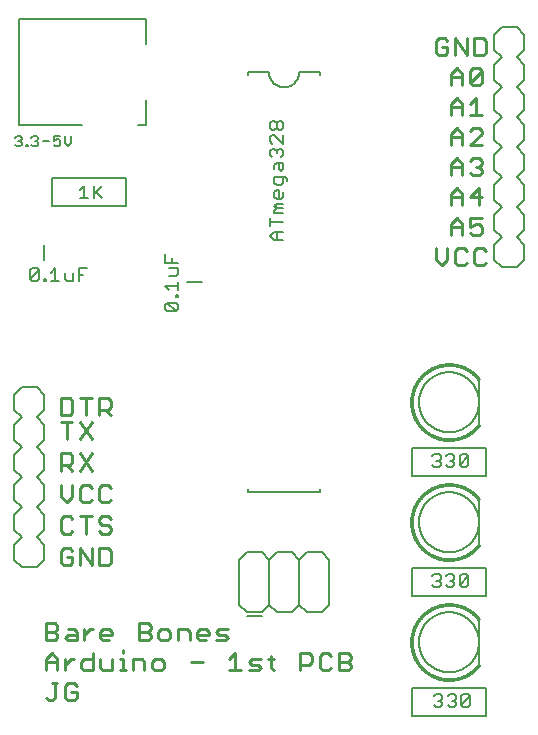
<source format=gto>
G75*
%MOIN*%
%OFA0B0*%
%FSLAX25Y25*%
%IPPOS*%
%LPD*%
%AMOC8*
5,1,8,0,0,1.08239X$1,22.5*
%
%ADD10C,0.01100*%
%ADD11C,0.00800*%
%ADD12C,0.00600*%
%ADD13C,0.00100*%
D10*
X0413883Y0014394D02*
X0414867Y0013410D01*
X0415852Y0013410D01*
X0416836Y0014394D01*
X0416836Y0019315D01*
X0415852Y0019315D02*
X0417820Y0019315D01*
X0420329Y0018331D02*
X0420329Y0014394D01*
X0421313Y0013410D01*
X0423281Y0013410D01*
X0424266Y0014394D01*
X0424266Y0016363D01*
X0422297Y0016363D01*
X0420329Y0018331D02*
X0421313Y0019315D01*
X0423281Y0019315D01*
X0424266Y0018331D01*
X0426684Y0023410D02*
X0425700Y0024394D01*
X0425700Y0026363D01*
X0426684Y0027347D01*
X0429637Y0027347D01*
X0429637Y0029315D02*
X0429637Y0023410D01*
X0426684Y0023410D01*
X0432146Y0024394D02*
X0433130Y0023410D01*
X0436082Y0023410D01*
X0436082Y0027347D01*
X0438591Y0027347D02*
X0439575Y0027347D01*
X0439575Y0023410D01*
X0438591Y0023410D02*
X0440559Y0023410D01*
X0442888Y0023410D02*
X0442888Y0027347D01*
X0445841Y0027347D01*
X0446825Y0026363D01*
X0446825Y0023410D01*
X0449334Y0024394D02*
X0449334Y0026363D01*
X0450318Y0027347D01*
X0452286Y0027347D01*
X0453270Y0026363D01*
X0453270Y0024394D01*
X0452286Y0023410D01*
X0450318Y0023410D01*
X0449334Y0024394D01*
X0439575Y0029315D02*
X0439575Y0030299D01*
X0435098Y0033410D02*
X0433130Y0033410D01*
X0432146Y0034394D01*
X0432146Y0036363D01*
X0433130Y0037347D01*
X0435098Y0037347D01*
X0436082Y0036363D01*
X0436082Y0035378D01*
X0432146Y0035378D01*
X0429727Y0037347D02*
X0428743Y0037347D01*
X0426774Y0035378D01*
X0426774Y0033410D02*
X0426774Y0037347D01*
X0424266Y0036363D02*
X0424266Y0033410D01*
X0421313Y0033410D01*
X0420329Y0034394D01*
X0421313Y0035378D01*
X0424266Y0035378D01*
X0424266Y0036363D02*
X0423281Y0037347D01*
X0421313Y0037347D01*
X0417820Y0037347D02*
X0416836Y0036363D01*
X0413883Y0036363D01*
X0413883Y0039315D02*
X0413883Y0033410D01*
X0416836Y0033410D01*
X0417820Y0034394D01*
X0417820Y0035378D01*
X0416836Y0036363D01*
X0417820Y0037347D02*
X0417820Y0038331D01*
X0416836Y0039315D01*
X0413883Y0039315D01*
X0415852Y0029315D02*
X0417820Y0027347D01*
X0417820Y0023410D01*
X0420329Y0023410D02*
X0420329Y0027347D01*
X0422297Y0027347D02*
X0423281Y0027347D01*
X0422297Y0027347D02*
X0420329Y0025378D01*
X0417820Y0026363D02*
X0413883Y0026363D01*
X0413883Y0027347D02*
X0413883Y0023410D01*
X0413883Y0027347D02*
X0415852Y0029315D01*
X0432146Y0027347D02*
X0432146Y0024394D01*
X0445037Y0033410D02*
X0447989Y0033410D01*
X0448973Y0034394D01*
X0448973Y0035378D01*
X0447989Y0036363D01*
X0445037Y0036363D01*
X0445037Y0039315D02*
X0445037Y0033410D01*
X0447989Y0036363D02*
X0448973Y0037347D01*
X0448973Y0038331D01*
X0447989Y0039315D01*
X0445037Y0039315D01*
X0451482Y0036363D02*
X0452466Y0037347D01*
X0454435Y0037347D01*
X0455419Y0036363D01*
X0455419Y0034394D01*
X0454435Y0033410D01*
X0452466Y0033410D01*
X0451482Y0034394D01*
X0451482Y0036363D01*
X0457928Y0037347D02*
X0457928Y0033410D01*
X0461864Y0033410D02*
X0461864Y0036363D01*
X0460880Y0037347D01*
X0457928Y0037347D01*
X0464373Y0036363D02*
X0465357Y0037347D01*
X0467326Y0037347D01*
X0468310Y0036363D01*
X0468310Y0035378D01*
X0464373Y0035378D01*
X0464373Y0034394D02*
X0464373Y0036363D01*
X0464373Y0034394D02*
X0465357Y0033410D01*
X0467326Y0033410D01*
X0470819Y0033410D02*
X0473771Y0033410D01*
X0474755Y0034394D01*
X0473771Y0035378D01*
X0471803Y0035378D01*
X0470819Y0036363D01*
X0471803Y0037347D01*
X0474755Y0037347D01*
X0477084Y0029315D02*
X0477084Y0023410D01*
X0475116Y0023410D02*
X0479052Y0023410D01*
X0481561Y0023410D02*
X0484514Y0023410D01*
X0485498Y0024394D01*
X0484514Y0025378D01*
X0482545Y0025378D01*
X0481561Y0026363D01*
X0482545Y0027347D01*
X0485498Y0027347D01*
X0488007Y0027347D02*
X0489975Y0027347D01*
X0488991Y0028331D02*
X0488991Y0024394D01*
X0489975Y0023410D01*
X0498749Y0023410D02*
X0498749Y0029315D01*
X0501702Y0029315D01*
X0502686Y0028331D01*
X0502686Y0026363D01*
X0501702Y0025378D01*
X0498749Y0025378D01*
X0505195Y0024394D02*
X0506179Y0023410D01*
X0508147Y0023410D01*
X0509131Y0024394D01*
X0511640Y0023410D02*
X0514593Y0023410D01*
X0515577Y0024394D01*
X0515577Y0025378D01*
X0514593Y0026363D01*
X0511640Y0026363D01*
X0511640Y0029315D02*
X0511640Y0023410D01*
X0514593Y0026363D02*
X0515577Y0027347D01*
X0515577Y0028331D01*
X0514593Y0029315D01*
X0511640Y0029315D01*
X0509131Y0028331D02*
X0508147Y0029315D01*
X0506179Y0029315D01*
X0505195Y0028331D01*
X0505195Y0024394D01*
X0477084Y0029315D02*
X0475116Y0027347D01*
X0466161Y0026363D02*
X0462225Y0026363D01*
X0434727Y0058410D02*
X0435711Y0059394D01*
X0435711Y0063331D01*
X0434727Y0064315D01*
X0431774Y0064315D01*
X0431774Y0058410D01*
X0434727Y0058410D01*
X0429266Y0058410D02*
X0429266Y0064315D01*
X0425329Y0064315D02*
X0429266Y0058410D01*
X0425329Y0058410D02*
X0425329Y0064315D01*
X0422820Y0063331D02*
X0421836Y0064315D01*
X0419867Y0064315D01*
X0418883Y0063331D01*
X0418883Y0059394D01*
X0419867Y0058410D01*
X0421836Y0058410D01*
X0422820Y0059394D01*
X0422820Y0061363D01*
X0420852Y0061363D01*
X0421836Y0068910D02*
X0422820Y0069894D01*
X0421836Y0068910D02*
X0419867Y0068910D01*
X0418883Y0069894D01*
X0418883Y0073831D01*
X0419867Y0074815D01*
X0421836Y0074815D01*
X0422820Y0073831D01*
X0425329Y0074815D02*
X0429266Y0074815D01*
X0427297Y0074815D02*
X0427297Y0068910D01*
X0431774Y0069894D02*
X0432758Y0068910D01*
X0434727Y0068910D01*
X0435711Y0069894D01*
X0435711Y0070878D01*
X0434727Y0071863D01*
X0432758Y0071863D01*
X0431774Y0072847D01*
X0431774Y0073831D01*
X0432758Y0074815D01*
X0434727Y0074815D01*
X0435711Y0073831D01*
X0434727Y0079410D02*
X0435711Y0080394D01*
X0434727Y0079410D02*
X0432758Y0079410D01*
X0431774Y0080394D01*
X0431774Y0084331D01*
X0432758Y0085315D01*
X0434727Y0085315D01*
X0435711Y0084331D01*
X0429266Y0084331D02*
X0428281Y0085315D01*
X0426313Y0085315D01*
X0425329Y0084331D01*
X0425329Y0080394D01*
X0426313Y0079410D01*
X0428281Y0079410D01*
X0429266Y0080394D01*
X0422820Y0081378D02*
X0422820Y0085315D01*
X0422820Y0081378D02*
X0420852Y0079410D01*
X0418883Y0081378D01*
X0418883Y0085315D01*
X0418883Y0089910D02*
X0418883Y0095815D01*
X0421836Y0095815D01*
X0422820Y0094831D01*
X0422820Y0092863D01*
X0421836Y0091878D01*
X0418883Y0091878D01*
X0420852Y0091878D02*
X0422820Y0089910D01*
X0425329Y0089910D02*
X0429266Y0095815D01*
X0425329Y0095815D02*
X0429266Y0089910D01*
X0429266Y0100410D02*
X0425329Y0106315D01*
X0422820Y0106315D02*
X0418883Y0106315D01*
X0420852Y0106315D02*
X0420852Y0100410D01*
X0425329Y0100410D02*
X0429266Y0106315D01*
X0427297Y0108410D02*
X0427297Y0114315D01*
X0425329Y0114315D02*
X0429266Y0114315D01*
X0431774Y0114315D02*
X0434727Y0114315D01*
X0435711Y0113331D01*
X0435711Y0111363D01*
X0434727Y0110378D01*
X0431774Y0110378D01*
X0431774Y0108410D02*
X0431774Y0114315D01*
X0433743Y0110378D02*
X0435711Y0108410D01*
X0422820Y0109394D02*
X0422820Y0113331D01*
X0421836Y0114315D01*
X0418883Y0114315D01*
X0418883Y0108410D01*
X0421836Y0108410D01*
X0422820Y0109394D01*
X0543883Y0160378D02*
X0545852Y0158410D01*
X0547820Y0160378D01*
X0547820Y0164315D01*
X0550329Y0163331D02*
X0551313Y0164315D01*
X0553281Y0164315D01*
X0554266Y0163331D01*
X0556774Y0163331D02*
X0556774Y0159394D01*
X0557758Y0158410D01*
X0559727Y0158410D01*
X0560711Y0159394D01*
X0560711Y0163331D02*
X0559727Y0164315D01*
X0557758Y0164315D01*
X0556774Y0163331D01*
X0554266Y0159394D02*
X0553281Y0158410D01*
X0551313Y0158410D01*
X0550329Y0159394D01*
X0550329Y0163331D01*
X0543883Y0164315D02*
X0543883Y0160378D01*
X0548883Y0168410D02*
X0548883Y0172347D01*
X0550852Y0174315D01*
X0552820Y0172347D01*
X0552820Y0168410D01*
X0555329Y0169394D02*
X0556313Y0168410D01*
X0558281Y0168410D01*
X0559266Y0169394D01*
X0559266Y0171363D01*
X0558281Y0172347D01*
X0557297Y0172347D01*
X0555329Y0171363D01*
X0555329Y0174315D01*
X0559266Y0174315D01*
X0552820Y0171363D02*
X0548883Y0171363D01*
X0548883Y0178410D02*
X0548883Y0182347D01*
X0550852Y0184315D01*
X0552820Y0182347D01*
X0552820Y0178410D01*
X0552820Y0181363D02*
X0548883Y0181363D01*
X0555329Y0181363D02*
X0559266Y0181363D01*
X0558281Y0184315D02*
X0558281Y0178410D01*
X0555329Y0181363D02*
X0558281Y0184315D01*
X0558281Y0188410D02*
X0556313Y0188410D01*
X0555329Y0189394D01*
X0552820Y0188410D02*
X0552820Y0192347D01*
X0550852Y0194315D01*
X0548883Y0192347D01*
X0548883Y0188410D01*
X0548883Y0191363D02*
X0552820Y0191363D01*
X0555329Y0193331D02*
X0556313Y0194315D01*
X0558281Y0194315D01*
X0559266Y0193331D01*
X0559266Y0192347D01*
X0558281Y0191363D01*
X0559266Y0190378D01*
X0559266Y0189394D01*
X0558281Y0188410D01*
X0558281Y0191363D02*
X0557297Y0191363D01*
X0555329Y0198410D02*
X0559266Y0202347D01*
X0559266Y0203331D01*
X0558281Y0204315D01*
X0556313Y0204315D01*
X0555329Y0203331D01*
X0552820Y0202347D02*
X0552820Y0198410D01*
X0555329Y0198410D02*
X0559266Y0198410D01*
X0552820Y0201363D02*
X0548883Y0201363D01*
X0548883Y0202347D02*
X0550852Y0204315D01*
X0552820Y0202347D01*
X0548883Y0202347D02*
X0548883Y0198410D01*
X0548883Y0208410D02*
X0548883Y0212347D01*
X0550852Y0214315D01*
X0552820Y0212347D01*
X0552820Y0208410D01*
X0555329Y0208410D02*
X0559266Y0208410D01*
X0557297Y0208410D02*
X0557297Y0214315D01*
X0555329Y0212347D01*
X0552820Y0211363D02*
X0548883Y0211363D01*
X0548883Y0218410D02*
X0548883Y0222347D01*
X0550852Y0224315D01*
X0552820Y0222347D01*
X0552820Y0218410D01*
X0555329Y0219394D02*
X0559266Y0223331D01*
X0559266Y0219394D01*
X0558281Y0218410D01*
X0556313Y0218410D01*
X0555329Y0219394D01*
X0555329Y0223331D01*
X0556313Y0224315D01*
X0558281Y0224315D01*
X0559266Y0223331D01*
X0552820Y0221363D02*
X0548883Y0221363D01*
X0550329Y0228410D02*
X0550329Y0234315D01*
X0554266Y0228410D01*
X0554266Y0234315D01*
X0556774Y0234315D02*
X0559727Y0234315D01*
X0560711Y0233331D01*
X0560711Y0229394D01*
X0559727Y0228410D01*
X0556774Y0228410D01*
X0556774Y0234315D01*
X0547820Y0233331D02*
X0546836Y0234315D01*
X0544867Y0234315D01*
X0543883Y0233331D01*
X0543883Y0229394D01*
X0544867Y0228410D01*
X0546836Y0228410D01*
X0547820Y0229394D01*
X0547820Y0231363D01*
X0545852Y0231363D01*
D11*
X0403333Y0060360D02*
X0405833Y0057860D01*
X0410833Y0057860D01*
X0413333Y0060360D01*
X0413333Y0065360D01*
X0410833Y0067860D01*
X0413333Y0070360D01*
X0413333Y0075360D01*
X0410833Y0077860D01*
X0413333Y0080360D01*
X0413333Y0085360D01*
X0410833Y0087860D01*
X0413333Y0090360D01*
X0413333Y0095360D01*
X0410833Y0097860D01*
X0413333Y0100360D01*
X0413333Y0105360D01*
X0410833Y0107860D01*
X0413333Y0110360D01*
X0413333Y0115360D01*
X0410833Y0117860D01*
X0405833Y0117860D01*
X0403333Y0115360D01*
X0403333Y0110360D01*
X0405833Y0107860D01*
X0403333Y0105360D01*
X0403333Y0100360D01*
X0405833Y0097860D01*
X0403333Y0095360D01*
X0403333Y0090360D01*
X0405833Y0087860D01*
X0403333Y0085360D01*
X0403333Y0080360D01*
X0405833Y0077860D01*
X0403333Y0075360D01*
X0403333Y0070360D01*
X0405833Y0067860D01*
X0403333Y0065360D01*
X0403333Y0060360D01*
X0478333Y0060360D02*
X0478333Y0045360D01*
X0480833Y0042860D01*
X0485833Y0042860D01*
X0488333Y0045360D01*
X0488333Y0060360D01*
X0490833Y0062860D01*
X0495833Y0062860D01*
X0498333Y0060360D01*
X0498333Y0045360D01*
X0500833Y0042860D01*
X0505833Y0042860D01*
X0508333Y0045360D01*
X0508333Y0060360D01*
X0505833Y0062860D01*
X0500833Y0062860D01*
X0498333Y0060360D01*
X0488333Y0060360D02*
X0485833Y0062860D01*
X0480833Y0062860D01*
X0478333Y0060360D01*
X0488333Y0045360D02*
X0490833Y0042860D01*
X0495833Y0042860D01*
X0498333Y0045360D01*
X0485833Y0041541D02*
X0480833Y0041541D01*
X0535932Y0048136D02*
X0535932Y0057584D01*
X0560735Y0057584D01*
X0560735Y0048136D01*
X0535932Y0048136D01*
X0542733Y0051961D02*
X0543434Y0051260D01*
X0544835Y0051260D01*
X0545536Y0051961D01*
X0545536Y0052661D01*
X0544835Y0053362D01*
X0544135Y0053362D01*
X0544835Y0053362D02*
X0545536Y0054062D01*
X0545536Y0054763D01*
X0544835Y0055464D01*
X0543434Y0055464D01*
X0542733Y0054763D01*
X0547337Y0054763D02*
X0548038Y0055464D01*
X0549439Y0055464D01*
X0550140Y0054763D01*
X0550140Y0054062D01*
X0549439Y0053362D01*
X0550140Y0052661D01*
X0550140Y0051961D01*
X0549439Y0051260D01*
X0548038Y0051260D01*
X0547337Y0051961D01*
X0548738Y0053362D02*
X0549439Y0053362D01*
X0551941Y0054763D02*
X0552642Y0055464D01*
X0554043Y0055464D01*
X0554744Y0054763D01*
X0551941Y0051961D01*
X0552642Y0051260D01*
X0554043Y0051260D01*
X0554744Y0051961D01*
X0554744Y0054763D01*
X0551941Y0054763D02*
X0551941Y0051961D01*
X0558333Y0040360D02*
X0558333Y0025360D01*
X0560735Y0017584D02*
X0535932Y0017584D01*
X0535932Y0008136D01*
X0560735Y0008136D01*
X0560735Y0017584D01*
X0555244Y0014763D02*
X0552441Y0011961D01*
X0553142Y0011260D01*
X0554543Y0011260D01*
X0555244Y0011961D01*
X0555244Y0014763D01*
X0554543Y0015464D01*
X0553142Y0015464D01*
X0552441Y0014763D01*
X0552441Y0011961D01*
X0550640Y0011961D02*
X0550640Y0012661D01*
X0549939Y0013362D01*
X0549238Y0013362D01*
X0549939Y0013362D02*
X0550640Y0014062D01*
X0550640Y0014763D01*
X0549939Y0015464D01*
X0548538Y0015464D01*
X0547837Y0014763D01*
X0546036Y0014763D02*
X0546036Y0014062D01*
X0545335Y0013362D01*
X0546036Y0012661D01*
X0546036Y0011961D01*
X0545335Y0011260D01*
X0543934Y0011260D01*
X0543233Y0011961D01*
X0544635Y0013362D02*
X0545335Y0013362D01*
X0546036Y0014763D02*
X0545335Y0015464D01*
X0543934Y0015464D01*
X0543233Y0014763D01*
X0547837Y0011961D02*
X0548538Y0011260D01*
X0549939Y0011260D01*
X0550640Y0011961D01*
X0558333Y0065360D02*
X0558333Y0080360D01*
X0560735Y0088136D02*
X0535932Y0088136D01*
X0535932Y0097584D01*
X0560735Y0097584D01*
X0560735Y0088136D01*
X0554744Y0091961D02*
X0554043Y0091260D01*
X0552642Y0091260D01*
X0551941Y0091961D01*
X0554744Y0094763D01*
X0554744Y0091961D01*
X0554744Y0094763D02*
X0554043Y0095464D01*
X0552642Y0095464D01*
X0551941Y0094763D01*
X0551941Y0091961D01*
X0550140Y0091961D02*
X0549439Y0091260D01*
X0548038Y0091260D01*
X0547337Y0091961D01*
X0545536Y0091961D02*
X0544835Y0091260D01*
X0543434Y0091260D01*
X0542733Y0091961D01*
X0544135Y0093362D02*
X0544835Y0093362D01*
X0545536Y0092661D01*
X0545536Y0091961D01*
X0544835Y0093362D02*
X0545536Y0094062D01*
X0545536Y0094763D01*
X0544835Y0095464D01*
X0543434Y0095464D01*
X0542733Y0094763D01*
X0547337Y0094763D02*
X0548038Y0095464D01*
X0549439Y0095464D01*
X0550140Y0094763D01*
X0550140Y0094062D01*
X0549439Y0093362D01*
X0550140Y0092661D01*
X0550140Y0091961D01*
X0549439Y0093362D02*
X0548738Y0093362D01*
X0558333Y0105360D02*
X0558333Y0120360D01*
X0565833Y0157860D02*
X0563333Y0160360D01*
X0563333Y0165360D01*
X0565833Y0167860D01*
X0563333Y0170360D01*
X0563333Y0175360D01*
X0565833Y0177860D01*
X0563333Y0180360D01*
X0563333Y0185360D01*
X0565833Y0187860D01*
X0563333Y0190360D01*
X0563333Y0195360D01*
X0565833Y0197860D01*
X0563333Y0200360D01*
X0563333Y0205360D01*
X0565833Y0207860D01*
X0563333Y0210360D01*
X0563333Y0215360D01*
X0565833Y0217860D01*
X0563333Y0220360D01*
X0563333Y0225360D01*
X0565833Y0227860D01*
X0563333Y0230360D01*
X0563333Y0235360D01*
X0565833Y0237860D01*
X0570833Y0237860D01*
X0573333Y0235360D01*
X0573333Y0230360D01*
X0570833Y0227860D01*
X0573333Y0225360D01*
X0573333Y0220360D01*
X0570833Y0217860D01*
X0573333Y0215360D01*
X0573333Y0210360D01*
X0570833Y0207860D01*
X0573333Y0205360D01*
X0573333Y0200360D01*
X0570833Y0197860D01*
X0573333Y0195360D01*
X0573333Y0190360D01*
X0570833Y0187860D01*
X0573333Y0185360D01*
X0573333Y0180360D01*
X0570833Y0177860D01*
X0573333Y0175360D01*
X0573333Y0170360D01*
X0570833Y0167860D01*
X0573333Y0165360D01*
X0573333Y0160360D01*
X0570833Y0157860D01*
X0565833Y0157860D01*
X0492933Y0166825D02*
X0490131Y0166825D01*
X0488730Y0168226D01*
X0490131Y0169627D01*
X0492933Y0169627D01*
X0490832Y0169627D02*
X0490832Y0166825D01*
X0488730Y0171429D02*
X0488730Y0174231D01*
X0488730Y0172830D02*
X0492933Y0172830D01*
X0492933Y0176032D02*
X0490131Y0176032D01*
X0490131Y0176733D01*
X0490832Y0177434D01*
X0490131Y0178134D01*
X0490832Y0178835D01*
X0492933Y0178835D01*
X0492933Y0177434D02*
X0490832Y0177434D01*
X0490832Y0180636D02*
X0490131Y0181337D01*
X0490131Y0182738D01*
X0490832Y0183439D01*
X0491532Y0183439D01*
X0491532Y0180636D01*
X0490832Y0180636D02*
X0492233Y0180636D01*
X0492933Y0181337D01*
X0492933Y0182738D01*
X0492233Y0185240D02*
X0492933Y0185941D01*
X0492933Y0188043D01*
X0493634Y0188043D02*
X0490131Y0188043D01*
X0490131Y0185941D01*
X0490832Y0185240D01*
X0492233Y0185240D01*
X0494335Y0186641D02*
X0494335Y0187342D01*
X0493634Y0188043D01*
X0492233Y0189844D02*
X0491532Y0190545D01*
X0491532Y0192647D01*
X0490832Y0192647D02*
X0492933Y0192647D01*
X0492933Y0190545D01*
X0492233Y0189844D01*
X0490131Y0190545D02*
X0490131Y0191946D01*
X0490832Y0192647D01*
X0492233Y0194448D02*
X0492933Y0195149D01*
X0492933Y0196550D01*
X0492233Y0197251D01*
X0491532Y0197251D01*
X0490832Y0196550D01*
X0490832Y0195849D01*
X0490832Y0196550D02*
X0490131Y0197251D01*
X0489430Y0197251D01*
X0488730Y0196550D01*
X0488730Y0195149D01*
X0489430Y0194448D01*
X0489430Y0199052D02*
X0488730Y0199753D01*
X0488730Y0201154D01*
X0489430Y0201854D01*
X0490131Y0201854D01*
X0492933Y0199052D01*
X0492933Y0201854D01*
X0492233Y0203656D02*
X0491532Y0203656D01*
X0490832Y0204357D01*
X0490832Y0205758D01*
X0491532Y0206458D01*
X0492233Y0206458D01*
X0492933Y0205758D01*
X0492933Y0204357D01*
X0492233Y0203656D01*
X0490832Y0204357D02*
X0490131Y0203656D01*
X0489430Y0203656D01*
X0488730Y0204357D01*
X0488730Y0205758D01*
X0489430Y0206458D01*
X0490131Y0206458D01*
X0490832Y0205758D01*
X0481333Y0221860D02*
X0481333Y0222860D01*
X0488333Y0222860D01*
X0488335Y0222720D01*
X0488341Y0222580D01*
X0488351Y0222440D01*
X0488364Y0222300D01*
X0488382Y0222161D01*
X0488404Y0222022D01*
X0488429Y0221885D01*
X0488458Y0221747D01*
X0488491Y0221611D01*
X0488528Y0221476D01*
X0488569Y0221342D01*
X0488614Y0221209D01*
X0488662Y0221077D01*
X0488714Y0220947D01*
X0488769Y0220818D01*
X0488828Y0220691D01*
X0488891Y0220565D01*
X0488957Y0220441D01*
X0489026Y0220320D01*
X0489099Y0220200D01*
X0489176Y0220082D01*
X0489255Y0219967D01*
X0489338Y0219853D01*
X0489424Y0219743D01*
X0489513Y0219634D01*
X0489605Y0219528D01*
X0489700Y0219425D01*
X0489797Y0219324D01*
X0489898Y0219227D01*
X0490001Y0219132D01*
X0490107Y0219040D01*
X0490216Y0218951D01*
X0490326Y0218865D01*
X0490440Y0218782D01*
X0490555Y0218703D01*
X0490673Y0218626D01*
X0490793Y0218553D01*
X0490914Y0218484D01*
X0491038Y0218418D01*
X0491164Y0218355D01*
X0491291Y0218296D01*
X0491420Y0218241D01*
X0491550Y0218189D01*
X0491682Y0218141D01*
X0491815Y0218096D01*
X0491949Y0218055D01*
X0492084Y0218018D01*
X0492220Y0217985D01*
X0492358Y0217956D01*
X0492495Y0217931D01*
X0492634Y0217909D01*
X0492773Y0217891D01*
X0492913Y0217878D01*
X0493053Y0217868D01*
X0493193Y0217862D01*
X0493333Y0217860D01*
X0493473Y0217862D01*
X0493613Y0217868D01*
X0493753Y0217878D01*
X0493893Y0217891D01*
X0494032Y0217909D01*
X0494171Y0217931D01*
X0494308Y0217956D01*
X0494446Y0217985D01*
X0494582Y0218018D01*
X0494717Y0218055D01*
X0494851Y0218096D01*
X0494984Y0218141D01*
X0495116Y0218189D01*
X0495246Y0218241D01*
X0495375Y0218296D01*
X0495502Y0218355D01*
X0495628Y0218418D01*
X0495752Y0218484D01*
X0495873Y0218553D01*
X0495993Y0218626D01*
X0496111Y0218703D01*
X0496226Y0218782D01*
X0496340Y0218865D01*
X0496450Y0218951D01*
X0496559Y0219040D01*
X0496665Y0219132D01*
X0496768Y0219227D01*
X0496869Y0219324D01*
X0496966Y0219425D01*
X0497061Y0219528D01*
X0497153Y0219634D01*
X0497242Y0219743D01*
X0497328Y0219853D01*
X0497411Y0219967D01*
X0497490Y0220082D01*
X0497567Y0220200D01*
X0497640Y0220320D01*
X0497709Y0220441D01*
X0497775Y0220565D01*
X0497838Y0220691D01*
X0497897Y0220818D01*
X0497952Y0220947D01*
X0498004Y0221077D01*
X0498052Y0221209D01*
X0498097Y0221342D01*
X0498138Y0221476D01*
X0498175Y0221611D01*
X0498208Y0221747D01*
X0498237Y0221885D01*
X0498262Y0222022D01*
X0498284Y0222161D01*
X0498302Y0222300D01*
X0498315Y0222440D01*
X0498325Y0222580D01*
X0498331Y0222720D01*
X0498333Y0222860D01*
X0505333Y0222860D01*
X0505333Y0221860D01*
X0447270Y0213411D02*
X0447270Y0205143D01*
X0444514Y0205143D01*
X0426010Y0205143D02*
X0405144Y0205143D01*
X0405144Y0240577D01*
X0447270Y0240577D01*
X0447270Y0232309D01*
X0440735Y0187584D02*
X0415932Y0187584D01*
X0415932Y0178136D01*
X0440735Y0178136D01*
X0440735Y0187584D01*
X0432640Y0184964D02*
X0429837Y0182161D01*
X0430538Y0182862D02*
X0432640Y0180760D01*
X0429837Y0180760D02*
X0429837Y0184964D01*
X0426635Y0184964D02*
X0426635Y0180760D01*
X0428036Y0180760D02*
X0425233Y0180760D01*
X0425233Y0183562D02*
X0426635Y0184964D01*
X0413333Y0165360D02*
X0413333Y0160360D01*
X0410835Y0157464D02*
X0411536Y0156763D01*
X0408733Y0153961D01*
X0409434Y0153260D01*
X0410835Y0153260D01*
X0411536Y0153961D01*
X0411536Y0156763D01*
X0410835Y0157464D02*
X0409434Y0157464D01*
X0408733Y0156763D01*
X0408733Y0153961D01*
X0413337Y0153961D02*
X0414038Y0153961D01*
X0414038Y0153260D01*
X0413337Y0153260D01*
X0413337Y0153961D01*
X0415639Y0153260D02*
X0418442Y0153260D01*
X0417040Y0153260D02*
X0417040Y0157464D01*
X0415639Y0156062D01*
X0420243Y0156062D02*
X0420243Y0153961D01*
X0420944Y0153260D01*
X0423046Y0153260D01*
X0423046Y0156062D01*
X0424847Y0155362D02*
X0426248Y0155362D01*
X0424847Y0153260D02*
X0424847Y0157464D01*
X0427649Y0157464D01*
X0453730Y0159374D02*
X0453730Y0162176D01*
X0455832Y0160775D02*
X0455832Y0159374D01*
X0455131Y0157572D02*
X0457933Y0157572D01*
X0457933Y0155470D01*
X0457233Y0154770D01*
X0455131Y0154770D01*
X0457933Y0152968D02*
X0457933Y0150166D01*
X0457933Y0151567D02*
X0453730Y0151567D01*
X0455131Y0150166D01*
X0457233Y0148565D02*
X0457933Y0148565D01*
X0457933Y0147864D01*
X0457233Y0147864D01*
X0457233Y0148565D01*
X0457233Y0146062D02*
X0457933Y0145362D01*
X0457933Y0143961D01*
X0457233Y0143260D01*
X0454430Y0146062D01*
X0457233Y0146062D01*
X0457233Y0143260D02*
X0454430Y0143260D01*
X0453730Y0143961D01*
X0453730Y0145362D01*
X0454430Y0146062D01*
X0460833Y0152860D02*
X0465833Y0152860D01*
X0457933Y0159374D02*
X0453730Y0159374D01*
X0481333Y0083860D02*
X0481333Y0082860D01*
X0505333Y0082860D01*
X0505333Y0083860D01*
D12*
X0538333Y0072860D02*
X0538336Y0073105D01*
X0538345Y0073351D01*
X0538360Y0073596D01*
X0538381Y0073840D01*
X0538408Y0074084D01*
X0538441Y0074327D01*
X0538480Y0074570D01*
X0538525Y0074811D01*
X0538576Y0075051D01*
X0538633Y0075290D01*
X0538695Y0075527D01*
X0538764Y0075763D01*
X0538838Y0075997D01*
X0538918Y0076229D01*
X0539003Y0076459D01*
X0539094Y0076687D01*
X0539191Y0076912D01*
X0539293Y0077136D01*
X0539401Y0077356D01*
X0539514Y0077574D01*
X0539632Y0077789D01*
X0539756Y0078001D01*
X0539884Y0078210D01*
X0540018Y0078416D01*
X0540157Y0078618D01*
X0540301Y0078817D01*
X0540450Y0079012D01*
X0540603Y0079204D01*
X0540761Y0079392D01*
X0540923Y0079576D01*
X0541091Y0079755D01*
X0541262Y0079931D01*
X0541438Y0080102D01*
X0541617Y0080270D01*
X0541801Y0080432D01*
X0541989Y0080590D01*
X0542181Y0080743D01*
X0542376Y0080892D01*
X0542575Y0081036D01*
X0542777Y0081175D01*
X0542983Y0081309D01*
X0543192Y0081437D01*
X0543404Y0081561D01*
X0543619Y0081679D01*
X0543837Y0081792D01*
X0544057Y0081900D01*
X0544281Y0082002D01*
X0544506Y0082099D01*
X0544734Y0082190D01*
X0544964Y0082275D01*
X0545196Y0082355D01*
X0545430Y0082429D01*
X0545666Y0082498D01*
X0545903Y0082560D01*
X0546142Y0082617D01*
X0546382Y0082668D01*
X0546623Y0082713D01*
X0546866Y0082752D01*
X0547109Y0082785D01*
X0547353Y0082812D01*
X0547597Y0082833D01*
X0547842Y0082848D01*
X0548088Y0082857D01*
X0548333Y0082860D01*
X0548578Y0082857D01*
X0548824Y0082848D01*
X0549069Y0082833D01*
X0549313Y0082812D01*
X0549557Y0082785D01*
X0549800Y0082752D01*
X0550043Y0082713D01*
X0550284Y0082668D01*
X0550524Y0082617D01*
X0550763Y0082560D01*
X0551000Y0082498D01*
X0551236Y0082429D01*
X0551470Y0082355D01*
X0551702Y0082275D01*
X0551932Y0082190D01*
X0552160Y0082099D01*
X0552385Y0082002D01*
X0552609Y0081900D01*
X0552829Y0081792D01*
X0553047Y0081679D01*
X0553262Y0081561D01*
X0553474Y0081437D01*
X0553683Y0081309D01*
X0553889Y0081175D01*
X0554091Y0081036D01*
X0554290Y0080892D01*
X0554485Y0080743D01*
X0554677Y0080590D01*
X0554865Y0080432D01*
X0555049Y0080270D01*
X0555228Y0080102D01*
X0555404Y0079931D01*
X0555575Y0079755D01*
X0555743Y0079576D01*
X0555905Y0079392D01*
X0556063Y0079204D01*
X0556216Y0079012D01*
X0556365Y0078817D01*
X0556509Y0078618D01*
X0556648Y0078416D01*
X0556782Y0078210D01*
X0556910Y0078001D01*
X0557034Y0077789D01*
X0557152Y0077574D01*
X0557265Y0077356D01*
X0557373Y0077136D01*
X0557475Y0076912D01*
X0557572Y0076687D01*
X0557663Y0076459D01*
X0557748Y0076229D01*
X0557828Y0075997D01*
X0557902Y0075763D01*
X0557971Y0075527D01*
X0558033Y0075290D01*
X0558090Y0075051D01*
X0558141Y0074811D01*
X0558186Y0074570D01*
X0558225Y0074327D01*
X0558258Y0074084D01*
X0558285Y0073840D01*
X0558306Y0073596D01*
X0558321Y0073351D01*
X0558330Y0073105D01*
X0558333Y0072860D01*
X0558330Y0072615D01*
X0558321Y0072369D01*
X0558306Y0072124D01*
X0558285Y0071880D01*
X0558258Y0071636D01*
X0558225Y0071393D01*
X0558186Y0071150D01*
X0558141Y0070909D01*
X0558090Y0070669D01*
X0558033Y0070430D01*
X0557971Y0070193D01*
X0557902Y0069957D01*
X0557828Y0069723D01*
X0557748Y0069491D01*
X0557663Y0069261D01*
X0557572Y0069033D01*
X0557475Y0068808D01*
X0557373Y0068584D01*
X0557265Y0068364D01*
X0557152Y0068146D01*
X0557034Y0067931D01*
X0556910Y0067719D01*
X0556782Y0067510D01*
X0556648Y0067304D01*
X0556509Y0067102D01*
X0556365Y0066903D01*
X0556216Y0066708D01*
X0556063Y0066516D01*
X0555905Y0066328D01*
X0555743Y0066144D01*
X0555575Y0065965D01*
X0555404Y0065789D01*
X0555228Y0065618D01*
X0555049Y0065450D01*
X0554865Y0065288D01*
X0554677Y0065130D01*
X0554485Y0064977D01*
X0554290Y0064828D01*
X0554091Y0064684D01*
X0553889Y0064545D01*
X0553683Y0064411D01*
X0553474Y0064283D01*
X0553262Y0064159D01*
X0553047Y0064041D01*
X0552829Y0063928D01*
X0552609Y0063820D01*
X0552385Y0063718D01*
X0552160Y0063621D01*
X0551932Y0063530D01*
X0551702Y0063445D01*
X0551470Y0063365D01*
X0551236Y0063291D01*
X0551000Y0063222D01*
X0550763Y0063160D01*
X0550524Y0063103D01*
X0550284Y0063052D01*
X0550043Y0063007D01*
X0549800Y0062968D01*
X0549557Y0062935D01*
X0549313Y0062908D01*
X0549069Y0062887D01*
X0548824Y0062872D01*
X0548578Y0062863D01*
X0548333Y0062860D01*
X0548088Y0062863D01*
X0547842Y0062872D01*
X0547597Y0062887D01*
X0547353Y0062908D01*
X0547109Y0062935D01*
X0546866Y0062968D01*
X0546623Y0063007D01*
X0546382Y0063052D01*
X0546142Y0063103D01*
X0545903Y0063160D01*
X0545666Y0063222D01*
X0545430Y0063291D01*
X0545196Y0063365D01*
X0544964Y0063445D01*
X0544734Y0063530D01*
X0544506Y0063621D01*
X0544281Y0063718D01*
X0544057Y0063820D01*
X0543837Y0063928D01*
X0543619Y0064041D01*
X0543404Y0064159D01*
X0543192Y0064283D01*
X0542983Y0064411D01*
X0542777Y0064545D01*
X0542575Y0064684D01*
X0542376Y0064828D01*
X0542181Y0064977D01*
X0541989Y0065130D01*
X0541801Y0065288D01*
X0541617Y0065450D01*
X0541438Y0065618D01*
X0541262Y0065789D01*
X0541091Y0065965D01*
X0540923Y0066144D01*
X0540761Y0066328D01*
X0540603Y0066516D01*
X0540450Y0066708D01*
X0540301Y0066903D01*
X0540157Y0067102D01*
X0540018Y0067304D01*
X0539884Y0067510D01*
X0539756Y0067719D01*
X0539632Y0067931D01*
X0539514Y0068146D01*
X0539401Y0068364D01*
X0539293Y0068584D01*
X0539191Y0068808D01*
X0539094Y0069033D01*
X0539003Y0069261D01*
X0538918Y0069491D01*
X0538838Y0069723D01*
X0538764Y0069957D01*
X0538695Y0070193D01*
X0538633Y0070430D01*
X0538576Y0070669D01*
X0538525Y0070909D01*
X0538480Y0071150D01*
X0538441Y0071393D01*
X0538408Y0071636D01*
X0538381Y0071880D01*
X0538360Y0072124D01*
X0538345Y0072369D01*
X0538336Y0072615D01*
X0538333Y0072860D01*
X0538333Y0032860D02*
X0538336Y0033105D01*
X0538345Y0033351D01*
X0538360Y0033596D01*
X0538381Y0033840D01*
X0538408Y0034084D01*
X0538441Y0034327D01*
X0538480Y0034570D01*
X0538525Y0034811D01*
X0538576Y0035051D01*
X0538633Y0035290D01*
X0538695Y0035527D01*
X0538764Y0035763D01*
X0538838Y0035997D01*
X0538918Y0036229D01*
X0539003Y0036459D01*
X0539094Y0036687D01*
X0539191Y0036912D01*
X0539293Y0037136D01*
X0539401Y0037356D01*
X0539514Y0037574D01*
X0539632Y0037789D01*
X0539756Y0038001D01*
X0539884Y0038210D01*
X0540018Y0038416D01*
X0540157Y0038618D01*
X0540301Y0038817D01*
X0540450Y0039012D01*
X0540603Y0039204D01*
X0540761Y0039392D01*
X0540923Y0039576D01*
X0541091Y0039755D01*
X0541262Y0039931D01*
X0541438Y0040102D01*
X0541617Y0040270D01*
X0541801Y0040432D01*
X0541989Y0040590D01*
X0542181Y0040743D01*
X0542376Y0040892D01*
X0542575Y0041036D01*
X0542777Y0041175D01*
X0542983Y0041309D01*
X0543192Y0041437D01*
X0543404Y0041561D01*
X0543619Y0041679D01*
X0543837Y0041792D01*
X0544057Y0041900D01*
X0544281Y0042002D01*
X0544506Y0042099D01*
X0544734Y0042190D01*
X0544964Y0042275D01*
X0545196Y0042355D01*
X0545430Y0042429D01*
X0545666Y0042498D01*
X0545903Y0042560D01*
X0546142Y0042617D01*
X0546382Y0042668D01*
X0546623Y0042713D01*
X0546866Y0042752D01*
X0547109Y0042785D01*
X0547353Y0042812D01*
X0547597Y0042833D01*
X0547842Y0042848D01*
X0548088Y0042857D01*
X0548333Y0042860D01*
X0548578Y0042857D01*
X0548824Y0042848D01*
X0549069Y0042833D01*
X0549313Y0042812D01*
X0549557Y0042785D01*
X0549800Y0042752D01*
X0550043Y0042713D01*
X0550284Y0042668D01*
X0550524Y0042617D01*
X0550763Y0042560D01*
X0551000Y0042498D01*
X0551236Y0042429D01*
X0551470Y0042355D01*
X0551702Y0042275D01*
X0551932Y0042190D01*
X0552160Y0042099D01*
X0552385Y0042002D01*
X0552609Y0041900D01*
X0552829Y0041792D01*
X0553047Y0041679D01*
X0553262Y0041561D01*
X0553474Y0041437D01*
X0553683Y0041309D01*
X0553889Y0041175D01*
X0554091Y0041036D01*
X0554290Y0040892D01*
X0554485Y0040743D01*
X0554677Y0040590D01*
X0554865Y0040432D01*
X0555049Y0040270D01*
X0555228Y0040102D01*
X0555404Y0039931D01*
X0555575Y0039755D01*
X0555743Y0039576D01*
X0555905Y0039392D01*
X0556063Y0039204D01*
X0556216Y0039012D01*
X0556365Y0038817D01*
X0556509Y0038618D01*
X0556648Y0038416D01*
X0556782Y0038210D01*
X0556910Y0038001D01*
X0557034Y0037789D01*
X0557152Y0037574D01*
X0557265Y0037356D01*
X0557373Y0037136D01*
X0557475Y0036912D01*
X0557572Y0036687D01*
X0557663Y0036459D01*
X0557748Y0036229D01*
X0557828Y0035997D01*
X0557902Y0035763D01*
X0557971Y0035527D01*
X0558033Y0035290D01*
X0558090Y0035051D01*
X0558141Y0034811D01*
X0558186Y0034570D01*
X0558225Y0034327D01*
X0558258Y0034084D01*
X0558285Y0033840D01*
X0558306Y0033596D01*
X0558321Y0033351D01*
X0558330Y0033105D01*
X0558333Y0032860D01*
X0558330Y0032615D01*
X0558321Y0032369D01*
X0558306Y0032124D01*
X0558285Y0031880D01*
X0558258Y0031636D01*
X0558225Y0031393D01*
X0558186Y0031150D01*
X0558141Y0030909D01*
X0558090Y0030669D01*
X0558033Y0030430D01*
X0557971Y0030193D01*
X0557902Y0029957D01*
X0557828Y0029723D01*
X0557748Y0029491D01*
X0557663Y0029261D01*
X0557572Y0029033D01*
X0557475Y0028808D01*
X0557373Y0028584D01*
X0557265Y0028364D01*
X0557152Y0028146D01*
X0557034Y0027931D01*
X0556910Y0027719D01*
X0556782Y0027510D01*
X0556648Y0027304D01*
X0556509Y0027102D01*
X0556365Y0026903D01*
X0556216Y0026708D01*
X0556063Y0026516D01*
X0555905Y0026328D01*
X0555743Y0026144D01*
X0555575Y0025965D01*
X0555404Y0025789D01*
X0555228Y0025618D01*
X0555049Y0025450D01*
X0554865Y0025288D01*
X0554677Y0025130D01*
X0554485Y0024977D01*
X0554290Y0024828D01*
X0554091Y0024684D01*
X0553889Y0024545D01*
X0553683Y0024411D01*
X0553474Y0024283D01*
X0553262Y0024159D01*
X0553047Y0024041D01*
X0552829Y0023928D01*
X0552609Y0023820D01*
X0552385Y0023718D01*
X0552160Y0023621D01*
X0551932Y0023530D01*
X0551702Y0023445D01*
X0551470Y0023365D01*
X0551236Y0023291D01*
X0551000Y0023222D01*
X0550763Y0023160D01*
X0550524Y0023103D01*
X0550284Y0023052D01*
X0550043Y0023007D01*
X0549800Y0022968D01*
X0549557Y0022935D01*
X0549313Y0022908D01*
X0549069Y0022887D01*
X0548824Y0022872D01*
X0548578Y0022863D01*
X0548333Y0022860D01*
X0548088Y0022863D01*
X0547842Y0022872D01*
X0547597Y0022887D01*
X0547353Y0022908D01*
X0547109Y0022935D01*
X0546866Y0022968D01*
X0546623Y0023007D01*
X0546382Y0023052D01*
X0546142Y0023103D01*
X0545903Y0023160D01*
X0545666Y0023222D01*
X0545430Y0023291D01*
X0545196Y0023365D01*
X0544964Y0023445D01*
X0544734Y0023530D01*
X0544506Y0023621D01*
X0544281Y0023718D01*
X0544057Y0023820D01*
X0543837Y0023928D01*
X0543619Y0024041D01*
X0543404Y0024159D01*
X0543192Y0024283D01*
X0542983Y0024411D01*
X0542777Y0024545D01*
X0542575Y0024684D01*
X0542376Y0024828D01*
X0542181Y0024977D01*
X0541989Y0025130D01*
X0541801Y0025288D01*
X0541617Y0025450D01*
X0541438Y0025618D01*
X0541262Y0025789D01*
X0541091Y0025965D01*
X0540923Y0026144D01*
X0540761Y0026328D01*
X0540603Y0026516D01*
X0540450Y0026708D01*
X0540301Y0026903D01*
X0540157Y0027102D01*
X0540018Y0027304D01*
X0539884Y0027510D01*
X0539756Y0027719D01*
X0539632Y0027931D01*
X0539514Y0028146D01*
X0539401Y0028364D01*
X0539293Y0028584D01*
X0539191Y0028808D01*
X0539094Y0029033D01*
X0539003Y0029261D01*
X0538918Y0029491D01*
X0538838Y0029723D01*
X0538764Y0029957D01*
X0538695Y0030193D01*
X0538633Y0030430D01*
X0538576Y0030669D01*
X0538525Y0030909D01*
X0538480Y0031150D01*
X0538441Y0031393D01*
X0538408Y0031636D01*
X0538381Y0031880D01*
X0538360Y0032124D01*
X0538345Y0032369D01*
X0538336Y0032615D01*
X0538333Y0032860D01*
X0538333Y0112860D02*
X0538336Y0113105D01*
X0538345Y0113351D01*
X0538360Y0113596D01*
X0538381Y0113840D01*
X0538408Y0114084D01*
X0538441Y0114327D01*
X0538480Y0114570D01*
X0538525Y0114811D01*
X0538576Y0115051D01*
X0538633Y0115290D01*
X0538695Y0115527D01*
X0538764Y0115763D01*
X0538838Y0115997D01*
X0538918Y0116229D01*
X0539003Y0116459D01*
X0539094Y0116687D01*
X0539191Y0116912D01*
X0539293Y0117136D01*
X0539401Y0117356D01*
X0539514Y0117574D01*
X0539632Y0117789D01*
X0539756Y0118001D01*
X0539884Y0118210D01*
X0540018Y0118416D01*
X0540157Y0118618D01*
X0540301Y0118817D01*
X0540450Y0119012D01*
X0540603Y0119204D01*
X0540761Y0119392D01*
X0540923Y0119576D01*
X0541091Y0119755D01*
X0541262Y0119931D01*
X0541438Y0120102D01*
X0541617Y0120270D01*
X0541801Y0120432D01*
X0541989Y0120590D01*
X0542181Y0120743D01*
X0542376Y0120892D01*
X0542575Y0121036D01*
X0542777Y0121175D01*
X0542983Y0121309D01*
X0543192Y0121437D01*
X0543404Y0121561D01*
X0543619Y0121679D01*
X0543837Y0121792D01*
X0544057Y0121900D01*
X0544281Y0122002D01*
X0544506Y0122099D01*
X0544734Y0122190D01*
X0544964Y0122275D01*
X0545196Y0122355D01*
X0545430Y0122429D01*
X0545666Y0122498D01*
X0545903Y0122560D01*
X0546142Y0122617D01*
X0546382Y0122668D01*
X0546623Y0122713D01*
X0546866Y0122752D01*
X0547109Y0122785D01*
X0547353Y0122812D01*
X0547597Y0122833D01*
X0547842Y0122848D01*
X0548088Y0122857D01*
X0548333Y0122860D01*
X0548578Y0122857D01*
X0548824Y0122848D01*
X0549069Y0122833D01*
X0549313Y0122812D01*
X0549557Y0122785D01*
X0549800Y0122752D01*
X0550043Y0122713D01*
X0550284Y0122668D01*
X0550524Y0122617D01*
X0550763Y0122560D01*
X0551000Y0122498D01*
X0551236Y0122429D01*
X0551470Y0122355D01*
X0551702Y0122275D01*
X0551932Y0122190D01*
X0552160Y0122099D01*
X0552385Y0122002D01*
X0552609Y0121900D01*
X0552829Y0121792D01*
X0553047Y0121679D01*
X0553262Y0121561D01*
X0553474Y0121437D01*
X0553683Y0121309D01*
X0553889Y0121175D01*
X0554091Y0121036D01*
X0554290Y0120892D01*
X0554485Y0120743D01*
X0554677Y0120590D01*
X0554865Y0120432D01*
X0555049Y0120270D01*
X0555228Y0120102D01*
X0555404Y0119931D01*
X0555575Y0119755D01*
X0555743Y0119576D01*
X0555905Y0119392D01*
X0556063Y0119204D01*
X0556216Y0119012D01*
X0556365Y0118817D01*
X0556509Y0118618D01*
X0556648Y0118416D01*
X0556782Y0118210D01*
X0556910Y0118001D01*
X0557034Y0117789D01*
X0557152Y0117574D01*
X0557265Y0117356D01*
X0557373Y0117136D01*
X0557475Y0116912D01*
X0557572Y0116687D01*
X0557663Y0116459D01*
X0557748Y0116229D01*
X0557828Y0115997D01*
X0557902Y0115763D01*
X0557971Y0115527D01*
X0558033Y0115290D01*
X0558090Y0115051D01*
X0558141Y0114811D01*
X0558186Y0114570D01*
X0558225Y0114327D01*
X0558258Y0114084D01*
X0558285Y0113840D01*
X0558306Y0113596D01*
X0558321Y0113351D01*
X0558330Y0113105D01*
X0558333Y0112860D01*
X0558330Y0112615D01*
X0558321Y0112369D01*
X0558306Y0112124D01*
X0558285Y0111880D01*
X0558258Y0111636D01*
X0558225Y0111393D01*
X0558186Y0111150D01*
X0558141Y0110909D01*
X0558090Y0110669D01*
X0558033Y0110430D01*
X0557971Y0110193D01*
X0557902Y0109957D01*
X0557828Y0109723D01*
X0557748Y0109491D01*
X0557663Y0109261D01*
X0557572Y0109033D01*
X0557475Y0108808D01*
X0557373Y0108584D01*
X0557265Y0108364D01*
X0557152Y0108146D01*
X0557034Y0107931D01*
X0556910Y0107719D01*
X0556782Y0107510D01*
X0556648Y0107304D01*
X0556509Y0107102D01*
X0556365Y0106903D01*
X0556216Y0106708D01*
X0556063Y0106516D01*
X0555905Y0106328D01*
X0555743Y0106144D01*
X0555575Y0105965D01*
X0555404Y0105789D01*
X0555228Y0105618D01*
X0555049Y0105450D01*
X0554865Y0105288D01*
X0554677Y0105130D01*
X0554485Y0104977D01*
X0554290Y0104828D01*
X0554091Y0104684D01*
X0553889Y0104545D01*
X0553683Y0104411D01*
X0553474Y0104283D01*
X0553262Y0104159D01*
X0553047Y0104041D01*
X0552829Y0103928D01*
X0552609Y0103820D01*
X0552385Y0103718D01*
X0552160Y0103621D01*
X0551932Y0103530D01*
X0551702Y0103445D01*
X0551470Y0103365D01*
X0551236Y0103291D01*
X0551000Y0103222D01*
X0550763Y0103160D01*
X0550524Y0103103D01*
X0550284Y0103052D01*
X0550043Y0103007D01*
X0549800Y0102968D01*
X0549557Y0102935D01*
X0549313Y0102908D01*
X0549069Y0102887D01*
X0548824Y0102872D01*
X0548578Y0102863D01*
X0548333Y0102860D01*
X0548088Y0102863D01*
X0547842Y0102872D01*
X0547597Y0102887D01*
X0547353Y0102908D01*
X0547109Y0102935D01*
X0546866Y0102968D01*
X0546623Y0103007D01*
X0546382Y0103052D01*
X0546142Y0103103D01*
X0545903Y0103160D01*
X0545666Y0103222D01*
X0545430Y0103291D01*
X0545196Y0103365D01*
X0544964Y0103445D01*
X0544734Y0103530D01*
X0544506Y0103621D01*
X0544281Y0103718D01*
X0544057Y0103820D01*
X0543837Y0103928D01*
X0543619Y0104041D01*
X0543404Y0104159D01*
X0543192Y0104283D01*
X0542983Y0104411D01*
X0542777Y0104545D01*
X0542575Y0104684D01*
X0542376Y0104828D01*
X0542181Y0104977D01*
X0541989Y0105130D01*
X0541801Y0105288D01*
X0541617Y0105450D01*
X0541438Y0105618D01*
X0541262Y0105789D01*
X0541091Y0105965D01*
X0540923Y0106144D01*
X0540761Y0106328D01*
X0540603Y0106516D01*
X0540450Y0106708D01*
X0540301Y0106903D01*
X0540157Y0107102D01*
X0540018Y0107304D01*
X0539884Y0107510D01*
X0539756Y0107719D01*
X0539632Y0107931D01*
X0539514Y0108146D01*
X0539401Y0108364D01*
X0539293Y0108584D01*
X0539191Y0108808D01*
X0539094Y0109033D01*
X0539003Y0109261D01*
X0538918Y0109491D01*
X0538838Y0109723D01*
X0538764Y0109957D01*
X0538695Y0110193D01*
X0538633Y0110430D01*
X0538576Y0110669D01*
X0538525Y0110909D01*
X0538480Y0111150D01*
X0538441Y0111393D01*
X0538408Y0111636D01*
X0538381Y0111880D01*
X0538360Y0112124D01*
X0538345Y0112369D01*
X0538336Y0112615D01*
X0538333Y0112860D01*
X0422476Y0199294D02*
X0422476Y0201563D01*
X0420207Y0201563D02*
X0420207Y0199294D01*
X0421342Y0198160D01*
X0422476Y0199294D01*
X0418793Y0198727D02*
X0418226Y0198160D01*
X0417091Y0198160D01*
X0416524Y0198727D01*
X0416524Y0199861D02*
X0417659Y0200429D01*
X0418226Y0200429D01*
X0418793Y0199861D01*
X0418793Y0198727D01*
X0416524Y0199861D02*
X0416524Y0201563D01*
X0418793Y0201563D01*
X0415110Y0199861D02*
X0412841Y0199861D01*
X0411427Y0199294D02*
X0411427Y0198727D01*
X0410859Y0198160D01*
X0409725Y0198160D01*
X0409158Y0198727D01*
X0407884Y0198727D02*
X0407884Y0198160D01*
X0407316Y0198160D01*
X0407316Y0198727D01*
X0407884Y0198727D01*
X0405902Y0198727D02*
X0405335Y0198160D01*
X0404200Y0198160D01*
X0403633Y0198727D01*
X0404768Y0199861D02*
X0405335Y0199861D01*
X0405902Y0199294D01*
X0405902Y0198727D01*
X0405335Y0199861D02*
X0405902Y0200429D01*
X0405902Y0200996D01*
X0405335Y0201563D01*
X0404200Y0201563D01*
X0403633Y0200996D01*
X0409158Y0200996D02*
X0409725Y0201563D01*
X0410859Y0201563D01*
X0411427Y0200996D01*
X0411427Y0200429D01*
X0410859Y0199861D01*
X0411427Y0199294D01*
X0410859Y0199861D02*
X0410292Y0199861D01*
D13*
X0558662Y0120669D02*
X0557942Y0120129D01*
X0557943Y0120130D02*
X0557762Y0120363D01*
X0557576Y0120591D01*
X0557384Y0120815D01*
X0557187Y0121034D01*
X0556985Y0121248D01*
X0556777Y0121457D01*
X0556564Y0121660D01*
X0556347Y0121859D01*
X0556124Y0122052D01*
X0555897Y0122240D01*
X0555666Y0122422D01*
X0555430Y0122599D01*
X0555189Y0122769D01*
X0554945Y0122934D01*
X0554697Y0123092D01*
X0554445Y0123245D01*
X0554189Y0123391D01*
X0553930Y0123531D01*
X0553667Y0123665D01*
X0553402Y0123792D01*
X0553133Y0123913D01*
X0552861Y0124027D01*
X0552587Y0124134D01*
X0552310Y0124235D01*
X0552031Y0124329D01*
X0551749Y0124416D01*
X0551466Y0124496D01*
X0551180Y0124569D01*
X0550893Y0124635D01*
X0550604Y0124694D01*
X0550314Y0124746D01*
X0550023Y0124791D01*
X0549731Y0124829D01*
X0549438Y0124859D01*
X0549144Y0124883D01*
X0548850Y0124899D01*
X0548556Y0124908D01*
X0548261Y0124910D01*
X0547966Y0124904D01*
X0547672Y0124892D01*
X0547378Y0124872D01*
X0547085Y0124845D01*
X0546792Y0124811D01*
X0546500Y0124770D01*
X0546210Y0124721D01*
X0545920Y0124666D01*
X0545633Y0124604D01*
X0545346Y0124534D01*
X0545062Y0124457D01*
X0544779Y0124374D01*
X0544499Y0124284D01*
X0544221Y0124187D01*
X0543945Y0124083D01*
X0543672Y0123972D01*
X0543402Y0123855D01*
X0543134Y0123731D01*
X0542870Y0123601D01*
X0542609Y0123464D01*
X0542352Y0123321D01*
X0542098Y0123171D01*
X0541847Y0123016D01*
X0541601Y0122854D01*
X0541359Y0122687D01*
X0541121Y0122513D01*
X0540887Y0122334D01*
X0540657Y0122149D01*
X0540433Y0121959D01*
X0540212Y0121763D01*
X0539997Y0121562D01*
X0539787Y0121355D01*
X0539582Y0121144D01*
X0539382Y0120927D01*
X0539187Y0120706D01*
X0538998Y0120480D01*
X0538815Y0120250D01*
X0538637Y0120015D01*
X0538465Y0119775D01*
X0538299Y0119532D01*
X0538139Y0119285D01*
X0537985Y0119034D01*
X0537837Y0118779D01*
X0537695Y0118520D01*
X0537560Y0118259D01*
X0537431Y0117994D01*
X0537309Y0117726D01*
X0537193Y0117455D01*
X0537084Y0117181D01*
X0536982Y0116905D01*
X0536887Y0116626D01*
X0536798Y0116345D01*
X0536716Y0116062D01*
X0536641Y0115777D01*
X0536574Y0115490D01*
X0536513Y0115202D01*
X0536459Y0114912D01*
X0536412Y0114621D01*
X0536373Y0114329D01*
X0536341Y0114037D01*
X0536315Y0113743D01*
X0536297Y0113449D01*
X0536287Y0113155D01*
X0536283Y0112860D01*
X0536287Y0112565D01*
X0536297Y0112271D01*
X0536315Y0111977D01*
X0536341Y0111683D01*
X0536373Y0111391D01*
X0536412Y0111099D01*
X0536459Y0110808D01*
X0536513Y0110518D01*
X0536574Y0110230D01*
X0536641Y0109943D01*
X0536716Y0109658D01*
X0536798Y0109375D01*
X0536887Y0109094D01*
X0536982Y0108815D01*
X0537084Y0108539D01*
X0537193Y0108265D01*
X0537309Y0107994D01*
X0537431Y0107726D01*
X0537560Y0107461D01*
X0537695Y0107200D01*
X0537837Y0106941D01*
X0537985Y0106686D01*
X0538139Y0106435D01*
X0538299Y0106188D01*
X0538465Y0105945D01*
X0538637Y0105705D01*
X0538815Y0105470D01*
X0538998Y0105240D01*
X0539187Y0105014D01*
X0539382Y0104793D01*
X0539582Y0104576D01*
X0539787Y0104365D01*
X0539997Y0104158D01*
X0540212Y0103957D01*
X0540433Y0103761D01*
X0540657Y0103571D01*
X0540887Y0103386D01*
X0541121Y0103207D01*
X0541359Y0103033D01*
X0541601Y0102866D01*
X0541847Y0102704D01*
X0542098Y0102549D01*
X0542352Y0102399D01*
X0542609Y0102256D01*
X0542870Y0102119D01*
X0543134Y0101989D01*
X0543402Y0101865D01*
X0543672Y0101748D01*
X0543945Y0101637D01*
X0544221Y0101533D01*
X0544499Y0101436D01*
X0544779Y0101346D01*
X0545062Y0101263D01*
X0545346Y0101186D01*
X0545633Y0101116D01*
X0545920Y0101054D01*
X0546210Y0100999D01*
X0546500Y0100950D01*
X0546792Y0100909D01*
X0547085Y0100875D01*
X0547378Y0100848D01*
X0547672Y0100828D01*
X0547966Y0100816D01*
X0548261Y0100810D01*
X0548556Y0100812D01*
X0548850Y0100821D01*
X0549144Y0100837D01*
X0549438Y0100861D01*
X0549731Y0100891D01*
X0550023Y0100929D01*
X0550314Y0100974D01*
X0550604Y0101026D01*
X0550893Y0101085D01*
X0551180Y0101151D01*
X0551466Y0101224D01*
X0551749Y0101304D01*
X0552031Y0101391D01*
X0552310Y0101485D01*
X0552587Y0101586D01*
X0552861Y0101693D01*
X0553133Y0101807D01*
X0553402Y0101928D01*
X0553667Y0102055D01*
X0553930Y0102189D01*
X0554189Y0102329D01*
X0554445Y0102475D01*
X0554697Y0102628D01*
X0554945Y0102786D01*
X0555189Y0102951D01*
X0555430Y0103121D01*
X0555666Y0103298D01*
X0555897Y0103480D01*
X0556124Y0103668D01*
X0556347Y0103861D01*
X0556564Y0104060D01*
X0556777Y0104263D01*
X0556985Y0104472D01*
X0557187Y0104686D01*
X0557384Y0104905D01*
X0557576Y0105129D01*
X0557762Y0105357D01*
X0557943Y0105590D01*
X0558662Y0105051D01*
X0558663Y0105050D01*
X0558469Y0104800D01*
X0558269Y0104554D01*
X0558063Y0104314D01*
X0557851Y0104079D01*
X0557633Y0103849D01*
X0557410Y0103624D01*
X0557182Y0103405D01*
X0556948Y0103191D01*
X0556709Y0102983D01*
X0556465Y0102781D01*
X0556216Y0102586D01*
X0555962Y0102396D01*
X0555704Y0102213D01*
X0555442Y0102036D01*
X0555175Y0101865D01*
X0554904Y0101701D01*
X0554629Y0101544D01*
X0554351Y0101393D01*
X0554068Y0101249D01*
X0553783Y0101113D01*
X0553494Y0100983D01*
X0553202Y0100860D01*
X0552907Y0100745D01*
X0552610Y0100637D01*
X0552309Y0100536D01*
X0552007Y0100442D01*
X0551702Y0100356D01*
X0551395Y0100277D01*
X0551087Y0100206D01*
X0550777Y0100143D01*
X0550465Y0100087D01*
X0550152Y0100038D01*
X0549838Y0099998D01*
X0549523Y0099965D01*
X0549207Y0099940D01*
X0548891Y0099922D01*
X0548575Y0099912D01*
X0548258Y0099910D01*
X0547941Y0099916D01*
X0547625Y0099929D01*
X0547309Y0099951D01*
X0546994Y0099979D01*
X0546679Y0100016D01*
X0546366Y0100060D01*
X0546053Y0100112D01*
X0545742Y0100172D01*
X0545433Y0100239D01*
X0545125Y0100314D01*
X0544819Y0100396D01*
X0544516Y0100485D01*
X0544214Y0100582D01*
X0543915Y0100687D01*
X0543619Y0100799D01*
X0543325Y0100917D01*
X0543035Y0101043D01*
X0542748Y0101176D01*
X0542463Y0101317D01*
X0542183Y0101464D01*
X0541906Y0101617D01*
X0541633Y0101778D01*
X0541364Y0101945D01*
X0541099Y0102119D01*
X0540839Y0102299D01*
X0540583Y0102485D01*
X0540332Y0102678D01*
X0540085Y0102876D01*
X0539843Y0103081D01*
X0539607Y0103291D01*
X0539375Y0103508D01*
X0539150Y0103730D01*
X0538929Y0103957D01*
X0538714Y0104189D01*
X0538505Y0104427D01*
X0538302Y0104670D01*
X0538104Y0104918D01*
X0537913Y0105170D01*
X0537728Y0105427D01*
X0537550Y0105689D01*
X0537378Y0105955D01*
X0537212Y0106224D01*
X0537053Y0106498D01*
X0536901Y0106776D01*
X0536756Y0107057D01*
X0536617Y0107342D01*
X0536486Y0107630D01*
X0536362Y0107922D01*
X0536244Y0108216D01*
X0536134Y0108513D01*
X0536032Y0108812D01*
X0535937Y0109114D01*
X0535849Y0109418D01*
X0535768Y0109725D01*
X0535695Y0110033D01*
X0535630Y0110343D01*
X0535572Y0110654D01*
X0535522Y0110967D01*
X0535480Y0111281D01*
X0535445Y0111595D01*
X0535418Y0111911D01*
X0535398Y0112227D01*
X0535387Y0112543D01*
X0535383Y0112860D01*
X0535387Y0113177D01*
X0535398Y0113493D01*
X0535418Y0113809D01*
X0535445Y0114125D01*
X0535480Y0114439D01*
X0535522Y0114753D01*
X0535572Y0115066D01*
X0535630Y0115377D01*
X0535695Y0115687D01*
X0535768Y0115995D01*
X0535849Y0116302D01*
X0535937Y0116606D01*
X0536032Y0116908D01*
X0536134Y0117207D01*
X0536244Y0117504D01*
X0536362Y0117798D01*
X0536486Y0118090D01*
X0536617Y0118378D01*
X0536756Y0118663D01*
X0536901Y0118944D01*
X0537053Y0119222D01*
X0537212Y0119496D01*
X0537378Y0119765D01*
X0537550Y0120031D01*
X0537728Y0120293D01*
X0537913Y0120550D01*
X0538104Y0120802D01*
X0538302Y0121050D01*
X0538505Y0121293D01*
X0538714Y0121531D01*
X0538929Y0121763D01*
X0539150Y0121990D01*
X0539375Y0122212D01*
X0539607Y0122429D01*
X0539843Y0122639D01*
X0540085Y0122844D01*
X0540332Y0123042D01*
X0540583Y0123235D01*
X0540839Y0123421D01*
X0541099Y0123601D01*
X0541364Y0123775D01*
X0541633Y0123942D01*
X0541906Y0124103D01*
X0542183Y0124256D01*
X0542463Y0124403D01*
X0542748Y0124544D01*
X0543035Y0124677D01*
X0543325Y0124803D01*
X0543619Y0124921D01*
X0543915Y0125033D01*
X0544214Y0125138D01*
X0544516Y0125235D01*
X0544819Y0125324D01*
X0545125Y0125406D01*
X0545433Y0125481D01*
X0545742Y0125548D01*
X0546053Y0125608D01*
X0546366Y0125660D01*
X0546679Y0125704D01*
X0546994Y0125741D01*
X0547309Y0125769D01*
X0547625Y0125791D01*
X0547941Y0125804D01*
X0548258Y0125810D01*
X0548575Y0125808D01*
X0548891Y0125798D01*
X0549207Y0125780D01*
X0549523Y0125755D01*
X0549838Y0125722D01*
X0550152Y0125682D01*
X0550465Y0125633D01*
X0550777Y0125577D01*
X0551087Y0125514D01*
X0551395Y0125443D01*
X0551702Y0125364D01*
X0552007Y0125278D01*
X0552309Y0125184D01*
X0552610Y0125083D01*
X0552907Y0124975D01*
X0553202Y0124860D01*
X0553494Y0124737D01*
X0553783Y0124607D01*
X0554068Y0124471D01*
X0554351Y0124327D01*
X0554629Y0124176D01*
X0554904Y0124019D01*
X0555175Y0123855D01*
X0555442Y0123684D01*
X0555704Y0123507D01*
X0555962Y0123324D01*
X0556216Y0123134D01*
X0556465Y0122939D01*
X0556709Y0122737D01*
X0556948Y0122529D01*
X0557182Y0122315D01*
X0557410Y0122096D01*
X0557633Y0121871D01*
X0557851Y0121641D01*
X0558063Y0121406D01*
X0558269Y0121166D01*
X0558469Y0120920D01*
X0558663Y0120670D01*
X0558588Y0120614D01*
X0558395Y0120862D01*
X0558196Y0121106D01*
X0557992Y0121344D01*
X0557782Y0121578D01*
X0557566Y0121806D01*
X0557344Y0122029D01*
X0557117Y0122247D01*
X0556885Y0122459D01*
X0556648Y0122665D01*
X0556406Y0122866D01*
X0556158Y0123060D01*
X0555907Y0123248D01*
X0555650Y0123430D01*
X0555390Y0123606D01*
X0555125Y0123775D01*
X0554856Y0123938D01*
X0554583Y0124094D01*
X0554307Y0124244D01*
X0554027Y0124386D01*
X0553743Y0124522D01*
X0553456Y0124651D01*
X0553166Y0124773D01*
X0552874Y0124887D01*
X0552578Y0124995D01*
X0552280Y0125095D01*
X0551980Y0125188D01*
X0551677Y0125273D01*
X0551373Y0125351D01*
X0551067Y0125422D01*
X0550759Y0125485D01*
X0550449Y0125541D01*
X0550139Y0125589D01*
X0549827Y0125629D01*
X0549514Y0125662D01*
X0549201Y0125687D01*
X0548887Y0125704D01*
X0548573Y0125714D01*
X0548258Y0125716D01*
X0547944Y0125710D01*
X0547630Y0125697D01*
X0547316Y0125676D01*
X0547003Y0125647D01*
X0546691Y0125611D01*
X0546380Y0125567D01*
X0546070Y0125515D01*
X0545761Y0125456D01*
X0545454Y0125389D01*
X0545148Y0125315D01*
X0544845Y0125234D01*
X0544543Y0125145D01*
X0544244Y0125048D01*
X0543947Y0124945D01*
X0543653Y0124834D01*
X0543362Y0124716D01*
X0543073Y0124591D01*
X0542788Y0124459D01*
X0542506Y0124320D01*
X0542228Y0124174D01*
X0541953Y0124021D01*
X0541682Y0123862D01*
X0541415Y0123696D01*
X0541152Y0123523D01*
X0540893Y0123345D01*
X0540639Y0123160D01*
X0540390Y0122968D01*
X0540145Y0122771D01*
X0539905Y0122568D01*
X0539670Y0122359D01*
X0539440Y0122144D01*
X0539216Y0121924D01*
X0538997Y0121699D01*
X0538784Y0121468D01*
X0538576Y0121232D01*
X0538374Y0120990D01*
X0538179Y0120745D01*
X0537989Y0120494D01*
X0537805Y0120239D01*
X0537628Y0119979D01*
X0537457Y0119715D01*
X0537293Y0119447D01*
X0537135Y0119175D01*
X0536984Y0118900D01*
X0536840Y0118620D01*
X0536702Y0118338D01*
X0536572Y0118052D01*
X0536448Y0117763D01*
X0536332Y0117470D01*
X0536223Y0117176D01*
X0536121Y0116878D01*
X0536027Y0116579D01*
X0535939Y0116276D01*
X0535859Y0115972D01*
X0535787Y0115667D01*
X0535722Y0115359D01*
X0535665Y0115050D01*
X0535615Y0114739D01*
X0535573Y0114428D01*
X0535538Y0114115D01*
X0535512Y0113802D01*
X0535492Y0113488D01*
X0535481Y0113174D01*
X0535477Y0112860D01*
X0535481Y0112546D01*
X0535492Y0112232D01*
X0535512Y0111918D01*
X0535538Y0111605D01*
X0535573Y0111292D01*
X0535615Y0110981D01*
X0535665Y0110670D01*
X0535722Y0110361D01*
X0535787Y0110053D01*
X0535859Y0109748D01*
X0535939Y0109444D01*
X0536027Y0109141D01*
X0536121Y0108842D01*
X0536223Y0108544D01*
X0536332Y0108250D01*
X0536448Y0107957D01*
X0536572Y0107668D01*
X0536702Y0107382D01*
X0536840Y0107100D01*
X0536984Y0106820D01*
X0537135Y0106545D01*
X0537293Y0106273D01*
X0537457Y0106005D01*
X0537628Y0105741D01*
X0537805Y0105481D01*
X0537989Y0105226D01*
X0538179Y0104975D01*
X0538374Y0104730D01*
X0538576Y0104488D01*
X0538784Y0104252D01*
X0538997Y0104021D01*
X0539216Y0103796D01*
X0539440Y0103576D01*
X0539670Y0103361D01*
X0539905Y0103152D01*
X0540145Y0102949D01*
X0540390Y0102752D01*
X0540639Y0102560D01*
X0540893Y0102375D01*
X0541152Y0102197D01*
X0541415Y0102024D01*
X0541682Y0101858D01*
X0541953Y0101699D01*
X0542228Y0101546D01*
X0542506Y0101400D01*
X0542788Y0101261D01*
X0543073Y0101129D01*
X0543362Y0101004D01*
X0543653Y0100886D01*
X0543947Y0100775D01*
X0544244Y0100672D01*
X0544543Y0100575D01*
X0544845Y0100486D01*
X0545148Y0100405D01*
X0545454Y0100331D01*
X0545761Y0100264D01*
X0546070Y0100205D01*
X0546380Y0100153D01*
X0546691Y0100109D01*
X0547003Y0100073D01*
X0547316Y0100044D01*
X0547630Y0100023D01*
X0547944Y0100010D01*
X0548258Y0100004D01*
X0548573Y0100006D01*
X0548887Y0100016D01*
X0549201Y0100033D01*
X0549514Y0100058D01*
X0549827Y0100091D01*
X0550139Y0100131D01*
X0550449Y0100179D01*
X0550759Y0100235D01*
X0551067Y0100298D01*
X0551373Y0100369D01*
X0551677Y0100447D01*
X0551980Y0100532D01*
X0552280Y0100625D01*
X0552578Y0100725D01*
X0552874Y0100833D01*
X0553166Y0100947D01*
X0553456Y0101069D01*
X0553743Y0101198D01*
X0554027Y0101334D01*
X0554307Y0101476D01*
X0554583Y0101626D01*
X0554856Y0101782D01*
X0555125Y0101945D01*
X0555390Y0102114D01*
X0555650Y0102290D01*
X0555907Y0102472D01*
X0556158Y0102660D01*
X0556406Y0102854D01*
X0556648Y0103055D01*
X0556885Y0103261D01*
X0557117Y0103473D01*
X0557344Y0103691D01*
X0557566Y0103914D01*
X0557782Y0104142D01*
X0557992Y0104376D01*
X0558196Y0104614D01*
X0558395Y0104858D01*
X0558588Y0105106D01*
X0558513Y0105163D01*
X0558321Y0104916D01*
X0558124Y0104674D01*
X0557921Y0104437D01*
X0557712Y0104206D01*
X0557498Y0103979D01*
X0557278Y0103757D01*
X0557053Y0103541D01*
X0556822Y0103331D01*
X0556587Y0103126D01*
X0556346Y0102927D01*
X0556101Y0102734D01*
X0555851Y0102548D01*
X0555597Y0102367D01*
X0555338Y0102192D01*
X0555075Y0102024D01*
X0554808Y0101863D01*
X0554537Y0101708D01*
X0554263Y0101559D01*
X0553985Y0101418D01*
X0553703Y0101283D01*
X0553419Y0101155D01*
X0553131Y0101034D01*
X0552840Y0100920D01*
X0552547Y0100814D01*
X0552251Y0100714D01*
X0551953Y0100622D01*
X0551653Y0100537D01*
X0551350Y0100460D01*
X0551046Y0100390D01*
X0550741Y0100327D01*
X0550434Y0100272D01*
X0550125Y0100224D01*
X0549816Y0100184D01*
X0549505Y0100152D01*
X0549194Y0100127D01*
X0548883Y0100110D01*
X0548571Y0100100D01*
X0548259Y0100098D01*
X0547947Y0100104D01*
X0547635Y0100117D01*
X0547324Y0100138D01*
X0547013Y0100166D01*
X0546703Y0100203D01*
X0546394Y0100246D01*
X0546086Y0100297D01*
X0545779Y0100356D01*
X0545475Y0100422D01*
X0545171Y0100496D01*
X0544870Y0100577D01*
X0544571Y0100665D01*
X0544274Y0100761D01*
X0543979Y0100864D01*
X0543687Y0100974D01*
X0543398Y0101091D01*
X0543111Y0101215D01*
X0542828Y0101346D01*
X0542548Y0101484D01*
X0542272Y0101629D01*
X0541999Y0101781D01*
X0541730Y0101939D01*
X0541465Y0102104D01*
X0541204Y0102275D01*
X0540948Y0102452D01*
X0540695Y0102636D01*
X0540448Y0102826D01*
X0540205Y0103021D01*
X0539966Y0103223D01*
X0539733Y0103431D01*
X0539505Y0103644D01*
X0539283Y0103862D01*
X0539065Y0104086D01*
X0538854Y0104315D01*
X0538648Y0104550D01*
X0538447Y0104789D01*
X0538253Y0105033D01*
X0538065Y0105282D01*
X0537882Y0105535D01*
X0537706Y0105793D01*
X0537537Y0106055D01*
X0537374Y0106321D01*
X0537217Y0106591D01*
X0537067Y0106865D01*
X0536924Y0107142D01*
X0536787Y0107422D01*
X0536658Y0107706D01*
X0536535Y0107993D01*
X0536420Y0108283D01*
X0536312Y0108576D01*
X0536210Y0108871D01*
X0536116Y0109169D01*
X0536030Y0109469D01*
X0535951Y0109770D01*
X0535879Y0110074D01*
X0535814Y0110379D01*
X0535757Y0110686D01*
X0535708Y0110994D01*
X0535666Y0111304D01*
X0535632Y0111614D01*
X0535605Y0111925D01*
X0535586Y0112236D01*
X0535575Y0112548D01*
X0535571Y0112860D01*
X0535575Y0113172D01*
X0535586Y0113484D01*
X0535605Y0113795D01*
X0535632Y0114106D01*
X0535666Y0114416D01*
X0535708Y0114726D01*
X0535757Y0115034D01*
X0535814Y0115341D01*
X0535879Y0115646D01*
X0535951Y0115950D01*
X0536030Y0116251D01*
X0536116Y0116551D01*
X0536210Y0116849D01*
X0536312Y0117144D01*
X0536420Y0117437D01*
X0536535Y0117727D01*
X0536658Y0118014D01*
X0536787Y0118298D01*
X0536924Y0118578D01*
X0537067Y0118855D01*
X0537217Y0119129D01*
X0537374Y0119399D01*
X0537537Y0119665D01*
X0537706Y0119927D01*
X0537882Y0120185D01*
X0538065Y0120438D01*
X0538253Y0120687D01*
X0538447Y0120931D01*
X0538648Y0121170D01*
X0538854Y0121405D01*
X0539065Y0121634D01*
X0539283Y0121858D01*
X0539505Y0122076D01*
X0539733Y0122289D01*
X0539966Y0122497D01*
X0540205Y0122699D01*
X0540448Y0122894D01*
X0540695Y0123084D01*
X0540948Y0123268D01*
X0541204Y0123445D01*
X0541465Y0123616D01*
X0541730Y0123781D01*
X0541999Y0123939D01*
X0542272Y0124091D01*
X0542548Y0124236D01*
X0542828Y0124374D01*
X0543111Y0124505D01*
X0543398Y0124629D01*
X0543687Y0124746D01*
X0543979Y0124856D01*
X0544274Y0124959D01*
X0544571Y0125055D01*
X0544870Y0125143D01*
X0545171Y0125224D01*
X0545475Y0125298D01*
X0545779Y0125364D01*
X0546086Y0125423D01*
X0546394Y0125474D01*
X0546703Y0125517D01*
X0547013Y0125554D01*
X0547324Y0125582D01*
X0547635Y0125603D01*
X0547947Y0125616D01*
X0548259Y0125622D01*
X0548571Y0125620D01*
X0548883Y0125610D01*
X0549194Y0125593D01*
X0549505Y0125568D01*
X0549816Y0125536D01*
X0550125Y0125496D01*
X0550434Y0125448D01*
X0550741Y0125393D01*
X0551046Y0125330D01*
X0551350Y0125260D01*
X0551653Y0125183D01*
X0551953Y0125098D01*
X0552251Y0125006D01*
X0552547Y0124906D01*
X0552840Y0124800D01*
X0553131Y0124686D01*
X0553419Y0124565D01*
X0553703Y0124437D01*
X0553985Y0124302D01*
X0554263Y0124161D01*
X0554537Y0124012D01*
X0554808Y0123857D01*
X0555075Y0123696D01*
X0555338Y0123528D01*
X0555597Y0123353D01*
X0555851Y0123172D01*
X0556101Y0122986D01*
X0556346Y0122793D01*
X0556587Y0122594D01*
X0556822Y0122389D01*
X0557053Y0122179D01*
X0557278Y0121963D01*
X0557498Y0121741D01*
X0557712Y0121514D01*
X0557921Y0121283D01*
X0558124Y0121046D01*
X0558321Y0120804D01*
X0558513Y0120557D01*
X0558437Y0120501D01*
X0558247Y0120746D01*
X0558052Y0120986D01*
X0557850Y0121221D01*
X0557643Y0121451D01*
X0557430Y0121676D01*
X0557212Y0121896D01*
X0556988Y0122110D01*
X0556759Y0122319D01*
X0556526Y0122522D01*
X0556287Y0122720D01*
X0556044Y0122911D01*
X0555795Y0123097D01*
X0555543Y0123276D01*
X0555286Y0123449D01*
X0555025Y0123616D01*
X0554760Y0123777D01*
X0554491Y0123930D01*
X0554219Y0124078D01*
X0553943Y0124218D01*
X0553663Y0124352D01*
X0553381Y0124479D01*
X0553095Y0124599D01*
X0552807Y0124712D01*
X0552516Y0124818D01*
X0552222Y0124916D01*
X0551926Y0125008D01*
X0551628Y0125092D01*
X0551328Y0125169D01*
X0551026Y0125238D01*
X0550723Y0125301D01*
X0550418Y0125355D01*
X0550112Y0125403D01*
X0549804Y0125442D01*
X0549496Y0125474D01*
X0549188Y0125499D01*
X0548878Y0125516D01*
X0548569Y0125526D01*
X0548259Y0125528D01*
X0547949Y0125522D01*
X0547640Y0125509D01*
X0547331Y0125488D01*
X0547022Y0125460D01*
X0546715Y0125424D01*
X0546408Y0125381D01*
X0546102Y0125330D01*
X0545798Y0125272D01*
X0545495Y0125206D01*
X0545194Y0125133D01*
X0544895Y0125053D01*
X0544598Y0124965D01*
X0544303Y0124870D01*
X0544011Y0124768D01*
X0543721Y0124659D01*
X0543434Y0124542D01*
X0543150Y0124419D01*
X0542869Y0124289D01*
X0542591Y0124152D01*
X0542317Y0124008D01*
X0542046Y0123858D01*
X0541779Y0123701D01*
X0541516Y0123537D01*
X0541257Y0123367D01*
X0541002Y0123191D01*
X0540751Y0123009D01*
X0540506Y0122820D01*
X0540264Y0122626D01*
X0540028Y0122426D01*
X0539797Y0122220D01*
X0539570Y0122008D01*
X0539349Y0121791D01*
X0539134Y0121569D01*
X0538923Y0121342D01*
X0538719Y0121109D01*
X0538520Y0120871D01*
X0538327Y0120629D01*
X0538140Y0120382D01*
X0537959Y0120131D01*
X0537785Y0119875D01*
X0537616Y0119615D01*
X0537454Y0119351D01*
X0537299Y0119083D01*
X0537150Y0118811D01*
X0537008Y0118536D01*
X0536872Y0118257D01*
X0536744Y0117976D01*
X0536622Y0117691D01*
X0536508Y0117403D01*
X0536400Y0117112D01*
X0536300Y0116819D01*
X0536206Y0116524D01*
X0536120Y0116226D01*
X0536042Y0115927D01*
X0535971Y0115625D01*
X0535907Y0115322D01*
X0535850Y0115018D01*
X0535801Y0114712D01*
X0535760Y0114405D01*
X0535726Y0114097D01*
X0535699Y0113788D01*
X0535680Y0113479D01*
X0535669Y0113170D01*
X0535665Y0112860D01*
X0535669Y0112550D01*
X0535680Y0112241D01*
X0535699Y0111932D01*
X0535726Y0111623D01*
X0535760Y0111315D01*
X0535801Y0111008D01*
X0535850Y0110702D01*
X0535907Y0110398D01*
X0535971Y0110095D01*
X0536042Y0109793D01*
X0536120Y0109494D01*
X0536206Y0109196D01*
X0536300Y0108901D01*
X0536400Y0108608D01*
X0536508Y0108317D01*
X0536622Y0108029D01*
X0536744Y0107744D01*
X0536872Y0107463D01*
X0537008Y0107184D01*
X0537150Y0106909D01*
X0537299Y0106637D01*
X0537454Y0106369D01*
X0537616Y0106105D01*
X0537785Y0105845D01*
X0537959Y0105589D01*
X0538140Y0105338D01*
X0538327Y0105091D01*
X0538520Y0104849D01*
X0538719Y0104611D01*
X0538923Y0104378D01*
X0539134Y0104151D01*
X0539349Y0103929D01*
X0539570Y0103712D01*
X0539797Y0103500D01*
X0540028Y0103294D01*
X0540264Y0103094D01*
X0540506Y0102900D01*
X0540751Y0102711D01*
X0541002Y0102529D01*
X0541257Y0102353D01*
X0541516Y0102183D01*
X0541779Y0102019D01*
X0542046Y0101862D01*
X0542317Y0101712D01*
X0542591Y0101568D01*
X0542869Y0101431D01*
X0543150Y0101301D01*
X0543434Y0101178D01*
X0543721Y0101061D01*
X0544011Y0100952D01*
X0544303Y0100850D01*
X0544598Y0100755D01*
X0544895Y0100667D01*
X0545194Y0100587D01*
X0545495Y0100514D01*
X0545798Y0100448D01*
X0546102Y0100390D01*
X0546408Y0100339D01*
X0546715Y0100296D01*
X0547022Y0100260D01*
X0547331Y0100232D01*
X0547640Y0100211D01*
X0547949Y0100198D01*
X0548259Y0100192D01*
X0548569Y0100194D01*
X0548878Y0100204D01*
X0549188Y0100221D01*
X0549496Y0100246D01*
X0549804Y0100278D01*
X0550112Y0100317D01*
X0550418Y0100365D01*
X0550723Y0100419D01*
X0551026Y0100482D01*
X0551328Y0100551D01*
X0551628Y0100628D01*
X0551926Y0100712D01*
X0552222Y0100804D01*
X0552516Y0100902D01*
X0552807Y0101008D01*
X0553095Y0101121D01*
X0553381Y0101241D01*
X0553663Y0101368D01*
X0553943Y0101502D01*
X0554219Y0101642D01*
X0554491Y0101790D01*
X0554760Y0101943D01*
X0555025Y0102104D01*
X0555286Y0102271D01*
X0555543Y0102444D01*
X0555795Y0102623D01*
X0556044Y0102809D01*
X0556287Y0103000D01*
X0556526Y0103198D01*
X0556759Y0103401D01*
X0556988Y0103610D01*
X0557212Y0103824D01*
X0557430Y0104044D01*
X0557643Y0104269D01*
X0557850Y0104499D01*
X0558052Y0104734D01*
X0558247Y0104974D01*
X0558437Y0105219D01*
X0558362Y0105276D01*
X0558174Y0105033D01*
X0557979Y0104794D01*
X0557779Y0104561D01*
X0557574Y0104333D01*
X0557362Y0104109D01*
X0557146Y0103891D01*
X0556924Y0103678D01*
X0556697Y0103471D01*
X0556465Y0103269D01*
X0556228Y0103073D01*
X0555986Y0102883D01*
X0555740Y0102699D01*
X0555489Y0102521D01*
X0555234Y0102349D01*
X0554975Y0102184D01*
X0554712Y0102024D01*
X0554445Y0101872D01*
X0554175Y0101725D01*
X0553901Y0101586D01*
X0553624Y0101453D01*
X0553343Y0101327D01*
X0553060Y0101208D01*
X0552773Y0101096D01*
X0552484Y0100991D01*
X0552193Y0100893D01*
X0551899Y0100802D01*
X0551603Y0100719D01*
X0551306Y0100642D01*
X0551006Y0100573D01*
X0550705Y0100512D01*
X0550402Y0100457D01*
X0550098Y0100411D01*
X0549793Y0100371D01*
X0549488Y0100339D01*
X0549181Y0100315D01*
X0548874Y0100298D01*
X0548567Y0100288D01*
X0548259Y0100286D01*
X0547952Y0100292D01*
X0547645Y0100305D01*
X0547338Y0100325D01*
X0547032Y0100354D01*
X0546726Y0100389D01*
X0546422Y0100432D01*
X0546119Y0100483D01*
X0545817Y0100540D01*
X0545516Y0100606D01*
X0545217Y0100678D01*
X0544921Y0100758D01*
X0544626Y0100845D01*
X0544333Y0100939D01*
X0544043Y0101041D01*
X0543755Y0101149D01*
X0543470Y0101264D01*
X0543188Y0101387D01*
X0542909Y0101516D01*
X0542633Y0101652D01*
X0542361Y0101795D01*
X0542092Y0101944D01*
X0541827Y0102100D01*
X0541566Y0102262D01*
X0541309Y0102431D01*
X0541056Y0102606D01*
X0540808Y0102787D01*
X0540564Y0102974D01*
X0540324Y0103167D01*
X0540090Y0103365D01*
X0539860Y0103570D01*
X0539635Y0103780D01*
X0539416Y0103995D01*
X0539202Y0104216D01*
X0538993Y0104441D01*
X0538790Y0104672D01*
X0538593Y0104908D01*
X0538401Y0105149D01*
X0538216Y0105394D01*
X0538036Y0105643D01*
X0537863Y0105897D01*
X0537696Y0106155D01*
X0537535Y0106417D01*
X0537381Y0106683D01*
X0537233Y0106953D01*
X0537092Y0107226D01*
X0536957Y0107503D01*
X0536830Y0107782D01*
X0536709Y0108065D01*
X0536595Y0108351D01*
X0536489Y0108639D01*
X0536389Y0108930D01*
X0536296Y0109223D01*
X0536211Y0109519D01*
X0536133Y0109816D01*
X0536062Y0110115D01*
X0535999Y0110416D01*
X0535943Y0110718D01*
X0535894Y0111022D01*
X0535853Y0111327D01*
X0535819Y0111632D01*
X0535793Y0111938D01*
X0535774Y0112245D01*
X0535763Y0112553D01*
X0535759Y0112860D01*
X0535763Y0113167D01*
X0535774Y0113475D01*
X0535793Y0113782D01*
X0535819Y0114088D01*
X0535853Y0114393D01*
X0535894Y0114698D01*
X0535943Y0115002D01*
X0535999Y0115304D01*
X0536062Y0115605D01*
X0536133Y0115904D01*
X0536211Y0116201D01*
X0536296Y0116497D01*
X0536389Y0116790D01*
X0536489Y0117081D01*
X0536595Y0117369D01*
X0536709Y0117655D01*
X0536830Y0117938D01*
X0536957Y0118217D01*
X0537092Y0118494D01*
X0537233Y0118767D01*
X0537381Y0119037D01*
X0537535Y0119303D01*
X0537696Y0119565D01*
X0537863Y0119823D01*
X0538036Y0120077D01*
X0538216Y0120326D01*
X0538401Y0120571D01*
X0538593Y0120812D01*
X0538790Y0121048D01*
X0538993Y0121279D01*
X0539202Y0121504D01*
X0539416Y0121725D01*
X0539635Y0121940D01*
X0539860Y0122150D01*
X0540090Y0122355D01*
X0540324Y0122553D01*
X0540564Y0122746D01*
X0540808Y0122933D01*
X0541056Y0123114D01*
X0541309Y0123289D01*
X0541566Y0123458D01*
X0541827Y0123620D01*
X0542092Y0123776D01*
X0542361Y0123925D01*
X0542633Y0124068D01*
X0542909Y0124204D01*
X0543188Y0124333D01*
X0543470Y0124456D01*
X0543755Y0124571D01*
X0544043Y0124679D01*
X0544333Y0124781D01*
X0544626Y0124875D01*
X0544921Y0124962D01*
X0545217Y0125042D01*
X0545516Y0125114D01*
X0545817Y0125180D01*
X0546119Y0125237D01*
X0546422Y0125288D01*
X0546726Y0125331D01*
X0547032Y0125366D01*
X0547338Y0125395D01*
X0547645Y0125415D01*
X0547952Y0125428D01*
X0548259Y0125434D01*
X0548567Y0125432D01*
X0548874Y0125422D01*
X0549181Y0125405D01*
X0549488Y0125381D01*
X0549793Y0125349D01*
X0550098Y0125309D01*
X0550402Y0125263D01*
X0550705Y0125208D01*
X0551006Y0125147D01*
X0551306Y0125078D01*
X0551603Y0125001D01*
X0551899Y0124918D01*
X0552193Y0124827D01*
X0552484Y0124729D01*
X0552773Y0124624D01*
X0553060Y0124512D01*
X0553343Y0124393D01*
X0553624Y0124267D01*
X0553901Y0124134D01*
X0554175Y0123995D01*
X0554445Y0123848D01*
X0554712Y0123696D01*
X0554975Y0123536D01*
X0555234Y0123371D01*
X0555489Y0123199D01*
X0555740Y0123021D01*
X0555986Y0122837D01*
X0556228Y0122647D01*
X0556465Y0122451D01*
X0556697Y0122249D01*
X0556924Y0122042D01*
X0557146Y0121829D01*
X0557362Y0121611D01*
X0557574Y0121387D01*
X0557779Y0121159D01*
X0557979Y0120926D01*
X0558174Y0120687D01*
X0558362Y0120444D01*
X0558287Y0120388D01*
X0558100Y0120629D01*
X0557907Y0120866D01*
X0557708Y0121097D01*
X0557504Y0121324D01*
X0557295Y0121546D01*
X0557080Y0121762D01*
X0556859Y0121973D01*
X0556634Y0122179D01*
X0556404Y0122379D01*
X0556168Y0122574D01*
X0555929Y0122762D01*
X0555684Y0122945D01*
X0555435Y0123122D01*
X0555182Y0123292D01*
X0554925Y0123457D01*
X0554664Y0123615D01*
X0554399Y0123766D01*
X0554131Y0123911D01*
X0553859Y0124050D01*
X0553584Y0124182D01*
X0553305Y0124307D01*
X0553024Y0124425D01*
X0552740Y0124536D01*
X0552453Y0124640D01*
X0552164Y0124738D01*
X0551872Y0124828D01*
X0551579Y0124911D01*
X0551283Y0124986D01*
X0550986Y0125055D01*
X0550687Y0125116D01*
X0550386Y0125170D01*
X0550085Y0125216D01*
X0549782Y0125256D01*
X0549479Y0125287D01*
X0549174Y0125312D01*
X0548870Y0125328D01*
X0548565Y0125338D01*
X0548260Y0125340D01*
X0547955Y0125334D01*
X0547650Y0125321D01*
X0547345Y0125301D01*
X0547041Y0125273D01*
X0546738Y0125238D01*
X0546436Y0125195D01*
X0546135Y0125145D01*
X0545835Y0125088D01*
X0545537Y0125023D01*
X0545241Y0124951D01*
X0544946Y0124872D01*
X0544653Y0124785D01*
X0544363Y0124692D01*
X0544075Y0124591D01*
X0543789Y0124483D01*
X0543506Y0124369D01*
X0543226Y0124247D01*
X0542949Y0124119D01*
X0542676Y0123984D01*
X0542406Y0123843D01*
X0542139Y0123694D01*
X0541876Y0123540D01*
X0541617Y0123379D01*
X0541361Y0123211D01*
X0541110Y0123038D01*
X0540864Y0122858D01*
X0540622Y0122672D01*
X0540384Y0122481D01*
X0540151Y0122284D01*
X0539923Y0122081D01*
X0539700Y0121872D01*
X0539482Y0121659D01*
X0539270Y0121440D01*
X0539063Y0121216D01*
X0538861Y0120986D01*
X0538665Y0120752D01*
X0538475Y0120514D01*
X0538291Y0120270D01*
X0538113Y0120023D01*
X0537941Y0119771D01*
X0537775Y0119514D01*
X0537616Y0119254D01*
X0537462Y0118990D01*
X0537316Y0118723D01*
X0537176Y0118452D01*
X0537042Y0118177D01*
X0536916Y0117900D01*
X0536796Y0117619D01*
X0536683Y0117335D01*
X0536577Y0117049D01*
X0536478Y0116761D01*
X0536386Y0116470D01*
X0536302Y0116176D01*
X0536224Y0115881D01*
X0536154Y0115584D01*
X0536091Y0115286D01*
X0536035Y0114986D01*
X0535987Y0114684D01*
X0535946Y0114382D01*
X0535913Y0114079D01*
X0535887Y0113775D01*
X0535868Y0113470D01*
X0535857Y0113165D01*
X0535853Y0112860D01*
X0535857Y0112555D01*
X0535868Y0112250D01*
X0535887Y0111945D01*
X0535913Y0111641D01*
X0535946Y0111338D01*
X0535987Y0111036D01*
X0536035Y0110734D01*
X0536091Y0110434D01*
X0536154Y0110136D01*
X0536224Y0109839D01*
X0536302Y0109544D01*
X0536386Y0109250D01*
X0536478Y0108959D01*
X0536577Y0108671D01*
X0536683Y0108385D01*
X0536796Y0108101D01*
X0536916Y0107820D01*
X0537042Y0107543D01*
X0537176Y0107268D01*
X0537316Y0106997D01*
X0537462Y0106730D01*
X0537616Y0106466D01*
X0537775Y0106206D01*
X0537941Y0105949D01*
X0538113Y0105697D01*
X0538291Y0105450D01*
X0538475Y0105206D01*
X0538665Y0104968D01*
X0538861Y0104734D01*
X0539063Y0104504D01*
X0539270Y0104280D01*
X0539482Y0104061D01*
X0539700Y0103848D01*
X0539923Y0103639D01*
X0540151Y0103436D01*
X0540384Y0103239D01*
X0540622Y0103048D01*
X0540864Y0102862D01*
X0541110Y0102682D01*
X0541361Y0102509D01*
X0541617Y0102341D01*
X0541876Y0102180D01*
X0542139Y0102026D01*
X0542406Y0101877D01*
X0542676Y0101736D01*
X0542949Y0101601D01*
X0543226Y0101473D01*
X0543506Y0101351D01*
X0543789Y0101237D01*
X0544075Y0101129D01*
X0544363Y0101028D01*
X0544653Y0100935D01*
X0544946Y0100848D01*
X0545241Y0100769D01*
X0545537Y0100697D01*
X0545835Y0100632D01*
X0546135Y0100575D01*
X0546436Y0100525D01*
X0546738Y0100482D01*
X0547041Y0100447D01*
X0547345Y0100419D01*
X0547650Y0100399D01*
X0547955Y0100386D01*
X0548260Y0100380D01*
X0548565Y0100382D01*
X0548870Y0100392D01*
X0549174Y0100408D01*
X0549479Y0100433D01*
X0549782Y0100464D01*
X0550085Y0100504D01*
X0550386Y0100550D01*
X0550687Y0100604D01*
X0550986Y0100665D01*
X0551283Y0100734D01*
X0551579Y0100809D01*
X0551872Y0100892D01*
X0552164Y0100982D01*
X0552453Y0101080D01*
X0552740Y0101184D01*
X0553024Y0101295D01*
X0553305Y0101413D01*
X0553584Y0101538D01*
X0553859Y0101670D01*
X0554131Y0101809D01*
X0554399Y0101954D01*
X0554664Y0102105D01*
X0554925Y0102263D01*
X0555182Y0102428D01*
X0555435Y0102598D01*
X0555684Y0102775D01*
X0555929Y0102958D01*
X0556168Y0103146D01*
X0556404Y0103341D01*
X0556634Y0103541D01*
X0556859Y0103747D01*
X0557080Y0103958D01*
X0557295Y0104174D01*
X0557504Y0104396D01*
X0557708Y0104623D01*
X0557907Y0104854D01*
X0558100Y0105091D01*
X0558287Y0105332D01*
X0558212Y0105388D01*
X0558026Y0105149D01*
X0557835Y0104914D01*
X0557638Y0104685D01*
X0557435Y0104460D01*
X0557227Y0104239D01*
X0557013Y0104025D01*
X0556795Y0103815D01*
X0556571Y0103611D01*
X0556343Y0103412D01*
X0556109Y0103219D01*
X0555871Y0103032D01*
X0555629Y0102851D01*
X0555382Y0102675D01*
X0555131Y0102506D01*
X0554875Y0102343D01*
X0554616Y0102186D01*
X0554353Y0102036D01*
X0554087Y0101892D01*
X0553817Y0101754D01*
X0553544Y0101623D01*
X0553268Y0101499D01*
X0552988Y0101382D01*
X0552706Y0101272D01*
X0552422Y0101168D01*
X0552135Y0101072D01*
X0551845Y0100982D01*
X0551554Y0100900D01*
X0551261Y0100825D01*
X0550965Y0100757D01*
X0550669Y0100696D01*
X0550371Y0100643D01*
X0550071Y0100597D01*
X0549771Y0100558D01*
X0549470Y0100526D01*
X0549168Y0100502D01*
X0548865Y0100485D01*
X0548563Y0100476D01*
X0548260Y0100474D01*
X0547957Y0100480D01*
X0547655Y0100493D01*
X0547352Y0100513D01*
X0547051Y0100541D01*
X0546750Y0100576D01*
X0546450Y0100618D01*
X0546151Y0100668D01*
X0545854Y0100725D01*
X0545558Y0100789D01*
X0545264Y0100860D01*
X0544971Y0100939D01*
X0544681Y0101025D01*
X0544392Y0101118D01*
X0544107Y0101217D01*
X0543823Y0101324D01*
X0543543Y0101438D01*
X0543265Y0101558D01*
X0542990Y0101686D01*
X0542718Y0101820D01*
X0542450Y0101960D01*
X0542185Y0102107D01*
X0541924Y0102261D01*
X0541667Y0102421D01*
X0541414Y0102587D01*
X0541165Y0102759D01*
X0540920Y0102937D01*
X0540679Y0103122D01*
X0540444Y0103312D01*
X0540213Y0103507D01*
X0539986Y0103709D01*
X0539765Y0103915D01*
X0539549Y0104128D01*
X0539338Y0104345D01*
X0539133Y0104567D01*
X0538933Y0104795D01*
X0538738Y0105027D01*
X0538550Y0105264D01*
X0538367Y0105506D01*
X0538190Y0105751D01*
X0538019Y0106002D01*
X0537855Y0106256D01*
X0537696Y0106514D01*
X0537544Y0106776D01*
X0537399Y0107041D01*
X0537260Y0107310D01*
X0537127Y0107583D01*
X0537002Y0107858D01*
X0536883Y0108137D01*
X0536771Y0108418D01*
X0536666Y0108702D01*
X0536567Y0108989D01*
X0536476Y0109278D01*
X0536392Y0109569D01*
X0536315Y0109862D01*
X0536246Y0110156D01*
X0536183Y0110453D01*
X0536128Y0110750D01*
X0536080Y0111049D01*
X0536039Y0111349D01*
X0536006Y0111651D01*
X0535980Y0111952D01*
X0535962Y0112255D01*
X0535951Y0112557D01*
X0535947Y0112860D01*
X0535951Y0113163D01*
X0535962Y0113465D01*
X0535980Y0113768D01*
X0536006Y0114069D01*
X0536039Y0114371D01*
X0536080Y0114671D01*
X0536128Y0114970D01*
X0536183Y0115267D01*
X0536246Y0115564D01*
X0536315Y0115858D01*
X0536392Y0116151D01*
X0536476Y0116442D01*
X0536567Y0116731D01*
X0536666Y0117018D01*
X0536771Y0117302D01*
X0536883Y0117583D01*
X0537002Y0117862D01*
X0537127Y0118137D01*
X0537260Y0118410D01*
X0537399Y0118679D01*
X0537544Y0118944D01*
X0537696Y0119206D01*
X0537855Y0119464D01*
X0538019Y0119718D01*
X0538190Y0119969D01*
X0538367Y0120214D01*
X0538550Y0120456D01*
X0538738Y0120693D01*
X0538933Y0120925D01*
X0539133Y0121153D01*
X0539338Y0121375D01*
X0539549Y0121592D01*
X0539765Y0121805D01*
X0539986Y0122011D01*
X0540213Y0122213D01*
X0540444Y0122408D01*
X0540679Y0122598D01*
X0540920Y0122783D01*
X0541165Y0122961D01*
X0541414Y0123133D01*
X0541667Y0123299D01*
X0541924Y0123459D01*
X0542185Y0123613D01*
X0542450Y0123760D01*
X0542718Y0123900D01*
X0542990Y0124034D01*
X0543265Y0124162D01*
X0543543Y0124282D01*
X0543823Y0124396D01*
X0544107Y0124503D01*
X0544392Y0124602D01*
X0544681Y0124695D01*
X0544971Y0124781D01*
X0545264Y0124860D01*
X0545558Y0124931D01*
X0545854Y0124995D01*
X0546151Y0125052D01*
X0546450Y0125102D01*
X0546750Y0125144D01*
X0547051Y0125179D01*
X0547352Y0125207D01*
X0547655Y0125227D01*
X0547957Y0125240D01*
X0548260Y0125246D01*
X0548563Y0125244D01*
X0548865Y0125235D01*
X0549168Y0125218D01*
X0549470Y0125194D01*
X0549771Y0125162D01*
X0550071Y0125123D01*
X0550371Y0125077D01*
X0550669Y0125024D01*
X0550965Y0124963D01*
X0551261Y0124895D01*
X0551554Y0124820D01*
X0551845Y0124738D01*
X0552135Y0124648D01*
X0552422Y0124552D01*
X0552706Y0124448D01*
X0552988Y0124338D01*
X0553268Y0124221D01*
X0553544Y0124097D01*
X0553817Y0123966D01*
X0554087Y0123828D01*
X0554353Y0123684D01*
X0554616Y0123534D01*
X0554875Y0123377D01*
X0555131Y0123214D01*
X0555382Y0123045D01*
X0555629Y0122869D01*
X0555871Y0122688D01*
X0556109Y0122501D01*
X0556343Y0122308D01*
X0556571Y0122109D01*
X0556795Y0121905D01*
X0557013Y0121695D01*
X0557227Y0121481D01*
X0557435Y0121260D01*
X0557638Y0121035D01*
X0557835Y0120806D01*
X0558026Y0120571D01*
X0558212Y0120332D01*
X0558137Y0120275D01*
X0557952Y0120513D01*
X0557762Y0120745D01*
X0557567Y0120974D01*
X0557366Y0121197D01*
X0557159Y0121415D01*
X0556947Y0121629D01*
X0556730Y0121837D01*
X0556508Y0122039D01*
X0556281Y0122236D01*
X0556050Y0122428D01*
X0555814Y0122614D01*
X0555573Y0122794D01*
X0555328Y0122968D01*
X0555079Y0123136D01*
X0554825Y0123298D01*
X0554568Y0123453D01*
X0554307Y0123602D01*
X0554043Y0123745D01*
X0553775Y0123882D01*
X0553504Y0124011D01*
X0553230Y0124134D01*
X0552953Y0124251D01*
X0552673Y0124360D01*
X0552390Y0124463D01*
X0552106Y0124559D01*
X0551818Y0124647D01*
X0551529Y0124729D01*
X0551238Y0124804D01*
X0550945Y0124871D01*
X0550651Y0124932D01*
X0550355Y0124985D01*
X0550058Y0125030D01*
X0549760Y0125069D01*
X0549461Y0125100D01*
X0549161Y0125124D01*
X0548861Y0125141D01*
X0548561Y0125150D01*
X0548260Y0125152D01*
X0547960Y0125146D01*
X0547659Y0125134D01*
X0547360Y0125113D01*
X0547060Y0125086D01*
X0546762Y0125051D01*
X0546464Y0125009D01*
X0546168Y0124960D01*
X0545873Y0124903D01*
X0545579Y0124839D01*
X0545287Y0124769D01*
X0544997Y0124691D01*
X0544708Y0124605D01*
X0544422Y0124513D01*
X0544138Y0124414D01*
X0543857Y0124308D01*
X0543579Y0124195D01*
X0543303Y0124076D01*
X0543030Y0123949D01*
X0542761Y0123816D01*
X0542495Y0123677D01*
X0542232Y0123531D01*
X0541973Y0123379D01*
X0541717Y0123220D01*
X0541466Y0123055D01*
X0541219Y0122884D01*
X0540976Y0122707D01*
X0540737Y0122524D01*
X0540503Y0122336D01*
X0540274Y0122142D01*
X0540050Y0121942D01*
X0539830Y0121737D01*
X0539616Y0121526D01*
X0539406Y0121310D01*
X0539202Y0121090D01*
X0539004Y0120864D01*
X0538811Y0120633D01*
X0538624Y0120398D01*
X0538442Y0120159D01*
X0538267Y0119915D01*
X0538097Y0119666D01*
X0537934Y0119414D01*
X0537777Y0119158D01*
X0537626Y0118898D01*
X0537482Y0118634D01*
X0537344Y0118367D01*
X0537212Y0118097D01*
X0537088Y0117824D01*
X0536970Y0117547D01*
X0536859Y0117268D01*
X0536754Y0116986D01*
X0536657Y0116702D01*
X0536566Y0116415D01*
X0536483Y0116126D01*
X0536407Y0115836D01*
X0536337Y0115543D01*
X0536275Y0115249D01*
X0536221Y0114954D01*
X0536173Y0114657D01*
X0536133Y0114359D01*
X0536100Y0114060D01*
X0536074Y0113761D01*
X0536056Y0113461D01*
X0536045Y0113161D01*
X0536041Y0112860D01*
X0536045Y0112559D01*
X0536056Y0112259D01*
X0536074Y0111959D01*
X0536100Y0111660D01*
X0536133Y0111361D01*
X0536173Y0111063D01*
X0536221Y0110766D01*
X0536275Y0110471D01*
X0536337Y0110177D01*
X0536407Y0109884D01*
X0536483Y0109594D01*
X0536566Y0109305D01*
X0536657Y0109018D01*
X0536754Y0108734D01*
X0536859Y0108452D01*
X0536970Y0108173D01*
X0537088Y0107896D01*
X0537212Y0107623D01*
X0537344Y0107353D01*
X0537482Y0107086D01*
X0537626Y0106822D01*
X0537777Y0106562D01*
X0537934Y0106306D01*
X0538097Y0106054D01*
X0538267Y0105805D01*
X0538442Y0105561D01*
X0538624Y0105322D01*
X0538811Y0105087D01*
X0539004Y0104856D01*
X0539202Y0104630D01*
X0539406Y0104410D01*
X0539616Y0104194D01*
X0539830Y0103983D01*
X0540050Y0103778D01*
X0540274Y0103578D01*
X0540503Y0103384D01*
X0540737Y0103196D01*
X0540976Y0103013D01*
X0541219Y0102836D01*
X0541466Y0102665D01*
X0541717Y0102500D01*
X0541973Y0102341D01*
X0542232Y0102189D01*
X0542495Y0102043D01*
X0542761Y0101904D01*
X0543030Y0101771D01*
X0543303Y0101644D01*
X0543579Y0101525D01*
X0543857Y0101412D01*
X0544138Y0101306D01*
X0544422Y0101207D01*
X0544708Y0101115D01*
X0544997Y0101029D01*
X0545287Y0100951D01*
X0545579Y0100881D01*
X0545873Y0100817D01*
X0546168Y0100760D01*
X0546464Y0100711D01*
X0546762Y0100669D01*
X0547060Y0100634D01*
X0547360Y0100607D01*
X0547659Y0100586D01*
X0547960Y0100574D01*
X0548260Y0100568D01*
X0548561Y0100570D01*
X0548861Y0100579D01*
X0549161Y0100596D01*
X0549461Y0100620D01*
X0549760Y0100651D01*
X0550058Y0100690D01*
X0550355Y0100735D01*
X0550651Y0100788D01*
X0550945Y0100849D01*
X0551238Y0100916D01*
X0551529Y0100991D01*
X0551818Y0101073D01*
X0552106Y0101161D01*
X0552390Y0101257D01*
X0552673Y0101360D01*
X0552953Y0101469D01*
X0553230Y0101586D01*
X0553504Y0101709D01*
X0553775Y0101838D01*
X0554043Y0101975D01*
X0554307Y0102118D01*
X0554568Y0102267D01*
X0554825Y0102422D01*
X0555079Y0102584D01*
X0555328Y0102752D01*
X0555573Y0102926D01*
X0555814Y0103106D01*
X0556050Y0103292D01*
X0556281Y0103484D01*
X0556508Y0103681D01*
X0556730Y0103883D01*
X0556947Y0104091D01*
X0557159Y0104305D01*
X0557366Y0104523D01*
X0557567Y0104746D01*
X0557762Y0104975D01*
X0557952Y0105207D01*
X0558137Y0105445D01*
X0558061Y0105501D01*
X0557879Y0105266D01*
X0557690Y0105035D01*
X0557496Y0104808D01*
X0557296Y0104586D01*
X0557091Y0104370D01*
X0556881Y0104158D01*
X0556666Y0103952D01*
X0556446Y0103751D01*
X0556220Y0103555D01*
X0555991Y0103365D01*
X0555756Y0103181D01*
X0555517Y0103002D01*
X0555274Y0102829D01*
X0555027Y0102663D01*
X0554775Y0102502D01*
X0554520Y0102348D01*
X0554261Y0102200D01*
X0553999Y0102058D01*
X0553733Y0101923D01*
X0553464Y0101794D01*
X0553192Y0101672D01*
X0552917Y0101556D01*
X0552639Y0101447D01*
X0552359Y0101346D01*
X0552076Y0101251D01*
X0551791Y0101163D01*
X0551504Y0101082D01*
X0551216Y0101007D01*
X0550925Y0100941D01*
X0550633Y0100881D01*
X0550339Y0100828D01*
X0550044Y0100783D01*
X0549749Y0100744D01*
X0549452Y0100713D01*
X0549155Y0100690D01*
X0548857Y0100673D01*
X0548559Y0100664D01*
X0548261Y0100662D01*
X0547962Y0100668D01*
X0547664Y0100680D01*
X0547367Y0100700D01*
X0547070Y0100728D01*
X0546774Y0100762D01*
X0546478Y0100804D01*
X0546184Y0100853D01*
X0545891Y0100909D01*
X0545600Y0100972D01*
X0545310Y0101043D01*
X0545022Y0101120D01*
X0544736Y0101204D01*
X0544452Y0101296D01*
X0544170Y0101394D01*
X0543891Y0101499D01*
X0543615Y0101611D01*
X0543341Y0101730D01*
X0543071Y0101855D01*
X0542803Y0101987D01*
X0542539Y0102126D01*
X0542278Y0102271D01*
X0542021Y0102422D01*
X0541768Y0102579D01*
X0541519Y0102743D01*
X0541273Y0102913D01*
X0541032Y0103088D01*
X0540795Y0103270D01*
X0540563Y0103457D01*
X0540336Y0103649D01*
X0540113Y0103848D01*
X0539895Y0104051D01*
X0539682Y0104260D01*
X0539474Y0104474D01*
X0539272Y0104694D01*
X0539075Y0104917D01*
X0538884Y0105146D01*
X0538698Y0105380D01*
X0538518Y0105617D01*
X0538344Y0105859D01*
X0538176Y0106106D01*
X0538014Y0106356D01*
X0537858Y0106610D01*
X0537708Y0106868D01*
X0537565Y0107130D01*
X0537428Y0107395D01*
X0537297Y0107663D01*
X0537174Y0107934D01*
X0537057Y0108209D01*
X0536946Y0108486D01*
X0536843Y0108766D01*
X0536746Y0109048D01*
X0536656Y0109332D01*
X0536574Y0109619D01*
X0536498Y0109907D01*
X0536429Y0110197D01*
X0536368Y0110489D01*
X0536313Y0110782D01*
X0536266Y0111077D01*
X0536226Y0111372D01*
X0536193Y0111669D01*
X0536168Y0111966D01*
X0536150Y0112264D01*
X0536139Y0112562D01*
X0536135Y0112860D01*
X0536139Y0113158D01*
X0536150Y0113456D01*
X0536168Y0113754D01*
X0536193Y0114051D01*
X0536226Y0114348D01*
X0536266Y0114643D01*
X0536313Y0114938D01*
X0536368Y0115231D01*
X0536429Y0115523D01*
X0536498Y0115813D01*
X0536574Y0116101D01*
X0536656Y0116388D01*
X0536746Y0116672D01*
X0536843Y0116954D01*
X0536946Y0117234D01*
X0537057Y0117511D01*
X0537174Y0117786D01*
X0537297Y0118057D01*
X0537428Y0118325D01*
X0537565Y0118590D01*
X0537708Y0118852D01*
X0537858Y0119110D01*
X0538014Y0119364D01*
X0538176Y0119614D01*
X0538344Y0119861D01*
X0538518Y0120103D01*
X0538698Y0120340D01*
X0538884Y0120574D01*
X0539075Y0120803D01*
X0539272Y0121026D01*
X0539474Y0121246D01*
X0539682Y0121460D01*
X0539895Y0121669D01*
X0540113Y0121872D01*
X0540336Y0122071D01*
X0540563Y0122263D01*
X0540795Y0122450D01*
X0541032Y0122632D01*
X0541273Y0122807D01*
X0541519Y0122977D01*
X0541768Y0123141D01*
X0542021Y0123298D01*
X0542278Y0123449D01*
X0542539Y0123594D01*
X0542803Y0123733D01*
X0543071Y0123865D01*
X0543341Y0123990D01*
X0543615Y0124109D01*
X0543891Y0124221D01*
X0544170Y0124326D01*
X0544452Y0124424D01*
X0544736Y0124516D01*
X0545022Y0124600D01*
X0545310Y0124677D01*
X0545600Y0124748D01*
X0545891Y0124811D01*
X0546184Y0124867D01*
X0546478Y0124916D01*
X0546774Y0124958D01*
X0547070Y0124992D01*
X0547367Y0125020D01*
X0547664Y0125040D01*
X0547962Y0125052D01*
X0548261Y0125058D01*
X0548559Y0125056D01*
X0548857Y0125047D01*
X0549155Y0125030D01*
X0549452Y0125007D01*
X0549749Y0124976D01*
X0550044Y0124937D01*
X0550339Y0124892D01*
X0550633Y0124839D01*
X0550925Y0124779D01*
X0551216Y0124713D01*
X0551504Y0124638D01*
X0551791Y0124557D01*
X0552076Y0124469D01*
X0552359Y0124374D01*
X0552639Y0124273D01*
X0552917Y0124164D01*
X0553192Y0124048D01*
X0553464Y0123926D01*
X0553733Y0123797D01*
X0553999Y0123662D01*
X0554261Y0123520D01*
X0554520Y0123372D01*
X0554775Y0123218D01*
X0555027Y0123057D01*
X0555274Y0122891D01*
X0555517Y0122718D01*
X0555756Y0122539D01*
X0555991Y0122355D01*
X0556220Y0122165D01*
X0556446Y0121969D01*
X0556666Y0121768D01*
X0556881Y0121562D01*
X0557091Y0121350D01*
X0557296Y0121134D01*
X0557496Y0120912D01*
X0557690Y0120685D01*
X0557879Y0120454D01*
X0558061Y0120219D01*
X0557986Y0120162D01*
X0557805Y0120396D01*
X0557618Y0120625D01*
X0557425Y0120850D01*
X0557227Y0121070D01*
X0557024Y0121285D01*
X0556815Y0121495D01*
X0556601Y0121700D01*
X0556383Y0121899D01*
X0556159Y0122093D01*
X0555931Y0122282D01*
X0555699Y0122465D01*
X0555462Y0122642D01*
X0555220Y0122813D01*
X0554975Y0122979D01*
X0554726Y0123138D01*
X0554472Y0123291D01*
X0554216Y0123438D01*
X0553955Y0123579D01*
X0553691Y0123713D01*
X0553424Y0123841D01*
X0553154Y0123962D01*
X0552882Y0124077D01*
X0552606Y0124185D01*
X0552328Y0124286D01*
X0552047Y0124380D01*
X0551765Y0124467D01*
X0551480Y0124548D01*
X0551193Y0124621D01*
X0550905Y0124688D01*
X0550615Y0124747D01*
X0550323Y0124799D01*
X0550031Y0124844D01*
X0549737Y0124882D01*
X0549443Y0124913D01*
X0549148Y0124937D01*
X0548853Y0124953D01*
X0548557Y0124962D01*
X0548261Y0124964D01*
X0547965Y0124958D01*
X0547669Y0124946D01*
X0547374Y0124926D01*
X0547079Y0124899D01*
X0546785Y0124865D01*
X0546492Y0124823D01*
X0546200Y0124775D01*
X0545910Y0124719D01*
X0545621Y0124656D01*
X0545333Y0124586D01*
X0545047Y0124509D01*
X0544763Y0124426D01*
X0544482Y0124335D01*
X0544202Y0124237D01*
X0543925Y0124133D01*
X0543651Y0124022D01*
X0543380Y0123904D01*
X0543111Y0123780D01*
X0542846Y0123649D01*
X0542584Y0123511D01*
X0542325Y0123368D01*
X0542070Y0123218D01*
X0541818Y0123061D01*
X0541571Y0122899D01*
X0541328Y0122731D01*
X0541088Y0122556D01*
X0540853Y0122376D01*
X0540623Y0122191D01*
X0540397Y0121999D01*
X0540176Y0121803D01*
X0539960Y0121601D01*
X0539749Y0121393D01*
X0539543Y0121181D01*
X0539342Y0120963D01*
X0539146Y0120741D01*
X0538956Y0120514D01*
X0538772Y0120283D01*
X0538594Y0120047D01*
X0538421Y0119807D01*
X0538254Y0119562D01*
X0538093Y0119314D01*
X0537938Y0119061D01*
X0537790Y0118805D01*
X0537648Y0118546D01*
X0537512Y0118283D01*
X0537382Y0118017D01*
X0537260Y0117748D01*
X0537143Y0117475D01*
X0537034Y0117200D01*
X0536931Y0116923D01*
X0536835Y0116643D01*
X0536746Y0116361D01*
X0536664Y0116076D01*
X0536589Y0115790D01*
X0536521Y0115502D01*
X0536460Y0115213D01*
X0536406Y0114922D01*
X0536359Y0114629D01*
X0536319Y0114336D01*
X0536287Y0114042D01*
X0536262Y0113747D01*
X0536243Y0113452D01*
X0536233Y0113156D01*
X0536229Y0112860D01*
X0536233Y0112564D01*
X0536243Y0112268D01*
X0536262Y0111973D01*
X0536287Y0111678D01*
X0536319Y0111384D01*
X0536359Y0111091D01*
X0536406Y0110798D01*
X0536460Y0110507D01*
X0536521Y0110218D01*
X0536589Y0109930D01*
X0536664Y0109644D01*
X0536746Y0109359D01*
X0536835Y0109077D01*
X0536931Y0108797D01*
X0537034Y0108520D01*
X0537143Y0108245D01*
X0537260Y0107972D01*
X0537382Y0107703D01*
X0537512Y0107437D01*
X0537648Y0107174D01*
X0537790Y0106915D01*
X0537938Y0106659D01*
X0538093Y0106406D01*
X0538254Y0106158D01*
X0538421Y0105913D01*
X0538594Y0105673D01*
X0538772Y0105437D01*
X0538956Y0105206D01*
X0539146Y0104979D01*
X0539342Y0104757D01*
X0539543Y0104539D01*
X0539749Y0104327D01*
X0539960Y0104119D01*
X0540176Y0103917D01*
X0540397Y0103721D01*
X0540623Y0103529D01*
X0540853Y0103344D01*
X0541088Y0103164D01*
X0541328Y0102989D01*
X0541571Y0102821D01*
X0541818Y0102659D01*
X0542070Y0102502D01*
X0542325Y0102352D01*
X0542584Y0102209D01*
X0542846Y0102071D01*
X0543111Y0101940D01*
X0543380Y0101816D01*
X0543651Y0101698D01*
X0543925Y0101587D01*
X0544202Y0101483D01*
X0544482Y0101385D01*
X0544763Y0101294D01*
X0545047Y0101211D01*
X0545333Y0101134D01*
X0545621Y0101064D01*
X0545910Y0101001D01*
X0546200Y0100945D01*
X0546492Y0100897D01*
X0546785Y0100855D01*
X0547079Y0100821D01*
X0547374Y0100794D01*
X0547669Y0100774D01*
X0547965Y0100762D01*
X0548261Y0100756D01*
X0548557Y0100758D01*
X0548853Y0100767D01*
X0549148Y0100783D01*
X0549443Y0100807D01*
X0549737Y0100838D01*
X0550031Y0100876D01*
X0550323Y0100921D01*
X0550615Y0100973D01*
X0550905Y0101032D01*
X0551193Y0101099D01*
X0551480Y0101172D01*
X0551765Y0101253D01*
X0552047Y0101340D01*
X0552328Y0101434D01*
X0552606Y0101535D01*
X0552882Y0101643D01*
X0553154Y0101758D01*
X0553424Y0101879D01*
X0553691Y0102007D01*
X0553955Y0102141D01*
X0554216Y0102282D01*
X0554472Y0102429D01*
X0554726Y0102582D01*
X0554975Y0102741D01*
X0555220Y0102907D01*
X0555462Y0103078D01*
X0555699Y0103255D01*
X0555931Y0103438D01*
X0556159Y0103627D01*
X0556383Y0103821D01*
X0556601Y0104020D01*
X0556815Y0104225D01*
X0557024Y0104435D01*
X0557227Y0104650D01*
X0557425Y0104870D01*
X0557618Y0105095D01*
X0557805Y0105324D01*
X0557986Y0105558D01*
X0558662Y0080669D02*
X0557942Y0080129D01*
X0557943Y0080130D02*
X0557762Y0080363D01*
X0557576Y0080591D01*
X0557384Y0080815D01*
X0557187Y0081034D01*
X0556985Y0081248D01*
X0556777Y0081457D01*
X0556564Y0081660D01*
X0556347Y0081859D01*
X0556124Y0082052D01*
X0555897Y0082240D01*
X0555666Y0082422D01*
X0555430Y0082599D01*
X0555189Y0082769D01*
X0554945Y0082934D01*
X0554697Y0083092D01*
X0554445Y0083245D01*
X0554189Y0083391D01*
X0553930Y0083531D01*
X0553667Y0083665D01*
X0553402Y0083792D01*
X0553133Y0083913D01*
X0552861Y0084027D01*
X0552587Y0084134D01*
X0552310Y0084235D01*
X0552031Y0084329D01*
X0551749Y0084416D01*
X0551466Y0084496D01*
X0551180Y0084569D01*
X0550893Y0084635D01*
X0550604Y0084694D01*
X0550314Y0084746D01*
X0550023Y0084791D01*
X0549731Y0084829D01*
X0549438Y0084859D01*
X0549144Y0084883D01*
X0548850Y0084899D01*
X0548556Y0084908D01*
X0548261Y0084910D01*
X0547966Y0084904D01*
X0547672Y0084892D01*
X0547378Y0084872D01*
X0547085Y0084845D01*
X0546792Y0084811D01*
X0546500Y0084770D01*
X0546210Y0084721D01*
X0545920Y0084666D01*
X0545633Y0084604D01*
X0545346Y0084534D01*
X0545062Y0084457D01*
X0544779Y0084374D01*
X0544499Y0084284D01*
X0544221Y0084187D01*
X0543945Y0084083D01*
X0543672Y0083972D01*
X0543402Y0083855D01*
X0543134Y0083731D01*
X0542870Y0083601D01*
X0542609Y0083464D01*
X0542352Y0083321D01*
X0542098Y0083171D01*
X0541847Y0083016D01*
X0541601Y0082854D01*
X0541359Y0082687D01*
X0541121Y0082513D01*
X0540887Y0082334D01*
X0540657Y0082149D01*
X0540433Y0081959D01*
X0540212Y0081763D01*
X0539997Y0081562D01*
X0539787Y0081355D01*
X0539582Y0081144D01*
X0539382Y0080927D01*
X0539187Y0080706D01*
X0538998Y0080480D01*
X0538815Y0080250D01*
X0538637Y0080015D01*
X0538465Y0079775D01*
X0538299Y0079532D01*
X0538139Y0079285D01*
X0537985Y0079034D01*
X0537837Y0078779D01*
X0537695Y0078520D01*
X0537560Y0078259D01*
X0537431Y0077994D01*
X0537309Y0077726D01*
X0537193Y0077455D01*
X0537084Y0077181D01*
X0536982Y0076905D01*
X0536887Y0076626D01*
X0536798Y0076345D01*
X0536716Y0076062D01*
X0536641Y0075777D01*
X0536574Y0075490D01*
X0536513Y0075202D01*
X0536459Y0074912D01*
X0536412Y0074621D01*
X0536373Y0074329D01*
X0536341Y0074037D01*
X0536315Y0073743D01*
X0536297Y0073449D01*
X0536287Y0073155D01*
X0536283Y0072860D01*
X0536287Y0072565D01*
X0536297Y0072271D01*
X0536315Y0071977D01*
X0536341Y0071683D01*
X0536373Y0071391D01*
X0536412Y0071099D01*
X0536459Y0070808D01*
X0536513Y0070518D01*
X0536574Y0070230D01*
X0536641Y0069943D01*
X0536716Y0069658D01*
X0536798Y0069375D01*
X0536887Y0069094D01*
X0536982Y0068815D01*
X0537084Y0068539D01*
X0537193Y0068265D01*
X0537309Y0067994D01*
X0537431Y0067726D01*
X0537560Y0067461D01*
X0537695Y0067200D01*
X0537837Y0066941D01*
X0537985Y0066686D01*
X0538139Y0066435D01*
X0538299Y0066188D01*
X0538465Y0065945D01*
X0538637Y0065705D01*
X0538815Y0065470D01*
X0538998Y0065240D01*
X0539187Y0065014D01*
X0539382Y0064793D01*
X0539582Y0064576D01*
X0539787Y0064365D01*
X0539997Y0064158D01*
X0540212Y0063957D01*
X0540433Y0063761D01*
X0540657Y0063571D01*
X0540887Y0063386D01*
X0541121Y0063207D01*
X0541359Y0063033D01*
X0541601Y0062866D01*
X0541847Y0062704D01*
X0542098Y0062549D01*
X0542352Y0062399D01*
X0542609Y0062256D01*
X0542870Y0062119D01*
X0543134Y0061989D01*
X0543402Y0061865D01*
X0543672Y0061748D01*
X0543945Y0061637D01*
X0544221Y0061533D01*
X0544499Y0061436D01*
X0544779Y0061346D01*
X0545062Y0061263D01*
X0545346Y0061186D01*
X0545633Y0061116D01*
X0545920Y0061054D01*
X0546210Y0060999D01*
X0546500Y0060950D01*
X0546792Y0060909D01*
X0547085Y0060875D01*
X0547378Y0060848D01*
X0547672Y0060828D01*
X0547966Y0060816D01*
X0548261Y0060810D01*
X0548556Y0060812D01*
X0548850Y0060821D01*
X0549144Y0060837D01*
X0549438Y0060861D01*
X0549731Y0060891D01*
X0550023Y0060929D01*
X0550314Y0060974D01*
X0550604Y0061026D01*
X0550893Y0061085D01*
X0551180Y0061151D01*
X0551466Y0061224D01*
X0551749Y0061304D01*
X0552031Y0061391D01*
X0552310Y0061485D01*
X0552587Y0061586D01*
X0552861Y0061693D01*
X0553133Y0061807D01*
X0553402Y0061928D01*
X0553667Y0062055D01*
X0553930Y0062189D01*
X0554189Y0062329D01*
X0554445Y0062475D01*
X0554697Y0062628D01*
X0554945Y0062786D01*
X0555189Y0062951D01*
X0555430Y0063121D01*
X0555666Y0063298D01*
X0555897Y0063480D01*
X0556124Y0063668D01*
X0556347Y0063861D01*
X0556564Y0064060D01*
X0556777Y0064263D01*
X0556985Y0064472D01*
X0557187Y0064686D01*
X0557384Y0064905D01*
X0557576Y0065129D01*
X0557762Y0065357D01*
X0557943Y0065590D01*
X0558662Y0065051D01*
X0558663Y0065050D01*
X0558469Y0064800D01*
X0558269Y0064554D01*
X0558063Y0064314D01*
X0557851Y0064079D01*
X0557633Y0063849D01*
X0557410Y0063624D01*
X0557182Y0063405D01*
X0556948Y0063191D01*
X0556709Y0062983D01*
X0556465Y0062781D01*
X0556216Y0062586D01*
X0555962Y0062396D01*
X0555704Y0062213D01*
X0555442Y0062036D01*
X0555175Y0061865D01*
X0554904Y0061701D01*
X0554629Y0061544D01*
X0554351Y0061393D01*
X0554068Y0061249D01*
X0553783Y0061113D01*
X0553494Y0060983D01*
X0553202Y0060860D01*
X0552907Y0060745D01*
X0552610Y0060637D01*
X0552309Y0060536D01*
X0552007Y0060442D01*
X0551702Y0060356D01*
X0551395Y0060277D01*
X0551087Y0060206D01*
X0550777Y0060143D01*
X0550465Y0060087D01*
X0550152Y0060038D01*
X0549838Y0059998D01*
X0549523Y0059965D01*
X0549207Y0059940D01*
X0548891Y0059922D01*
X0548575Y0059912D01*
X0548258Y0059910D01*
X0547941Y0059916D01*
X0547625Y0059929D01*
X0547309Y0059951D01*
X0546994Y0059979D01*
X0546679Y0060016D01*
X0546366Y0060060D01*
X0546053Y0060112D01*
X0545742Y0060172D01*
X0545433Y0060239D01*
X0545125Y0060314D01*
X0544819Y0060396D01*
X0544516Y0060485D01*
X0544214Y0060582D01*
X0543915Y0060687D01*
X0543619Y0060799D01*
X0543325Y0060917D01*
X0543035Y0061043D01*
X0542748Y0061176D01*
X0542463Y0061317D01*
X0542183Y0061464D01*
X0541906Y0061617D01*
X0541633Y0061778D01*
X0541364Y0061945D01*
X0541099Y0062119D01*
X0540839Y0062299D01*
X0540583Y0062485D01*
X0540332Y0062678D01*
X0540085Y0062876D01*
X0539843Y0063081D01*
X0539607Y0063291D01*
X0539375Y0063508D01*
X0539150Y0063730D01*
X0538929Y0063957D01*
X0538714Y0064189D01*
X0538505Y0064427D01*
X0538302Y0064670D01*
X0538104Y0064918D01*
X0537913Y0065170D01*
X0537728Y0065427D01*
X0537550Y0065689D01*
X0537378Y0065955D01*
X0537212Y0066224D01*
X0537053Y0066498D01*
X0536901Y0066776D01*
X0536756Y0067057D01*
X0536617Y0067342D01*
X0536486Y0067630D01*
X0536362Y0067922D01*
X0536244Y0068216D01*
X0536134Y0068513D01*
X0536032Y0068812D01*
X0535937Y0069114D01*
X0535849Y0069418D01*
X0535768Y0069725D01*
X0535695Y0070033D01*
X0535630Y0070343D01*
X0535572Y0070654D01*
X0535522Y0070967D01*
X0535480Y0071281D01*
X0535445Y0071595D01*
X0535418Y0071911D01*
X0535398Y0072227D01*
X0535387Y0072543D01*
X0535383Y0072860D01*
X0535387Y0073177D01*
X0535398Y0073493D01*
X0535418Y0073809D01*
X0535445Y0074125D01*
X0535480Y0074439D01*
X0535522Y0074753D01*
X0535572Y0075066D01*
X0535630Y0075377D01*
X0535695Y0075687D01*
X0535768Y0075995D01*
X0535849Y0076302D01*
X0535937Y0076606D01*
X0536032Y0076908D01*
X0536134Y0077207D01*
X0536244Y0077504D01*
X0536362Y0077798D01*
X0536486Y0078090D01*
X0536617Y0078378D01*
X0536756Y0078663D01*
X0536901Y0078944D01*
X0537053Y0079222D01*
X0537212Y0079496D01*
X0537378Y0079765D01*
X0537550Y0080031D01*
X0537728Y0080293D01*
X0537913Y0080550D01*
X0538104Y0080802D01*
X0538302Y0081050D01*
X0538505Y0081293D01*
X0538714Y0081531D01*
X0538929Y0081763D01*
X0539150Y0081990D01*
X0539375Y0082212D01*
X0539607Y0082429D01*
X0539843Y0082639D01*
X0540085Y0082844D01*
X0540332Y0083042D01*
X0540583Y0083235D01*
X0540839Y0083421D01*
X0541099Y0083601D01*
X0541364Y0083775D01*
X0541633Y0083942D01*
X0541906Y0084103D01*
X0542183Y0084256D01*
X0542463Y0084403D01*
X0542748Y0084544D01*
X0543035Y0084677D01*
X0543325Y0084803D01*
X0543619Y0084921D01*
X0543915Y0085033D01*
X0544214Y0085138D01*
X0544516Y0085235D01*
X0544819Y0085324D01*
X0545125Y0085406D01*
X0545433Y0085481D01*
X0545742Y0085548D01*
X0546053Y0085608D01*
X0546366Y0085660D01*
X0546679Y0085704D01*
X0546994Y0085741D01*
X0547309Y0085769D01*
X0547625Y0085791D01*
X0547941Y0085804D01*
X0548258Y0085810D01*
X0548575Y0085808D01*
X0548891Y0085798D01*
X0549207Y0085780D01*
X0549523Y0085755D01*
X0549838Y0085722D01*
X0550152Y0085682D01*
X0550465Y0085633D01*
X0550777Y0085577D01*
X0551087Y0085514D01*
X0551395Y0085443D01*
X0551702Y0085364D01*
X0552007Y0085278D01*
X0552309Y0085184D01*
X0552610Y0085083D01*
X0552907Y0084975D01*
X0553202Y0084860D01*
X0553494Y0084737D01*
X0553783Y0084607D01*
X0554068Y0084471D01*
X0554351Y0084327D01*
X0554629Y0084176D01*
X0554904Y0084019D01*
X0555175Y0083855D01*
X0555442Y0083684D01*
X0555704Y0083507D01*
X0555962Y0083324D01*
X0556216Y0083134D01*
X0556465Y0082939D01*
X0556709Y0082737D01*
X0556948Y0082529D01*
X0557182Y0082315D01*
X0557410Y0082096D01*
X0557633Y0081871D01*
X0557851Y0081641D01*
X0558063Y0081406D01*
X0558269Y0081166D01*
X0558469Y0080920D01*
X0558663Y0080670D01*
X0558588Y0080614D01*
X0558395Y0080862D01*
X0558196Y0081106D01*
X0557992Y0081344D01*
X0557782Y0081578D01*
X0557566Y0081806D01*
X0557344Y0082029D01*
X0557117Y0082247D01*
X0556885Y0082459D01*
X0556648Y0082665D01*
X0556406Y0082866D01*
X0556158Y0083060D01*
X0555907Y0083248D01*
X0555650Y0083430D01*
X0555390Y0083606D01*
X0555125Y0083775D01*
X0554856Y0083938D01*
X0554583Y0084094D01*
X0554307Y0084244D01*
X0554027Y0084386D01*
X0553743Y0084522D01*
X0553456Y0084651D01*
X0553166Y0084773D01*
X0552874Y0084887D01*
X0552578Y0084995D01*
X0552280Y0085095D01*
X0551980Y0085188D01*
X0551677Y0085273D01*
X0551373Y0085351D01*
X0551067Y0085422D01*
X0550759Y0085485D01*
X0550449Y0085541D01*
X0550139Y0085589D01*
X0549827Y0085629D01*
X0549514Y0085662D01*
X0549201Y0085687D01*
X0548887Y0085704D01*
X0548573Y0085714D01*
X0548258Y0085716D01*
X0547944Y0085710D01*
X0547630Y0085697D01*
X0547316Y0085676D01*
X0547003Y0085647D01*
X0546691Y0085611D01*
X0546380Y0085567D01*
X0546070Y0085515D01*
X0545761Y0085456D01*
X0545454Y0085389D01*
X0545148Y0085315D01*
X0544845Y0085234D01*
X0544543Y0085145D01*
X0544244Y0085048D01*
X0543947Y0084945D01*
X0543653Y0084834D01*
X0543362Y0084716D01*
X0543073Y0084591D01*
X0542788Y0084459D01*
X0542506Y0084320D01*
X0542228Y0084174D01*
X0541953Y0084021D01*
X0541682Y0083862D01*
X0541415Y0083696D01*
X0541152Y0083523D01*
X0540893Y0083345D01*
X0540639Y0083160D01*
X0540390Y0082968D01*
X0540145Y0082771D01*
X0539905Y0082568D01*
X0539670Y0082359D01*
X0539440Y0082144D01*
X0539216Y0081924D01*
X0538997Y0081699D01*
X0538784Y0081468D01*
X0538576Y0081232D01*
X0538374Y0080990D01*
X0538179Y0080745D01*
X0537989Y0080494D01*
X0537805Y0080239D01*
X0537628Y0079979D01*
X0537457Y0079715D01*
X0537293Y0079447D01*
X0537135Y0079175D01*
X0536984Y0078900D01*
X0536840Y0078620D01*
X0536702Y0078338D01*
X0536572Y0078052D01*
X0536448Y0077763D01*
X0536332Y0077470D01*
X0536223Y0077176D01*
X0536121Y0076878D01*
X0536027Y0076579D01*
X0535939Y0076276D01*
X0535859Y0075972D01*
X0535787Y0075667D01*
X0535722Y0075359D01*
X0535665Y0075050D01*
X0535615Y0074739D01*
X0535573Y0074428D01*
X0535538Y0074115D01*
X0535512Y0073802D01*
X0535492Y0073488D01*
X0535481Y0073174D01*
X0535477Y0072860D01*
X0535481Y0072546D01*
X0535492Y0072232D01*
X0535512Y0071918D01*
X0535538Y0071605D01*
X0535573Y0071292D01*
X0535615Y0070981D01*
X0535665Y0070670D01*
X0535722Y0070361D01*
X0535787Y0070053D01*
X0535859Y0069748D01*
X0535939Y0069444D01*
X0536027Y0069141D01*
X0536121Y0068842D01*
X0536223Y0068544D01*
X0536332Y0068250D01*
X0536448Y0067957D01*
X0536572Y0067668D01*
X0536702Y0067382D01*
X0536840Y0067100D01*
X0536984Y0066820D01*
X0537135Y0066545D01*
X0537293Y0066273D01*
X0537457Y0066005D01*
X0537628Y0065741D01*
X0537805Y0065481D01*
X0537989Y0065226D01*
X0538179Y0064975D01*
X0538374Y0064730D01*
X0538576Y0064488D01*
X0538784Y0064252D01*
X0538997Y0064021D01*
X0539216Y0063796D01*
X0539440Y0063576D01*
X0539670Y0063361D01*
X0539905Y0063152D01*
X0540145Y0062949D01*
X0540390Y0062752D01*
X0540639Y0062560D01*
X0540893Y0062375D01*
X0541152Y0062197D01*
X0541415Y0062024D01*
X0541682Y0061858D01*
X0541953Y0061699D01*
X0542228Y0061546D01*
X0542506Y0061400D01*
X0542788Y0061261D01*
X0543073Y0061129D01*
X0543362Y0061004D01*
X0543653Y0060886D01*
X0543947Y0060775D01*
X0544244Y0060672D01*
X0544543Y0060575D01*
X0544845Y0060486D01*
X0545148Y0060405D01*
X0545454Y0060331D01*
X0545761Y0060264D01*
X0546070Y0060205D01*
X0546380Y0060153D01*
X0546691Y0060109D01*
X0547003Y0060073D01*
X0547316Y0060044D01*
X0547630Y0060023D01*
X0547944Y0060010D01*
X0548258Y0060004D01*
X0548573Y0060006D01*
X0548887Y0060016D01*
X0549201Y0060033D01*
X0549514Y0060058D01*
X0549827Y0060091D01*
X0550139Y0060131D01*
X0550449Y0060179D01*
X0550759Y0060235D01*
X0551067Y0060298D01*
X0551373Y0060369D01*
X0551677Y0060447D01*
X0551980Y0060532D01*
X0552280Y0060625D01*
X0552578Y0060725D01*
X0552874Y0060833D01*
X0553166Y0060947D01*
X0553456Y0061069D01*
X0553743Y0061198D01*
X0554027Y0061334D01*
X0554307Y0061476D01*
X0554583Y0061626D01*
X0554856Y0061782D01*
X0555125Y0061945D01*
X0555390Y0062114D01*
X0555650Y0062290D01*
X0555907Y0062472D01*
X0556158Y0062660D01*
X0556406Y0062854D01*
X0556648Y0063055D01*
X0556885Y0063261D01*
X0557117Y0063473D01*
X0557344Y0063691D01*
X0557566Y0063914D01*
X0557782Y0064142D01*
X0557992Y0064376D01*
X0558196Y0064614D01*
X0558395Y0064858D01*
X0558588Y0065106D01*
X0558513Y0065163D01*
X0558321Y0064916D01*
X0558124Y0064674D01*
X0557921Y0064437D01*
X0557712Y0064206D01*
X0557498Y0063979D01*
X0557278Y0063757D01*
X0557053Y0063541D01*
X0556822Y0063331D01*
X0556587Y0063126D01*
X0556346Y0062927D01*
X0556101Y0062734D01*
X0555851Y0062548D01*
X0555597Y0062367D01*
X0555338Y0062192D01*
X0555075Y0062024D01*
X0554808Y0061863D01*
X0554537Y0061708D01*
X0554263Y0061559D01*
X0553985Y0061418D01*
X0553703Y0061283D01*
X0553419Y0061155D01*
X0553131Y0061034D01*
X0552840Y0060920D01*
X0552547Y0060814D01*
X0552251Y0060714D01*
X0551953Y0060622D01*
X0551653Y0060537D01*
X0551350Y0060460D01*
X0551046Y0060390D01*
X0550741Y0060327D01*
X0550434Y0060272D01*
X0550125Y0060224D01*
X0549816Y0060184D01*
X0549505Y0060152D01*
X0549194Y0060127D01*
X0548883Y0060110D01*
X0548571Y0060100D01*
X0548259Y0060098D01*
X0547947Y0060104D01*
X0547635Y0060117D01*
X0547324Y0060138D01*
X0547013Y0060166D01*
X0546703Y0060203D01*
X0546394Y0060246D01*
X0546086Y0060297D01*
X0545779Y0060356D01*
X0545475Y0060422D01*
X0545171Y0060496D01*
X0544870Y0060577D01*
X0544571Y0060665D01*
X0544274Y0060761D01*
X0543979Y0060864D01*
X0543687Y0060974D01*
X0543398Y0061091D01*
X0543111Y0061215D01*
X0542828Y0061346D01*
X0542548Y0061484D01*
X0542272Y0061629D01*
X0541999Y0061781D01*
X0541730Y0061939D01*
X0541465Y0062104D01*
X0541204Y0062275D01*
X0540948Y0062452D01*
X0540695Y0062636D01*
X0540448Y0062826D01*
X0540205Y0063021D01*
X0539966Y0063223D01*
X0539733Y0063431D01*
X0539505Y0063644D01*
X0539283Y0063862D01*
X0539065Y0064086D01*
X0538854Y0064315D01*
X0538648Y0064550D01*
X0538447Y0064789D01*
X0538253Y0065033D01*
X0538065Y0065282D01*
X0537882Y0065535D01*
X0537706Y0065793D01*
X0537537Y0066055D01*
X0537374Y0066321D01*
X0537217Y0066591D01*
X0537067Y0066865D01*
X0536924Y0067142D01*
X0536787Y0067422D01*
X0536658Y0067706D01*
X0536535Y0067993D01*
X0536420Y0068283D01*
X0536312Y0068576D01*
X0536210Y0068871D01*
X0536116Y0069169D01*
X0536030Y0069469D01*
X0535951Y0069770D01*
X0535879Y0070074D01*
X0535814Y0070379D01*
X0535757Y0070686D01*
X0535708Y0070994D01*
X0535666Y0071304D01*
X0535632Y0071614D01*
X0535605Y0071925D01*
X0535586Y0072236D01*
X0535575Y0072548D01*
X0535571Y0072860D01*
X0535575Y0073172D01*
X0535586Y0073484D01*
X0535605Y0073795D01*
X0535632Y0074106D01*
X0535666Y0074416D01*
X0535708Y0074726D01*
X0535757Y0075034D01*
X0535814Y0075341D01*
X0535879Y0075646D01*
X0535951Y0075950D01*
X0536030Y0076251D01*
X0536116Y0076551D01*
X0536210Y0076849D01*
X0536312Y0077144D01*
X0536420Y0077437D01*
X0536535Y0077727D01*
X0536658Y0078014D01*
X0536787Y0078298D01*
X0536924Y0078578D01*
X0537067Y0078855D01*
X0537217Y0079129D01*
X0537374Y0079399D01*
X0537537Y0079665D01*
X0537706Y0079927D01*
X0537882Y0080185D01*
X0538065Y0080438D01*
X0538253Y0080687D01*
X0538447Y0080931D01*
X0538648Y0081170D01*
X0538854Y0081405D01*
X0539065Y0081634D01*
X0539283Y0081858D01*
X0539505Y0082076D01*
X0539733Y0082289D01*
X0539966Y0082497D01*
X0540205Y0082699D01*
X0540448Y0082894D01*
X0540695Y0083084D01*
X0540948Y0083268D01*
X0541204Y0083445D01*
X0541465Y0083616D01*
X0541730Y0083781D01*
X0541999Y0083939D01*
X0542272Y0084091D01*
X0542548Y0084236D01*
X0542828Y0084374D01*
X0543111Y0084505D01*
X0543398Y0084629D01*
X0543687Y0084746D01*
X0543979Y0084856D01*
X0544274Y0084959D01*
X0544571Y0085055D01*
X0544870Y0085143D01*
X0545171Y0085224D01*
X0545475Y0085298D01*
X0545779Y0085364D01*
X0546086Y0085423D01*
X0546394Y0085474D01*
X0546703Y0085517D01*
X0547013Y0085554D01*
X0547324Y0085582D01*
X0547635Y0085603D01*
X0547947Y0085616D01*
X0548259Y0085622D01*
X0548571Y0085620D01*
X0548883Y0085610D01*
X0549194Y0085593D01*
X0549505Y0085568D01*
X0549816Y0085536D01*
X0550125Y0085496D01*
X0550434Y0085448D01*
X0550741Y0085393D01*
X0551046Y0085330D01*
X0551350Y0085260D01*
X0551653Y0085183D01*
X0551953Y0085098D01*
X0552251Y0085006D01*
X0552547Y0084906D01*
X0552840Y0084800D01*
X0553131Y0084686D01*
X0553419Y0084565D01*
X0553703Y0084437D01*
X0553985Y0084302D01*
X0554263Y0084161D01*
X0554537Y0084012D01*
X0554808Y0083857D01*
X0555075Y0083696D01*
X0555338Y0083528D01*
X0555597Y0083353D01*
X0555851Y0083172D01*
X0556101Y0082986D01*
X0556346Y0082793D01*
X0556587Y0082594D01*
X0556822Y0082389D01*
X0557053Y0082179D01*
X0557278Y0081963D01*
X0557498Y0081741D01*
X0557712Y0081514D01*
X0557921Y0081283D01*
X0558124Y0081046D01*
X0558321Y0080804D01*
X0558513Y0080557D01*
X0558437Y0080501D01*
X0558247Y0080746D01*
X0558052Y0080986D01*
X0557850Y0081221D01*
X0557643Y0081451D01*
X0557430Y0081676D01*
X0557212Y0081896D01*
X0556988Y0082110D01*
X0556759Y0082319D01*
X0556526Y0082522D01*
X0556287Y0082720D01*
X0556044Y0082911D01*
X0555795Y0083097D01*
X0555543Y0083276D01*
X0555286Y0083449D01*
X0555025Y0083616D01*
X0554760Y0083777D01*
X0554491Y0083930D01*
X0554219Y0084078D01*
X0553943Y0084218D01*
X0553663Y0084352D01*
X0553381Y0084479D01*
X0553095Y0084599D01*
X0552807Y0084712D01*
X0552516Y0084818D01*
X0552222Y0084916D01*
X0551926Y0085008D01*
X0551628Y0085092D01*
X0551328Y0085169D01*
X0551026Y0085238D01*
X0550723Y0085301D01*
X0550418Y0085355D01*
X0550112Y0085403D01*
X0549804Y0085442D01*
X0549496Y0085474D01*
X0549188Y0085499D01*
X0548878Y0085516D01*
X0548569Y0085526D01*
X0548259Y0085528D01*
X0547949Y0085522D01*
X0547640Y0085509D01*
X0547331Y0085488D01*
X0547022Y0085460D01*
X0546715Y0085424D01*
X0546408Y0085381D01*
X0546102Y0085330D01*
X0545798Y0085272D01*
X0545495Y0085206D01*
X0545194Y0085133D01*
X0544895Y0085053D01*
X0544598Y0084965D01*
X0544303Y0084870D01*
X0544011Y0084768D01*
X0543721Y0084659D01*
X0543434Y0084542D01*
X0543150Y0084419D01*
X0542869Y0084289D01*
X0542591Y0084152D01*
X0542317Y0084008D01*
X0542046Y0083858D01*
X0541779Y0083701D01*
X0541516Y0083537D01*
X0541257Y0083367D01*
X0541002Y0083191D01*
X0540751Y0083009D01*
X0540506Y0082820D01*
X0540264Y0082626D01*
X0540028Y0082426D01*
X0539797Y0082220D01*
X0539570Y0082008D01*
X0539349Y0081791D01*
X0539134Y0081569D01*
X0538923Y0081342D01*
X0538719Y0081109D01*
X0538520Y0080871D01*
X0538327Y0080629D01*
X0538140Y0080382D01*
X0537959Y0080131D01*
X0537785Y0079875D01*
X0537616Y0079615D01*
X0537454Y0079351D01*
X0537299Y0079083D01*
X0537150Y0078811D01*
X0537008Y0078536D01*
X0536872Y0078257D01*
X0536744Y0077976D01*
X0536622Y0077691D01*
X0536508Y0077403D01*
X0536400Y0077112D01*
X0536300Y0076819D01*
X0536206Y0076524D01*
X0536120Y0076226D01*
X0536042Y0075927D01*
X0535971Y0075625D01*
X0535907Y0075322D01*
X0535850Y0075018D01*
X0535801Y0074712D01*
X0535760Y0074405D01*
X0535726Y0074097D01*
X0535699Y0073788D01*
X0535680Y0073479D01*
X0535669Y0073170D01*
X0535665Y0072860D01*
X0535669Y0072550D01*
X0535680Y0072241D01*
X0535699Y0071932D01*
X0535726Y0071623D01*
X0535760Y0071315D01*
X0535801Y0071008D01*
X0535850Y0070702D01*
X0535907Y0070398D01*
X0535971Y0070095D01*
X0536042Y0069793D01*
X0536120Y0069494D01*
X0536206Y0069196D01*
X0536300Y0068901D01*
X0536400Y0068608D01*
X0536508Y0068317D01*
X0536622Y0068029D01*
X0536744Y0067744D01*
X0536872Y0067463D01*
X0537008Y0067184D01*
X0537150Y0066909D01*
X0537299Y0066637D01*
X0537454Y0066369D01*
X0537616Y0066105D01*
X0537785Y0065845D01*
X0537959Y0065589D01*
X0538140Y0065338D01*
X0538327Y0065091D01*
X0538520Y0064849D01*
X0538719Y0064611D01*
X0538923Y0064378D01*
X0539134Y0064151D01*
X0539349Y0063929D01*
X0539570Y0063712D01*
X0539797Y0063500D01*
X0540028Y0063294D01*
X0540264Y0063094D01*
X0540506Y0062900D01*
X0540751Y0062711D01*
X0541002Y0062529D01*
X0541257Y0062353D01*
X0541516Y0062183D01*
X0541779Y0062019D01*
X0542046Y0061862D01*
X0542317Y0061712D01*
X0542591Y0061568D01*
X0542869Y0061431D01*
X0543150Y0061301D01*
X0543434Y0061178D01*
X0543721Y0061061D01*
X0544011Y0060952D01*
X0544303Y0060850D01*
X0544598Y0060755D01*
X0544895Y0060667D01*
X0545194Y0060587D01*
X0545495Y0060514D01*
X0545798Y0060448D01*
X0546102Y0060390D01*
X0546408Y0060339D01*
X0546715Y0060296D01*
X0547022Y0060260D01*
X0547331Y0060232D01*
X0547640Y0060211D01*
X0547949Y0060198D01*
X0548259Y0060192D01*
X0548569Y0060194D01*
X0548878Y0060204D01*
X0549188Y0060221D01*
X0549496Y0060246D01*
X0549804Y0060278D01*
X0550112Y0060317D01*
X0550418Y0060365D01*
X0550723Y0060419D01*
X0551026Y0060482D01*
X0551328Y0060551D01*
X0551628Y0060628D01*
X0551926Y0060712D01*
X0552222Y0060804D01*
X0552516Y0060902D01*
X0552807Y0061008D01*
X0553095Y0061121D01*
X0553381Y0061241D01*
X0553663Y0061368D01*
X0553943Y0061502D01*
X0554219Y0061642D01*
X0554491Y0061790D01*
X0554760Y0061943D01*
X0555025Y0062104D01*
X0555286Y0062271D01*
X0555543Y0062444D01*
X0555795Y0062623D01*
X0556044Y0062809D01*
X0556287Y0063000D01*
X0556526Y0063198D01*
X0556759Y0063401D01*
X0556988Y0063610D01*
X0557212Y0063824D01*
X0557430Y0064044D01*
X0557643Y0064269D01*
X0557850Y0064499D01*
X0558052Y0064734D01*
X0558247Y0064974D01*
X0558437Y0065219D01*
X0558362Y0065276D01*
X0558174Y0065033D01*
X0557979Y0064794D01*
X0557779Y0064561D01*
X0557574Y0064333D01*
X0557362Y0064109D01*
X0557146Y0063891D01*
X0556924Y0063678D01*
X0556697Y0063471D01*
X0556465Y0063269D01*
X0556228Y0063073D01*
X0555986Y0062883D01*
X0555740Y0062699D01*
X0555489Y0062521D01*
X0555234Y0062349D01*
X0554975Y0062184D01*
X0554712Y0062024D01*
X0554445Y0061872D01*
X0554175Y0061725D01*
X0553901Y0061586D01*
X0553624Y0061453D01*
X0553343Y0061327D01*
X0553060Y0061208D01*
X0552773Y0061096D01*
X0552484Y0060991D01*
X0552193Y0060893D01*
X0551899Y0060802D01*
X0551603Y0060719D01*
X0551306Y0060642D01*
X0551006Y0060573D01*
X0550705Y0060512D01*
X0550402Y0060457D01*
X0550098Y0060411D01*
X0549793Y0060371D01*
X0549488Y0060339D01*
X0549181Y0060315D01*
X0548874Y0060298D01*
X0548567Y0060288D01*
X0548259Y0060286D01*
X0547952Y0060292D01*
X0547645Y0060305D01*
X0547338Y0060325D01*
X0547032Y0060354D01*
X0546726Y0060389D01*
X0546422Y0060432D01*
X0546119Y0060483D01*
X0545817Y0060540D01*
X0545516Y0060606D01*
X0545217Y0060678D01*
X0544921Y0060758D01*
X0544626Y0060845D01*
X0544333Y0060939D01*
X0544043Y0061041D01*
X0543755Y0061149D01*
X0543470Y0061264D01*
X0543188Y0061387D01*
X0542909Y0061516D01*
X0542633Y0061652D01*
X0542361Y0061795D01*
X0542092Y0061944D01*
X0541827Y0062100D01*
X0541566Y0062262D01*
X0541309Y0062431D01*
X0541056Y0062606D01*
X0540808Y0062787D01*
X0540564Y0062974D01*
X0540324Y0063167D01*
X0540090Y0063365D01*
X0539860Y0063570D01*
X0539635Y0063780D01*
X0539416Y0063995D01*
X0539202Y0064216D01*
X0538993Y0064441D01*
X0538790Y0064672D01*
X0538593Y0064908D01*
X0538401Y0065149D01*
X0538216Y0065394D01*
X0538036Y0065643D01*
X0537863Y0065897D01*
X0537696Y0066155D01*
X0537535Y0066417D01*
X0537381Y0066683D01*
X0537233Y0066953D01*
X0537092Y0067226D01*
X0536957Y0067503D01*
X0536830Y0067782D01*
X0536709Y0068065D01*
X0536595Y0068351D01*
X0536489Y0068639D01*
X0536389Y0068930D01*
X0536296Y0069223D01*
X0536211Y0069519D01*
X0536133Y0069816D01*
X0536062Y0070115D01*
X0535999Y0070416D01*
X0535943Y0070718D01*
X0535894Y0071022D01*
X0535853Y0071327D01*
X0535819Y0071632D01*
X0535793Y0071938D01*
X0535774Y0072245D01*
X0535763Y0072553D01*
X0535759Y0072860D01*
X0535763Y0073167D01*
X0535774Y0073475D01*
X0535793Y0073782D01*
X0535819Y0074088D01*
X0535853Y0074393D01*
X0535894Y0074698D01*
X0535943Y0075002D01*
X0535999Y0075304D01*
X0536062Y0075605D01*
X0536133Y0075904D01*
X0536211Y0076201D01*
X0536296Y0076497D01*
X0536389Y0076790D01*
X0536489Y0077081D01*
X0536595Y0077369D01*
X0536709Y0077655D01*
X0536830Y0077938D01*
X0536957Y0078217D01*
X0537092Y0078494D01*
X0537233Y0078767D01*
X0537381Y0079037D01*
X0537535Y0079303D01*
X0537696Y0079565D01*
X0537863Y0079823D01*
X0538036Y0080077D01*
X0538216Y0080326D01*
X0538401Y0080571D01*
X0538593Y0080812D01*
X0538790Y0081048D01*
X0538993Y0081279D01*
X0539202Y0081504D01*
X0539416Y0081725D01*
X0539635Y0081940D01*
X0539860Y0082150D01*
X0540090Y0082355D01*
X0540324Y0082553D01*
X0540564Y0082746D01*
X0540808Y0082933D01*
X0541056Y0083114D01*
X0541309Y0083289D01*
X0541566Y0083458D01*
X0541827Y0083620D01*
X0542092Y0083776D01*
X0542361Y0083925D01*
X0542633Y0084068D01*
X0542909Y0084204D01*
X0543188Y0084333D01*
X0543470Y0084456D01*
X0543755Y0084571D01*
X0544043Y0084679D01*
X0544333Y0084781D01*
X0544626Y0084875D01*
X0544921Y0084962D01*
X0545217Y0085042D01*
X0545516Y0085114D01*
X0545817Y0085180D01*
X0546119Y0085237D01*
X0546422Y0085288D01*
X0546726Y0085331D01*
X0547032Y0085366D01*
X0547338Y0085395D01*
X0547645Y0085415D01*
X0547952Y0085428D01*
X0548259Y0085434D01*
X0548567Y0085432D01*
X0548874Y0085422D01*
X0549181Y0085405D01*
X0549488Y0085381D01*
X0549793Y0085349D01*
X0550098Y0085309D01*
X0550402Y0085263D01*
X0550705Y0085208D01*
X0551006Y0085147D01*
X0551306Y0085078D01*
X0551603Y0085001D01*
X0551899Y0084918D01*
X0552193Y0084827D01*
X0552484Y0084729D01*
X0552773Y0084624D01*
X0553060Y0084512D01*
X0553343Y0084393D01*
X0553624Y0084267D01*
X0553901Y0084134D01*
X0554175Y0083995D01*
X0554445Y0083848D01*
X0554712Y0083696D01*
X0554975Y0083536D01*
X0555234Y0083371D01*
X0555489Y0083199D01*
X0555740Y0083021D01*
X0555986Y0082837D01*
X0556228Y0082647D01*
X0556465Y0082451D01*
X0556697Y0082249D01*
X0556924Y0082042D01*
X0557146Y0081829D01*
X0557362Y0081611D01*
X0557574Y0081387D01*
X0557779Y0081159D01*
X0557979Y0080926D01*
X0558174Y0080687D01*
X0558362Y0080444D01*
X0558287Y0080388D01*
X0558100Y0080629D01*
X0557907Y0080866D01*
X0557708Y0081097D01*
X0557504Y0081324D01*
X0557295Y0081546D01*
X0557080Y0081762D01*
X0556859Y0081973D01*
X0556634Y0082179D01*
X0556404Y0082379D01*
X0556168Y0082574D01*
X0555929Y0082762D01*
X0555684Y0082945D01*
X0555435Y0083122D01*
X0555182Y0083292D01*
X0554925Y0083457D01*
X0554664Y0083615D01*
X0554399Y0083766D01*
X0554131Y0083911D01*
X0553859Y0084050D01*
X0553584Y0084182D01*
X0553305Y0084307D01*
X0553024Y0084425D01*
X0552740Y0084536D01*
X0552453Y0084640D01*
X0552164Y0084738D01*
X0551872Y0084828D01*
X0551579Y0084911D01*
X0551283Y0084986D01*
X0550986Y0085055D01*
X0550687Y0085116D01*
X0550386Y0085170D01*
X0550085Y0085216D01*
X0549782Y0085256D01*
X0549479Y0085287D01*
X0549174Y0085312D01*
X0548870Y0085328D01*
X0548565Y0085338D01*
X0548260Y0085340D01*
X0547955Y0085334D01*
X0547650Y0085321D01*
X0547345Y0085301D01*
X0547041Y0085273D01*
X0546738Y0085238D01*
X0546436Y0085195D01*
X0546135Y0085145D01*
X0545835Y0085088D01*
X0545537Y0085023D01*
X0545241Y0084951D01*
X0544946Y0084872D01*
X0544653Y0084785D01*
X0544363Y0084692D01*
X0544075Y0084591D01*
X0543789Y0084483D01*
X0543506Y0084369D01*
X0543226Y0084247D01*
X0542949Y0084119D01*
X0542676Y0083984D01*
X0542406Y0083843D01*
X0542139Y0083694D01*
X0541876Y0083540D01*
X0541617Y0083379D01*
X0541361Y0083211D01*
X0541110Y0083038D01*
X0540864Y0082858D01*
X0540622Y0082672D01*
X0540384Y0082481D01*
X0540151Y0082284D01*
X0539923Y0082081D01*
X0539700Y0081872D01*
X0539482Y0081659D01*
X0539270Y0081440D01*
X0539063Y0081216D01*
X0538861Y0080986D01*
X0538665Y0080752D01*
X0538475Y0080514D01*
X0538291Y0080270D01*
X0538113Y0080023D01*
X0537941Y0079771D01*
X0537775Y0079514D01*
X0537616Y0079254D01*
X0537462Y0078990D01*
X0537316Y0078723D01*
X0537176Y0078452D01*
X0537042Y0078177D01*
X0536916Y0077900D01*
X0536796Y0077619D01*
X0536683Y0077335D01*
X0536577Y0077049D01*
X0536478Y0076761D01*
X0536386Y0076470D01*
X0536302Y0076176D01*
X0536224Y0075881D01*
X0536154Y0075584D01*
X0536091Y0075286D01*
X0536035Y0074986D01*
X0535987Y0074684D01*
X0535946Y0074382D01*
X0535913Y0074079D01*
X0535887Y0073775D01*
X0535868Y0073470D01*
X0535857Y0073165D01*
X0535853Y0072860D01*
X0535857Y0072555D01*
X0535868Y0072250D01*
X0535887Y0071945D01*
X0535913Y0071641D01*
X0535946Y0071338D01*
X0535987Y0071036D01*
X0536035Y0070734D01*
X0536091Y0070434D01*
X0536154Y0070136D01*
X0536224Y0069839D01*
X0536302Y0069544D01*
X0536386Y0069250D01*
X0536478Y0068959D01*
X0536577Y0068671D01*
X0536683Y0068385D01*
X0536796Y0068101D01*
X0536916Y0067820D01*
X0537042Y0067543D01*
X0537176Y0067268D01*
X0537316Y0066997D01*
X0537462Y0066730D01*
X0537616Y0066466D01*
X0537775Y0066206D01*
X0537941Y0065949D01*
X0538113Y0065697D01*
X0538291Y0065450D01*
X0538475Y0065206D01*
X0538665Y0064968D01*
X0538861Y0064734D01*
X0539063Y0064504D01*
X0539270Y0064280D01*
X0539482Y0064061D01*
X0539700Y0063848D01*
X0539923Y0063639D01*
X0540151Y0063436D01*
X0540384Y0063239D01*
X0540622Y0063048D01*
X0540864Y0062862D01*
X0541110Y0062682D01*
X0541361Y0062509D01*
X0541617Y0062341D01*
X0541876Y0062180D01*
X0542139Y0062026D01*
X0542406Y0061877D01*
X0542676Y0061736D01*
X0542949Y0061601D01*
X0543226Y0061473D01*
X0543506Y0061351D01*
X0543789Y0061237D01*
X0544075Y0061129D01*
X0544363Y0061028D01*
X0544653Y0060935D01*
X0544946Y0060848D01*
X0545241Y0060769D01*
X0545537Y0060697D01*
X0545835Y0060632D01*
X0546135Y0060575D01*
X0546436Y0060525D01*
X0546738Y0060482D01*
X0547041Y0060447D01*
X0547345Y0060419D01*
X0547650Y0060399D01*
X0547955Y0060386D01*
X0548260Y0060380D01*
X0548565Y0060382D01*
X0548870Y0060392D01*
X0549174Y0060408D01*
X0549479Y0060433D01*
X0549782Y0060464D01*
X0550085Y0060504D01*
X0550386Y0060550D01*
X0550687Y0060604D01*
X0550986Y0060665D01*
X0551283Y0060734D01*
X0551579Y0060809D01*
X0551872Y0060892D01*
X0552164Y0060982D01*
X0552453Y0061080D01*
X0552740Y0061184D01*
X0553024Y0061295D01*
X0553305Y0061413D01*
X0553584Y0061538D01*
X0553859Y0061670D01*
X0554131Y0061809D01*
X0554399Y0061954D01*
X0554664Y0062105D01*
X0554925Y0062263D01*
X0555182Y0062428D01*
X0555435Y0062598D01*
X0555684Y0062775D01*
X0555929Y0062958D01*
X0556168Y0063146D01*
X0556404Y0063341D01*
X0556634Y0063541D01*
X0556859Y0063747D01*
X0557080Y0063958D01*
X0557295Y0064174D01*
X0557504Y0064396D01*
X0557708Y0064623D01*
X0557907Y0064854D01*
X0558100Y0065091D01*
X0558287Y0065332D01*
X0558212Y0065388D01*
X0558026Y0065149D01*
X0557835Y0064914D01*
X0557638Y0064685D01*
X0557435Y0064460D01*
X0557227Y0064239D01*
X0557013Y0064025D01*
X0556795Y0063815D01*
X0556571Y0063611D01*
X0556343Y0063412D01*
X0556109Y0063219D01*
X0555871Y0063032D01*
X0555629Y0062851D01*
X0555382Y0062675D01*
X0555131Y0062506D01*
X0554875Y0062343D01*
X0554616Y0062186D01*
X0554353Y0062036D01*
X0554087Y0061892D01*
X0553817Y0061754D01*
X0553544Y0061623D01*
X0553268Y0061499D01*
X0552988Y0061382D01*
X0552706Y0061272D01*
X0552422Y0061168D01*
X0552135Y0061072D01*
X0551845Y0060982D01*
X0551554Y0060900D01*
X0551261Y0060825D01*
X0550965Y0060757D01*
X0550669Y0060696D01*
X0550371Y0060643D01*
X0550071Y0060597D01*
X0549771Y0060558D01*
X0549470Y0060526D01*
X0549168Y0060502D01*
X0548865Y0060485D01*
X0548563Y0060476D01*
X0548260Y0060474D01*
X0547957Y0060480D01*
X0547655Y0060493D01*
X0547352Y0060513D01*
X0547051Y0060541D01*
X0546750Y0060576D01*
X0546450Y0060618D01*
X0546151Y0060668D01*
X0545854Y0060725D01*
X0545558Y0060789D01*
X0545264Y0060860D01*
X0544971Y0060939D01*
X0544681Y0061025D01*
X0544392Y0061118D01*
X0544107Y0061217D01*
X0543823Y0061324D01*
X0543543Y0061438D01*
X0543265Y0061558D01*
X0542990Y0061686D01*
X0542718Y0061820D01*
X0542450Y0061960D01*
X0542185Y0062107D01*
X0541924Y0062261D01*
X0541667Y0062421D01*
X0541414Y0062587D01*
X0541165Y0062759D01*
X0540920Y0062937D01*
X0540679Y0063122D01*
X0540444Y0063312D01*
X0540213Y0063507D01*
X0539986Y0063709D01*
X0539765Y0063915D01*
X0539549Y0064128D01*
X0539338Y0064345D01*
X0539133Y0064567D01*
X0538933Y0064795D01*
X0538738Y0065027D01*
X0538550Y0065264D01*
X0538367Y0065506D01*
X0538190Y0065751D01*
X0538019Y0066002D01*
X0537855Y0066256D01*
X0537696Y0066514D01*
X0537544Y0066776D01*
X0537399Y0067041D01*
X0537260Y0067310D01*
X0537127Y0067583D01*
X0537002Y0067858D01*
X0536883Y0068137D01*
X0536771Y0068418D01*
X0536666Y0068702D01*
X0536567Y0068989D01*
X0536476Y0069278D01*
X0536392Y0069569D01*
X0536315Y0069862D01*
X0536246Y0070156D01*
X0536183Y0070453D01*
X0536128Y0070750D01*
X0536080Y0071049D01*
X0536039Y0071349D01*
X0536006Y0071651D01*
X0535980Y0071952D01*
X0535962Y0072255D01*
X0535951Y0072557D01*
X0535947Y0072860D01*
X0535951Y0073163D01*
X0535962Y0073465D01*
X0535980Y0073768D01*
X0536006Y0074069D01*
X0536039Y0074371D01*
X0536080Y0074671D01*
X0536128Y0074970D01*
X0536183Y0075267D01*
X0536246Y0075564D01*
X0536315Y0075858D01*
X0536392Y0076151D01*
X0536476Y0076442D01*
X0536567Y0076731D01*
X0536666Y0077018D01*
X0536771Y0077302D01*
X0536883Y0077583D01*
X0537002Y0077862D01*
X0537127Y0078137D01*
X0537260Y0078410D01*
X0537399Y0078679D01*
X0537544Y0078944D01*
X0537696Y0079206D01*
X0537855Y0079464D01*
X0538019Y0079718D01*
X0538190Y0079969D01*
X0538367Y0080214D01*
X0538550Y0080456D01*
X0538738Y0080693D01*
X0538933Y0080925D01*
X0539133Y0081153D01*
X0539338Y0081375D01*
X0539549Y0081592D01*
X0539765Y0081805D01*
X0539986Y0082011D01*
X0540213Y0082213D01*
X0540444Y0082408D01*
X0540679Y0082598D01*
X0540920Y0082783D01*
X0541165Y0082961D01*
X0541414Y0083133D01*
X0541667Y0083299D01*
X0541924Y0083459D01*
X0542185Y0083613D01*
X0542450Y0083760D01*
X0542718Y0083900D01*
X0542990Y0084034D01*
X0543265Y0084162D01*
X0543543Y0084282D01*
X0543823Y0084396D01*
X0544107Y0084503D01*
X0544392Y0084602D01*
X0544681Y0084695D01*
X0544971Y0084781D01*
X0545264Y0084860D01*
X0545558Y0084931D01*
X0545854Y0084995D01*
X0546151Y0085052D01*
X0546450Y0085102D01*
X0546750Y0085144D01*
X0547051Y0085179D01*
X0547352Y0085207D01*
X0547655Y0085227D01*
X0547957Y0085240D01*
X0548260Y0085246D01*
X0548563Y0085244D01*
X0548865Y0085235D01*
X0549168Y0085218D01*
X0549470Y0085194D01*
X0549771Y0085162D01*
X0550071Y0085123D01*
X0550371Y0085077D01*
X0550669Y0085024D01*
X0550965Y0084963D01*
X0551261Y0084895D01*
X0551554Y0084820D01*
X0551845Y0084738D01*
X0552135Y0084648D01*
X0552422Y0084552D01*
X0552706Y0084448D01*
X0552988Y0084338D01*
X0553268Y0084221D01*
X0553544Y0084097D01*
X0553817Y0083966D01*
X0554087Y0083828D01*
X0554353Y0083684D01*
X0554616Y0083534D01*
X0554875Y0083377D01*
X0555131Y0083214D01*
X0555382Y0083045D01*
X0555629Y0082869D01*
X0555871Y0082688D01*
X0556109Y0082501D01*
X0556343Y0082308D01*
X0556571Y0082109D01*
X0556795Y0081905D01*
X0557013Y0081695D01*
X0557227Y0081481D01*
X0557435Y0081260D01*
X0557638Y0081035D01*
X0557835Y0080806D01*
X0558026Y0080571D01*
X0558212Y0080332D01*
X0558137Y0080275D01*
X0557952Y0080513D01*
X0557762Y0080745D01*
X0557567Y0080974D01*
X0557366Y0081197D01*
X0557159Y0081415D01*
X0556947Y0081629D01*
X0556730Y0081837D01*
X0556508Y0082039D01*
X0556281Y0082236D01*
X0556050Y0082428D01*
X0555814Y0082614D01*
X0555573Y0082794D01*
X0555328Y0082968D01*
X0555079Y0083136D01*
X0554825Y0083298D01*
X0554568Y0083453D01*
X0554307Y0083602D01*
X0554043Y0083745D01*
X0553775Y0083882D01*
X0553504Y0084011D01*
X0553230Y0084134D01*
X0552953Y0084251D01*
X0552673Y0084360D01*
X0552390Y0084463D01*
X0552106Y0084559D01*
X0551818Y0084647D01*
X0551529Y0084729D01*
X0551238Y0084804D01*
X0550945Y0084871D01*
X0550651Y0084932D01*
X0550355Y0084985D01*
X0550058Y0085030D01*
X0549760Y0085069D01*
X0549461Y0085100D01*
X0549161Y0085124D01*
X0548861Y0085141D01*
X0548561Y0085150D01*
X0548260Y0085152D01*
X0547960Y0085146D01*
X0547659Y0085134D01*
X0547360Y0085113D01*
X0547060Y0085086D01*
X0546762Y0085051D01*
X0546464Y0085009D01*
X0546168Y0084960D01*
X0545873Y0084903D01*
X0545579Y0084839D01*
X0545287Y0084769D01*
X0544997Y0084691D01*
X0544708Y0084605D01*
X0544422Y0084513D01*
X0544138Y0084414D01*
X0543857Y0084308D01*
X0543579Y0084195D01*
X0543303Y0084076D01*
X0543030Y0083949D01*
X0542761Y0083816D01*
X0542495Y0083677D01*
X0542232Y0083531D01*
X0541973Y0083379D01*
X0541717Y0083220D01*
X0541466Y0083055D01*
X0541219Y0082884D01*
X0540976Y0082707D01*
X0540737Y0082524D01*
X0540503Y0082336D01*
X0540274Y0082142D01*
X0540050Y0081942D01*
X0539830Y0081737D01*
X0539616Y0081526D01*
X0539406Y0081310D01*
X0539202Y0081090D01*
X0539004Y0080864D01*
X0538811Y0080633D01*
X0538624Y0080398D01*
X0538442Y0080159D01*
X0538267Y0079915D01*
X0538097Y0079666D01*
X0537934Y0079414D01*
X0537777Y0079158D01*
X0537626Y0078898D01*
X0537482Y0078634D01*
X0537344Y0078367D01*
X0537212Y0078097D01*
X0537088Y0077824D01*
X0536970Y0077547D01*
X0536859Y0077268D01*
X0536754Y0076986D01*
X0536657Y0076702D01*
X0536566Y0076415D01*
X0536483Y0076126D01*
X0536407Y0075836D01*
X0536337Y0075543D01*
X0536275Y0075249D01*
X0536221Y0074954D01*
X0536173Y0074657D01*
X0536133Y0074359D01*
X0536100Y0074060D01*
X0536074Y0073761D01*
X0536056Y0073461D01*
X0536045Y0073161D01*
X0536041Y0072860D01*
X0536045Y0072559D01*
X0536056Y0072259D01*
X0536074Y0071959D01*
X0536100Y0071660D01*
X0536133Y0071361D01*
X0536173Y0071063D01*
X0536221Y0070766D01*
X0536275Y0070471D01*
X0536337Y0070177D01*
X0536407Y0069884D01*
X0536483Y0069594D01*
X0536566Y0069305D01*
X0536657Y0069018D01*
X0536754Y0068734D01*
X0536859Y0068452D01*
X0536970Y0068173D01*
X0537088Y0067896D01*
X0537212Y0067623D01*
X0537344Y0067353D01*
X0537482Y0067086D01*
X0537626Y0066822D01*
X0537777Y0066562D01*
X0537934Y0066306D01*
X0538097Y0066054D01*
X0538267Y0065805D01*
X0538442Y0065561D01*
X0538624Y0065322D01*
X0538811Y0065087D01*
X0539004Y0064856D01*
X0539202Y0064630D01*
X0539406Y0064410D01*
X0539616Y0064194D01*
X0539830Y0063983D01*
X0540050Y0063778D01*
X0540274Y0063578D01*
X0540503Y0063384D01*
X0540737Y0063196D01*
X0540976Y0063013D01*
X0541219Y0062836D01*
X0541466Y0062665D01*
X0541717Y0062500D01*
X0541973Y0062341D01*
X0542232Y0062189D01*
X0542495Y0062043D01*
X0542761Y0061904D01*
X0543030Y0061771D01*
X0543303Y0061644D01*
X0543579Y0061525D01*
X0543857Y0061412D01*
X0544138Y0061306D01*
X0544422Y0061207D01*
X0544708Y0061115D01*
X0544997Y0061029D01*
X0545287Y0060951D01*
X0545579Y0060881D01*
X0545873Y0060817D01*
X0546168Y0060760D01*
X0546464Y0060711D01*
X0546762Y0060669D01*
X0547060Y0060634D01*
X0547360Y0060607D01*
X0547659Y0060586D01*
X0547960Y0060574D01*
X0548260Y0060568D01*
X0548561Y0060570D01*
X0548861Y0060579D01*
X0549161Y0060596D01*
X0549461Y0060620D01*
X0549760Y0060651D01*
X0550058Y0060690D01*
X0550355Y0060735D01*
X0550651Y0060788D01*
X0550945Y0060849D01*
X0551238Y0060916D01*
X0551529Y0060991D01*
X0551818Y0061073D01*
X0552106Y0061161D01*
X0552390Y0061257D01*
X0552673Y0061360D01*
X0552953Y0061469D01*
X0553230Y0061586D01*
X0553504Y0061709D01*
X0553775Y0061838D01*
X0554043Y0061975D01*
X0554307Y0062118D01*
X0554568Y0062267D01*
X0554825Y0062422D01*
X0555079Y0062584D01*
X0555328Y0062752D01*
X0555573Y0062926D01*
X0555814Y0063106D01*
X0556050Y0063292D01*
X0556281Y0063484D01*
X0556508Y0063681D01*
X0556730Y0063883D01*
X0556947Y0064091D01*
X0557159Y0064305D01*
X0557366Y0064523D01*
X0557567Y0064746D01*
X0557762Y0064975D01*
X0557952Y0065207D01*
X0558137Y0065445D01*
X0558061Y0065501D01*
X0557879Y0065266D01*
X0557690Y0065035D01*
X0557496Y0064808D01*
X0557296Y0064586D01*
X0557091Y0064370D01*
X0556881Y0064158D01*
X0556666Y0063952D01*
X0556446Y0063751D01*
X0556220Y0063555D01*
X0555991Y0063365D01*
X0555756Y0063181D01*
X0555517Y0063002D01*
X0555274Y0062829D01*
X0555027Y0062663D01*
X0554775Y0062502D01*
X0554520Y0062348D01*
X0554261Y0062200D01*
X0553999Y0062058D01*
X0553733Y0061923D01*
X0553464Y0061794D01*
X0553192Y0061672D01*
X0552917Y0061556D01*
X0552639Y0061447D01*
X0552359Y0061346D01*
X0552076Y0061251D01*
X0551791Y0061163D01*
X0551504Y0061082D01*
X0551216Y0061007D01*
X0550925Y0060941D01*
X0550633Y0060881D01*
X0550339Y0060828D01*
X0550044Y0060783D01*
X0549749Y0060744D01*
X0549452Y0060713D01*
X0549155Y0060690D01*
X0548857Y0060673D01*
X0548559Y0060664D01*
X0548261Y0060662D01*
X0547962Y0060668D01*
X0547664Y0060680D01*
X0547367Y0060700D01*
X0547070Y0060728D01*
X0546774Y0060762D01*
X0546478Y0060804D01*
X0546184Y0060853D01*
X0545891Y0060909D01*
X0545600Y0060972D01*
X0545310Y0061043D01*
X0545022Y0061120D01*
X0544736Y0061204D01*
X0544452Y0061296D01*
X0544170Y0061394D01*
X0543891Y0061499D01*
X0543615Y0061611D01*
X0543341Y0061730D01*
X0543071Y0061855D01*
X0542803Y0061987D01*
X0542539Y0062126D01*
X0542278Y0062271D01*
X0542021Y0062422D01*
X0541768Y0062579D01*
X0541519Y0062743D01*
X0541273Y0062913D01*
X0541032Y0063088D01*
X0540795Y0063270D01*
X0540563Y0063457D01*
X0540336Y0063649D01*
X0540113Y0063848D01*
X0539895Y0064051D01*
X0539682Y0064260D01*
X0539474Y0064474D01*
X0539272Y0064694D01*
X0539075Y0064917D01*
X0538884Y0065146D01*
X0538698Y0065380D01*
X0538518Y0065617D01*
X0538344Y0065859D01*
X0538176Y0066106D01*
X0538014Y0066356D01*
X0537858Y0066610D01*
X0537708Y0066868D01*
X0537565Y0067130D01*
X0537428Y0067395D01*
X0537297Y0067663D01*
X0537174Y0067934D01*
X0537057Y0068209D01*
X0536946Y0068486D01*
X0536843Y0068766D01*
X0536746Y0069048D01*
X0536656Y0069332D01*
X0536574Y0069619D01*
X0536498Y0069907D01*
X0536429Y0070197D01*
X0536368Y0070489D01*
X0536313Y0070782D01*
X0536266Y0071077D01*
X0536226Y0071372D01*
X0536193Y0071669D01*
X0536168Y0071966D01*
X0536150Y0072264D01*
X0536139Y0072562D01*
X0536135Y0072860D01*
X0536139Y0073158D01*
X0536150Y0073456D01*
X0536168Y0073754D01*
X0536193Y0074051D01*
X0536226Y0074348D01*
X0536266Y0074643D01*
X0536313Y0074938D01*
X0536368Y0075231D01*
X0536429Y0075523D01*
X0536498Y0075813D01*
X0536574Y0076101D01*
X0536656Y0076388D01*
X0536746Y0076672D01*
X0536843Y0076954D01*
X0536946Y0077234D01*
X0537057Y0077511D01*
X0537174Y0077786D01*
X0537297Y0078057D01*
X0537428Y0078325D01*
X0537565Y0078590D01*
X0537708Y0078852D01*
X0537858Y0079110D01*
X0538014Y0079364D01*
X0538176Y0079614D01*
X0538344Y0079861D01*
X0538518Y0080103D01*
X0538698Y0080340D01*
X0538884Y0080574D01*
X0539075Y0080803D01*
X0539272Y0081026D01*
X0539474Y0081246D01*
X0539682Y0081460D01*
X0539895Y0081669D01*
X0540113Y0081872D01*
X0540336Y0082071D01*
X0540563Y0082263D01*
X0540795Y0082450D01*
X0541032Y0082632D01*
X0541273Y0082807D01*
X0541519Y0082977D01*
X0541768Y0083141D01*
X0542021Y0083298D01*
X0542278Y0083449D01*
X0542539Y0083594D01*
X0542803Y0083733D01*
X0543071Y0083865D01*
X0543341Y0083990D01*
X0543615Y0084109D01*
X0543891Y0084221D01*
X0544170Y0084326D01*
X0544452Y0084424D01*
X0544736Y0084516D01*
X0545022Y0084600D01*
X0545310Y0084677D01*
X0545600Y0084748D01*
X0545891Y0084811D01*
X0546184Y0084867D01*
X0546478Y0084916D01*
X0546774Y0084958D01*
X0547070Y0084992D01*
X0547367Y0085020D01*
X0547664Y0085040D01*
X0547962Y0085052D01*
X0548261Y0085058D01*
X0548559Y0085056D01*
X0548857Y0085047D01*
X0549155Y0085030D01*
X0549452Y0085007D01*
X0549749Y0084976D01*
X0550044Y0084937D01*
X0550339Y0084892D01*
X0550633Y0084839D01*
X0550925Y0084779D01*
X0551216Y0084713D01*
X0551504Y0084638D01*
X0551791Y0084557D01*
X0552076Y0084469D01*
X0552359Y0084374D01*
X0552639Y0084273D01*
X0552917Y0084164D01*
X0553192Y0084048D01*
X0553464Y0083926D01*
X0553733Y0083797D01*
X0553999Y0083662D01*
X0554261Y0083520D01*
X0554520Y0083372D01*
X0554775Y0083218D01*
X0555027Y0083057D01*
X0555274Y0082891D01*
X0555517Y0082718D01*
X0555756Y0082539D01*
X0555991Y0082355D01*
X0556220Y0082165D01*
X0556446Y0081969D01*
X0556666Y0081768D01*
X0556881Y0081562D01*
X0557091Y0081350D01*
X0557296Y0081134D01*
X0557496Y0080912D01*
X0557690Y0080685D01*
X0557879Y0080454D01*
X0558061Y0080219D01*
X0557986Y0080162D01*
X0557805Y0080396D01*
X0557618Y0080625D01*
X0557425Y0080850D01*
X0557227Y0081070D01*
X0557024Y0081285D01*
X0556815Y0081495D01*
X0556601Y0081700D01*
X0556383Y0081899D01*
X0556159Y0082093D01*
X0555931Y0082282D01*
X0555699Y0082465D01*
X0555462Y0082642D01*
X0555220Y0082813D01*
X0554975Y0082979D01*
X0554726Y0083138D01*
X0554472Y0083291D01*
X0554216Y0083438D01*
X0553955Y0083579D01*
X0553691Y0083713D01*
X0553424Y0083841D01*
X0553154Y0083962D01*
X0552882Y0084077D01*
X0552606Y0084185D01*
X0552328Y0084286D01*
X0552047Y0084380D01*
X0551765Y0084467D01*
X0551480Y0084548D01*
X0551193Y0084621D01*
X0550905Y0084688D01*
X0550615Y0084747D01*
X0550323Y0084799D01*
X0550031Y0084844D01*
X0549737Y0084882D01*
X0549443Y0084913D01*
X0549148Y0084937D01*
X0548853Y0084953D01*
X0548557Y0084962D01*
X0548261Y0084964D01*
X0547965Y0084958D01*
X0547669Y0084946D01*
X0547374Y0084926D01*
X0547079Y0084899D01*
X0546785Y0084865D01*
X0546492Y0084823D01*
X0546200Y0084775D01*
X0545910Y0084719D01*
X0545621Y0084656D01*
X0545333Y0084586D01*
X0545047Y0084509D01*
X0544763Y0084426D01*
X0544482Y0084335D01*
X0544202Y0084237D01*
X0543925Y0084133D01*
X0543651Y0084022D01*
X0543380Y0083904D01*
X0543111Y0083780D01*
X0542846Y0083649D01*
X0542584Y0083511D01*
X0542325Y0083368D01*
X0542070Y0083218D01*
X0541818Y0083061D01*
X0541571Y0082899D01*
X0541328Y0082731D01*
X0541088Y0082556D01*
X0540853Y0082376D01*
X0540623Y0082191D01*
X0540397Y0081999D01*
X0540176Y0081803D01*
X0539960Y0081601D01*
X0539749Y0081393D01*
X0539543Y0081181D01*
X0539342Y0080963D01*
X0539146Y0080741D01*
X0538956Y0080514D01*
X0538772Y0080283D01*
X0538594Y0080047D01*
X0538421Y0079807D01*
X0538254Y0079562D01*
X0538093Y0079314D01*
X0537938Y0079061D01*
X0537790Y0078805D01*
X0537648Y0078546D01*
X0537512Y0078283D01*
X0537382Y0078017D01*
X0537260Y0077748D01*
X0537143Y0077475D01*
X0537034Y0077200D01*
X0536931Y0076923D01*
X0536835Y0076643D01*
X0536746Y0076361D01*
X0536664Y0076076D01*
X0536589Y0075790D01*
X0536521Y0075502D01*
X0536460Y0075213D01*
X0536406Y0074922D01*
X0536359Y0074629D01*
X0536319Y0074336D01*
X0536287Y0074042D01*
X0536262Y0073747D01*
X0536243Y0073452D01*
X0536233Y0073156D01*
X0536229Y0072860D01*
X0536233Y0072564D01*
X0536243Y0072268D01*
X0536262Y0071973D01*
X0536287Y0071678D01*
X0536319Y0071384D01*
X0536359Y0071091D01*
X0536406Y0070798D01*
X0536460Y0070507D01*
X0536521Y0070218D01*
X0536589Y0069930D01*
X0536664Y0069644D01*
X0536746Y0069359D01*
X0536835Y0069077D01*
X0536931Y0068797D01*
X0537034Y0068520D01*
X0537143Y0068245D01*
X0537260Y0067972D01*
X0537382Y0067703D01*
X0537512Y0067437D01*
X0537648Y0067174D01*
X0537790Y0066915D01*
X0537938Y0066659D01*
X0538093Y0066406D01*
X0538254Y0066158D01*
X0538421Y0065913D01*
X0538594Y0065673D01*
X0538772Y0065437D01*
X0538956Y0065206D01*
X0539146Y0064979D01*
X0539342Y0064757D01*
X0539543Y0064539D01*
X0539749Y0064327D01*
X0539960Y0064119D01*
X0540176Y0063917D01*
X0540397Y0063721D01*
X0540623Y0063529D01*
X0540853Y0063344D01*
X0541088Y0063164D01*
X0541328Y0062989D01*
X0541571Y0062821D01*
X0541818Y0062659D01*
X0542070Y0062502D01*
X0542325Y0062352D01*
X0542584Y0062209D01*
X0542846Y0062071D01*
X0543111Y0061940D01*
X0543380Y0061816D01*
X0543651Y0061698D01*
X0543925Y0061587D01*
X0544202Y0061483D01*
X0544482Y0061385D01*
X0544763Y0061294D01*
X0545047Y0061211D01*
X0545333Y0061134D01*
X0545621Y0061064D01*
X0545910Y0061001D01*
X0546200Y0060945D01*
X0546492Y0060897D01*
X0546785Y0060855D01*
X0547079Y0060821D01*
X0547374Y0060794D01*
X0547669Y0060774D01*
X0547965Y0060762D01*
X0548261Y0060756D01*
X0548557Y0060758D01*
X0548853Y0060767D01*
X0549148Y0060783D01*
X0549443Y0060807D01*
X0549737Y0060838D01*
X0550031Y0060876D01*
X0550323Y0060921D01*
X0550615Y0060973D01*
X0550905Y0061032D01*
X0551193Y0061099D01*
X0551480Y0061172D01*
X0551765Y0061253D01*
X0552047Y0061340D01*
X0552328Y0061434D01*
X0552606Y0061535D01*
X0552882Y0061643D01*
X0553154Y0061758D01*
X0553424Y0061879D01*
X0553691Y0062007D01*
X0553955Y0062141D01*
X0554216Y0062282D01*
X0554472Y0062429D01*
X0554726Y0062582D01*
X0554975Y0062741D01*
X0555220Y0062907D01*
X0555462Y0063078D01*
X0555699Y0063255D01*
X0555931Y0063438D01*
X0556159Y0063627D01*
X0556383Y0063821D01*
X0556601Y0064020D01*
X0556815Y0064225D01*
X0557024Y0064435D01*
X0557227Y0064650D01*
X0557425Y0064870D01*
X0557618Y0065095D01*
X0557805Y0065324D01*
X0557986Y0065558D01*
X0558662Y0040669D02*
X0557942Y0040129D01*
X0557943Y0040130D02*
X0557762Y0040363D01*
X0557576Y0040591D01*
X0557384Y0040815D01*
X0557187Y0041034D01*
X0556985Y0041248D01*
X0556777Y0041457D01*
X0556564Y0041660D01*
X0556347Y0041859D01*
X0556124Y0042052D01*
X0555897Y0042240D01*
X0555666Y0042422D01*
X0555430Y0042599D01*
X0555189Y0042769D01*
X0554945Y0042934D01*
X0554697Y0043092D01*
X0554445Y0043245D01*
X0554189Y0043391D01*
X0553930Y0043531D01*
X0553667Y0043665D01*
X0553402Y0043792D01*
X0553133Y0043913D01*
X0552861Y0044027D01*
X0552587Y0044134D01*
X0552310Y0044235D01*
X0552031Y0044329D01*
X0551749Y0044416D01*
X0551466Y0044496D01*
X0551180Y0044569D01*
X0550893Y0044635D01*
X0550604Y0044694D01*
X0550314Y0044746D01*
X0550023Y0044791D01*
X0549731Y0044829D01*
X0549438Y0044859D01*
X0549144Y0044883D01*
X0548850Y0044899D01*
X0548556Y0044908D01*
X0548261Y0044910D01*
X0547966Y0044904D01*
X0547672Y0044892D01*
X0547378Y0044872D01*
X0547085Y0044845D01*
X0546792Y0044811D01*
X0546500Y0044770D01*
X0546210Y0044721D01*
X0545920Y0044666D01*
X0545633Y0044604D01*
X0545346Y0044534D01*
X0545062Y0044457D01*
X0544779Y0044374D01*
X0544499Y0044284D01*
X0544221Y0044187D01*
X0543945Y0044083D01*
X0543672Y0043972D01*
X0543402Y0043855D01*
X0543134Y0043731D01*
X0542870Y0043601D01*
X0542609Y0043464D01*
X0542352Y0043321D01*
X0542098Y0043171D01*
X0541847Y0043016D01*
X0541601Y0042854D01*
X0541359Y0042687D01*
X0541121Y0042513D01*
X0540887Y0042334D01*
X0540657Y0042149D01*
X0540433Y0041959D01*
X0540212Y0041763D01*
X0539997Y0041562D01*
X0539787Y0041355D01*
X0539582Y0041144D01*
X0539382Y0040927D01*
X0539187Y0040706D01*
X0538998Y0040480D01*
X0538815Y0040250D01*
X0538637Y0040015D01*
X0538465Y0039775D01*
X0538299Y0039532D01*
X0538139Y0039285D01*
X0537985Y0039034D01*
X0537837Y0038779D01*
X0537695Y0038520D01*
X0537560Y0038259D01*
X0537431Y0037994D01*
X0537309Y0037726D01*
X0537193Y0037455D01*
X0537084Y0037181D01*
X0536982Y0036905D01*
X0536887Y0036626D01*
X0536798Y0036345D01*
X0536716Y0036062D01*
X0536641Y0035777D01*
X0536574Y0035490D01*
X0536513Y0035202D01*
X0536459Y0034912D01*
X0536412Y0034621D01*
X0536373Y0034329D01*
X0536341Y0034037D01*
X0536315Y0033743D01*
X0536297Y0033449D01*
X0536287Y0033155D01*
X0536283Y0032860D01*
X0536287Y0032565D01*
X0536297Y0032271D01*
X0536315Y0031977D01*
X0536341Y0031683D01*
X0536373Y0031391D01*
X0536412Y0031099D01*
X0536459Y0030808D01*
X0536513Y0030518D01*
X0536574Y0030230D01*
X0536641Y0029943D01*
X0536716Y0029658D01*
X0536798Y0029375D01*
X0536887Y0029094D01*
X0536982Y0028815D01*
X0537084Y0028539D01*
X0537193Y0028265D01*
X0537309Y0027994D01*
X0537431Y0027726D01*
X0537560Y0027461D01*
X0537695Y0027200D01*
X0537837Y0026941D01*
X0537985Y0026686D01*
X0538139Y0026435D01*
X0538299Y0026188D01*
X0538465Y0025945D01*
X0538637Y0025705D01*
X0538815Y0025470D01*
X0538998Y0025240D01*
X0539187Y0025014D01*
X0539382Y0024793D01*
X0539582Y0024576D01*
X0539787Y0024365D01*
X0539997Y0024158D01*
X0540212Y0023957D01*
X0540433Y0023761D01*
X0540657Y0023571D01*
X0540887Y0023386D01*
X0541121Y0023207D01*
X0541359Y0023033D01*
X0541601Y0022866D01*
X0541847Y0022704D01*
X0542098Y0022549D01*
X0542352Y0022399D01*
X0542609Y0022256D01*
X0542870Y0022119D01*
X0543134Y0021989D01*
X0543402Y0021865D01*
X0543672Y0021748D01*
X0543945Y0021637D01*
X0544221Y0021533D01*
X0544499Y0021436D01*
X0544779Y0021346D01*
X0545062Y0021263D01*
X0545346Y0021186D01*
X0545633Y0021116D01*
X0545920Y0021054D01*
X0546210Y0020999D01*
X0546500Y0020950D01*
X0546792Y0020909D01*
X0547085Y0020875D01*
X0547378Y0020848D01*
X0547672Y0020828D01*
X0547966Y0020816D01*
X0548261Y0020810D01*
X0548556Y0020812D01*
X0548850Y0020821D01*
X0549144Y0020837D01*
X0549438Y0020861D01*
X0549731Y0020891D01*
X0550023Y0020929D01*
X0550314Y0020974D01*
X0550604Y0021026D01*
X0550893Y0021085D01*
X0551180Y0021151D01*
X0551466Y0021224D01*
X0551749Y0021304D01*
X0552031Y0021391D01*
X0552310Y0021485D01*
X0552587Y0021586D01*
X0552861Y0021693D01*
X0553133Y0021807D01*
X0553402Y0021928D01*
X0553667Y0022055D01*
X0553930Y0022189D01*
X0554189Y0022329D01*
X0554445Y0022475D01*
X0554697Y0022628D01*
X0554945Y0022786D01*
X0555189Y0022951D01*
X0555430Y0023121D01*
X0555666Y0023298D01*
X0555897Y0023480D01*
X0556124Y0023668D01*
X0556347Y0023861D01*
X0556564Y0024060D01*
X0556777Y0024263D01*
X0556985Y0024472D01*
X0557187Y0024686D01*
X0557384Y0024905D01*
X0557576Y0025129D01*
X0557762Y0025357D01*
X0557943Y0025590D01*
X0558662Y0025051D01*
X0558663Y0025050D01*
X0558469Y0024800D01*
X0558269Y0024554D01*
X0558063Y0024314D01*
X0557851Y0024079D01*
X0557633Y0023849D01*
X0557410Y0023624D01*
X0557182Y0023405D01*
X0556948Y0023191D01*
X0556709Y0022983D01*
X0556465Y0022781D01*
X0556216Y0022586D01*
X0555962Y0022396D01*
X0555704Y0022213D01*
X0555442Y0022036D01*
X0555175Y0021865D01*
X0554904Y0021701D01*
X0554629Y0021544D01*
X0554351Y0021393D01*
X0554068Y0021249D01*
X0553783Y0021113D01*
X0553494Y0020983D01*
X0553202Y0020860D01*
X0552907Y0020745D01*
X0552610Y0020637D01*
X0552309Y0020536D01*
X0552007Y0020442D01*
X0551702Y0020356D01*
X0551395Y0020277D01*
X0551087Y0020206D01*
X0550777Y0020143D01*
X0550465Y0020087D01*
X0550152Y0020038D01*
X0549838Y0019998D01*
X0549523Y0019965D01*
X0549207Y0019940D01*
X0548891Y0019922D01*
X0548575Y0019912D01*
X0548258Y0019910D01*
X0547941Y0019916D01*
X0547625Y0019929D01*
X0547309Y0019951D01*
X0546994Y0019979D01*
X0546679Y0020016D01*
X0546366Y0020060D01*
X0546053Y0020112D01*
X0545742Y0020172D01*
X0545433Y0020239D01*
X0545125Y0020314D01*
X0544819Y0020396D01*
X0544516Y0020485D01*
X0544214Y0020582D01*
X0543915Y0020687D01*
X0543619Y0020799D01*
X0543325Y0020917D01*
X0543035Y0021043D01*
X0542748Y0021176D01*
X0542463Y0021317D01*
X0542183Y0021464D01*
X0541906Y0021617D01*
X0541633Y0021778D01*
X0541364Y0021945D01*
X0541099Y0022119D01*
X0540839Y0022299D01*
X0540583Y0022485D01*
X0540332Y0022678D01*
X0540085Y0022876D01*
X0539843Y0023081D01*
X0539607Y0023291D01*
X0539375Y0023508D01*
X0539150Y0023730D01*
X0538929Y0023957D01*
X0538714Y0024189D01*
X0538505Y0024427D01*
X0538302Y0024670D01*
X0538104Y0024918D01*
X0537913Y0025170D01*
X0537728Y0025427D01*
X0537550Y0025689D01*
X0537378Y0025955D01*
X0537212Y0026224D01*
X0537053Y0026498D01*
X0536901Y0026776D01*
X0536756Y0027057D01*
X0536617Y0027342D01*
X0536486Y0027630D01*
X0536362Y0027922D01*
X0536244Y0028216D01*
X0536134Y0028513D01*
X0536032Y0028812D01*
X0535937Y0029114D01*
X0535849Y0029418D01*
X0535768Y0029725D01*
X0535695Y0030033D01*
X0535630Y0030343D01*
X0535572Y0030654D01*
X0535522Y0030967D01*
X0535480Y0031281D01*
X0535445Y0031595D01*
X0535418Y0031911D01*
X0535398Y0032227D01*
X0535387Y0032543D01*
X0535383Y0032860D01*
X0535387Y0033177D01*
X0535398Y0033493D01*
X0535418Y0033809D01*
X0535445Y0034125D01*
X0535480Y0034439D01*
X0535522Y0034753D01*
X0535572Y0035066D01*
X0535630Y0035377D01*
X0535695Y0035687D01*
X0535768Y0035995D01*
X0535849Y0036302D01*
X0535937Y0036606D01*
X0536032Y0036908D01*
X0536134Y0037207D01*
X0536244Y0037504D01*
X0536362Y0037798D01*
X0536486Y0038090D01*
X0536617Y0038378D01*
X0536756Y0038663D01*
X0536901Y0038944D01*
X0537053Y0039222D01*
X0537212Y0039496D01*
X0537378Y0039765D01*
X0537550Y0040031D01*
X0537728Y0040293D01*
X0537913Y0040550D01*
X0538104Y0040802D01*
X0538302Y0041050D01*
X0538505Y0041293D01*
X0538714Y0041531D01*
X0538929Y0041763D01*
X0539150Y0041990D01*
X0539375Y0042212D01*
X0539607Y0042429D01*
X0539843Y0042639D01*
X0540085Y0042844D01*
X0540332Y0043042D01*
X0540583Y0043235D01*
X0540839Y0043421D01*
X0541099Y0043601D01*
X0541364Y0043775D01*
X0541633Y0043942D01*
X0541906Y0044103D01*
X0542183Y0044256D01*
X0542463Y0044403D01*
X0542748Y0044544D01*
X0543035Y0044677D01*
X0543325Y0044803D01*
X0543619Y0044921D01*
X0543915Y0045033D01*
X0544214Y0045138D01*
X0544516Y0045235D01*
X0544819Y0045324D01*
X0545125Y0045406D01*
X0545433Y0045481D01*
X0545742Y0045548D01*
X0546053Y0045608D01*
X0546366Y0045660D01*
X0546679Y0045704D01*
X0546994Y0045741D01*
X0547309Y0045769D01*
X0547625Y0045791D01*
X0547941Y0045804D01*
X0548258Y0045810D01*
X0548575Y0045808D01*
X0548891Y0045798D01*
X0549207Y0045780D01*
X0549523Y0045755D01*
X0549838Y0045722D01*
X0550152Y0045682D01*
X0550465Y0045633D01*
X0550777Y0045577D01*
X0551087Y0045514D01*
X0551395Y0045443D01*
X0551702Y0045364D01*
X0552007Y0045278D01*
X0552309Y0045184D01*
X0552610Y0045083D01*
X0552907Y0044975D01*
X0553202Y0044860D01*
X0553494Y0044737D01*
X0553783Y0044607D01*
X0554068Y0044471D01*
X0554351Y0044327D01*
X0554629Y0044176D01*
X0554904Y0044019D01*
X0555175Y0043855D01*
X0555442Y0043684D01*
X0555704Y0043507D01*
X0555962Y0043324D01*
X0556216Y0043134D01*
X0556465Y0042939D01*
X0556709Y0042737D01*
X0556948Y0042529D01*
X0557182Y0042315D01*
X0557410Y0042096D01*
X0557633Y0041871D01*
X0557851Y0041641D01*
X0558063Y0041406D01*
X0558269Y0041166D01*
X0558469Y0040920D01*
X0558663Y0040670D01*
X0558588Y0040614D01*
X0558395Y0040862D01*
X0558196Y0041106D01*
X0557992Y0041344D01*
X0557782Y0041578D01*
X0557566Y0041806D01*
X0557344Y0042029D01*
X0557117Y0042247D01*
X0556885Y0042459D01*
X0556648Y0042665D01*
X0556406Y0042866D01*
X0556158Y0043060D01*
X0555907Y0043248D01*
X0555650Y0043430D01*
X0555390Y0043606D01*
X0555125Y0043775D01*
X0554856Y0043938D01*
X0554583Y0044094D01*
X0554307Y0044244D01*
X0554027Y0044386D01*
X0553743Y0044522D01*
X0553456Y0044651D01*
X0553166Y0044773D01*
X0552874Y0044887D01*
X0552578Y0044995D01*
X0552280Y0045095D01*
X0551980Y0045188D01*
X0551677Y0045273D01*
X0551373Y0045351D01*
X0551067Y0045422D01*
X0550759Y0045485D01*
X0550449Y0045541D01*
X0550139Y0045589D01*
X0549827Y0045629D01*
X0549514Y0045662D01*
X0549201Y0045687D01*
X0548887Y0045704D01*
X0548573Y0045714D01*
X0548258Y0045716D01*
X0547944Y0045710D01*
X0547630Y0045697D01*
X0547316Y0045676D01*
X0547003Y0045647D01*
X0546691Y0045611D01*
X0546380Y0045567D01*
X0546070Y0045515D01*
X0545761Y0045456D01*
X0545454Y0045389D01*
X0545148Y0045315D01*
X0544845Y0045234D01*
X0544543Y0045145D01*
X0544244Y0045048D01*
X0543947Y0044945D01*
X0543653Y0044834D01*
X0543362Y0044716D01*
X0543073Y0044591D01*
X0542788Y0044459D01*
X0542506Y0044320D01*
X0542228Y0044174D01*
X0541953Y0044021D01*
X0541682Y0043862D01*
X0541415Y0043696D01*
X0541152Y0043523D01*
X0540893Y0043345D01*
X0540639Y0043160D01*
X0540390Y0042968D01*
X0540145Y0042771D01*
X0539905Y0042568D01*
X0539670Y0042359D01*
X0539440Y0042144D01*
X0539216Y0041924D01*
X0538997Y0041699D01*
X0538784Y0041468D01*
X0538576Y0041232D01*
X0538374Y0040990D01*
X0538179Y0040745D01*
X0537989Y0040494D01*
X0537805Y0040239D01*
X0537628Y0039979D01*
X0537457Y0039715D01*
X0537293Y0039447D01*
X0537135Y0039175D01*
X0536984Y0038900D01*
X0536840Y0038620D01*
X0536702Y0038338D01*
X0536572Y0038052D01*
X0536448Y0037763D01*
X0536332Y0037470D01*
X0536223Y0037176D01*
X0536121Y0036878D01*
X0536027Y0036579D01*
X0535939Y0036276D01*
X0535859Y0035972D01*
X0535787Y0035667D01*
X0535722Y0035359D01*
X0535665Y0035050D01*
X0535615Y0034739D01*
X0535573Y0034428D01*
X0535538Y0034115D01*
X0535512Y0033802D01*
X0535492Y0033488D01*
X0535481Y0033174D01*
X0535477Y0032860D01*
X0535481Y0032546D01*
X0535492Y0032232D01*
X0535512Y0031918D01*
X0535538Y0031605D01*
X0535573Y0031292D01*
X0535615Y0030981D01*
X0535665Y0030670D01*
X0535722Y0030361D01*
X0535787Y0030053D01*
X0535859Y0029748D01*
X0535939Y0029444D01*
X0536027Y0029141D01*
X0536121Y0028842D01*
X0536223Y0028544D01*
X0536332Y0028250D01*
X0536448Y0027957D01*
X0536572Y0027668D01*
X0536702Y0027382D01*
X0536840Y0027100D01*
X0536984Y0026820D01*
X0537135Y0026545D01*
X0537293Y0026273D01*
X0537457Y0026005D01*
X0537628Y0025741D01*
X0537805Y0025481D01*
X0537989Y0025226D01*
X0538179Y0024975D01*
X0538374Y0024730D01*
X0538576Y0024488D01*
X0538784Y0024252D01*
X0538997Y0024021D01*
X0539216Y0023796D01*
X0539440Y0023576D01*
X0539670Y0023361D01*
X0539905Y0023152D01*
X0540145Y0022949D01*
X0540390Y0022752D01*
X0540639Y0022560D01*
X0540893Y0022375D01*
X0541152Y0022197D01*
X0541415Y0022024D01*
X0541682Y0021858D01*
X0541953Y0021699D01*
X0542228Y0021546D01*
X0542506Y0021400D01*
X0542788Y0021261D01*
X0543073Y0021129D01*
X0543362Y0021004D01*
X0543653Y0020886D01*
X0543947Y0020775D01*
X0544244Y0020672D01*
X0544543Y0020575D01*
X0544845Y0020486D01*
X0545148Y0020405D01*
X0545454Y0020331D01*
X0545761Y0020264D01*
X0546070Y0020205D01*
X0546380Y0020153D01*
X0546691Y0020109D01*
X0547003Y0020073D01*
X0547316Y0020044D01*
X0547630Y0020023D01*
X0547944Y0020010D01*
X0548258Y0020004D01*
X0548573Y0020006D01*
X0548887Y0020016D01*
X0549201Y0020033D01*
X0549514Y0020058D01*
X0549827Y0020091D01*
X0550139Y0020131D01*
X0550449Y0020179D01*
X0550759Y0020235D01*
X0551067Y0020298D01*
X0551373Y0020369D01*
X0551677Y0020447D01*
X0551980Y0020532D01*
X0552280Y0020625D01*
X0552578Y0020725D01*
X0552874Y0020833D01*
X0553166Y0020947D01*
X0553456Y0021069D01*
X0553743Y0021198D01*
X0554027Y0021334D01*
X0554307Y0021476D01*
X0554583Y0021626D01*
X0554856Y0021782D01*
X0555125Y0021945D01*
X0555390Y0022114D01*
X0555650Y0022290D01*
X0555907Y0022472D01*
X0556158Y0022660D01*
X0556406Y0022854D01*
X0556648Y0023055D01*
X0556885Y0023261D01*
X0557117Y0023473D01*
X0557344Y0023691D01*
X0557566Y0023914D01*
X0557782Y0024142D01*
X0557992Y0024376D01*
X0558196Y0024614D01*
X0558395Y0024858D01*
X0558588Y0025106D01*
X0558513Y0025163D01*
X0558321Y0024916D01*
X0558124Y0024674D01*
X0557921Y0024437D01*
X0557712Y0024206D01*
X0557498Y0023979D01*
X0557278Y0023757D01*
X0557053Y0023541D01*
X0556822Y0023331D01*
X0556587Y0023126D01*
X0556346Y0022927D01*
X0556101Y0022734D01*
X0555851Y0022548D01*
X0555597Y0022367D01*
X0555338Y0022192D01*
X0555075Y0022024D01*
X0554808Y0021863D01*
X0554537Y0021708D01*
X0554263Y0021559D01*
X0553985Y0021418D01*
X0553703Y0021283D01*
X0553419Y0021155D01*
X0553131Y0021034D01*
X0552840Y0020920D01*
X0552547Y0020814D01*
X0552251Y0020714D01*
X0551953Y0020622D01*
X0551653Y0020537D01*
X0551350Y0020460D01*
X0551046Y0020390D01*
X0550741Y0020327D01*
X0550434Y0020272D01*
X0550125Y0020224D01*
X0549816Y0020184D01*
X0549505Y0020152D01*
X0549194Y0020127D01*
X0548883Y0020110D01*
X0548571Y0020100D01*
X0548259Y0020098D01*
X0547947Y0020104D01*
X0547635Y0020117D01*
X0547324Y0020138D01*
X0547013Y0020166D01*
X0546703Y0020203D01*
X0546394Y0020246D01*
X0546086Y0020297D01*
X0545779Y0020356D01*
X0545475Y0020422D01*
X0545171Y0020496D01*
X0544870Y0020577D01*
X0544571Y0020665D01*
X0544274Y0020761D01*
X0543979Y0020864D01*
X0543687Y0020974D01*
X0543398Y0021091D01*
X0543111Y0021215D01*
X0542828Y0021346D01*
X0542548Y0021484D01*
X0542272Y0021629D01*
X0541999Y0021781D01*
X0541730Y0021939D01*
X0541465Y0022104D01*
X0541204Y0022275D01*
X0540948Y0022452D01*
X0540695Y0022636D01*
X0540448Y0022826D01*
X0540205Y0023021D01*
X0539966Y0023223D01*
X0539733Y0023431D01*
X0539505Y0023644D01*
X0539283Y0023862D01*
X0539065Y0024086D01*
X0538854Y0024315D01*
X0538648Y0024550D01*
X0538447Y0024789D01*
X0538253Y0025033D01*
X0538065Y0025282D01*
X0537882Y0025535D01*
X0537706Y0025793D01*
X0537537Y0026055D01*
X0537374Y0026321D01*
X0537217Y0026591D01*
X0537067Y0026865D01*
X0536924Y0027142D01*
X0536787Y0027422D01*
X0536658Y0027706D01*
X0536535Y0027993D01*
X0536420Y0028283D01*
X0536312Y0028576D01*
X0536210Y0028871D01*
X0536116Y0029169D01*
X0536030Y0029469D01*
X0535951Y0029770D01*
X0535879Y0030074D01*
X0535814Y0030379D01*
X0535757Y0030686D01*
X0535708Y0030994D01*
X0535666Y0031304D01*
X0535632Y0031614D01*
X0535605Y0031925D01*
X0535586Y0032236D01*
X0535575Y0032548D01*
X0535571Y0032860D01*
X0535575Y0033172D01*
X0535586Y0033484D01*
X0535605Y0033795D01*
X0535632Y0034106D01*
X0535666Y0034416D01*
X0535708Y0034726D01*
X0535757Y0035034D01*
X0535814Y0035341D01*
X0535879Y0035646D01*
X0535951Y0035950D01*
X0536030Y0036251D01*
X0536116Y0036551D01*
X0536210Y0036849D01*
X0536312Y0037144D01*
X0536420Y0037437D01*
X0536535Y0037727D01*
X0536658Y0038014D01*
X0536787Y0038298D01*
X0536924Y0038578D01*
X0537067Y0038855D01*
X0537217Y0039129D01*
X0537374Y0039399D01*
X0537537Y0039665D01*
X0537706Y0039927D01*
X0537882Y0040185D01*
X0538065Y0040438D01*
X0538253Y0040687D01*
X0538447Y0040931D01*
X0538648Y0041170D01*
X0538854Y0041405D01*
X0539065Y0041634D01*
X0539283Y0041858D01*
X0539505Y0042076D01*
X0539733Y0042289D01*
X0539966Y0042497D01*
X0540205Y0042699D01*
X0540448Y0042894D01*
X0540695Y0043084D01*
X0540948Y0043268D01*
X0541204Y0043445D01*
X0541465Y0043616D01*
X0541730Y0043781D01*
X0541999Y0043939D01*
X0542272Y0044091D01*
X0542548Y0044236D01*
X0542828Y0044374D01*
X0543111Y0044505D01*
X0543398Y0044629D01*
X0543687Y0044746D01*
X0543979Y0044856D01*
X0544274Y0044959D01*
X0544571Y0045055D01*
X0544870Y0045143D01*
X0545171Y0045224D01*
X0545475Y0045298D01*
X0545779Y0045364D01*
X0546086Y0045423D01*
X0546394Y0045474D01*
X0546703Y0045517D01*
X0547013Y0045554D01*
X0547324Y0045582D01*
X0547635Y0045603D01*
X0547947Y0045616D01*
X0548259Y0045622D01*
X0548571Y0045620D01*
X0548883Y0045610D01*
X0549194Y0045593D01*
X0549505Y0045568D01*
X0549816Y0045536D01*
X0550125Y0045496D01*
X0550434Y0045448D01*
X0550741Y0045393D01*
X0551046Y0045330D01*
X0551350Y0045260D01*
X0551653Y0045183D01*
X0551953Y0045098D01*
X0552251Y0045006D01*
X0552547Y0044906D01*
X0552840Y0044800D01*
X0553131Y0044686D01*
X0553419Y0044565D01*
X0553703Y0044437D01*
X0553985Y0044302D01*
X0554263Y0044161D01*
X0554537Y0044012D01*
X0554808Y0043857D01*
X0555075Y0043696D01*
X0555338Y0043528D01*
X0555597Y0043353D01*
X0555851Y0043172D01*
X0556101Y0042986D01*
X0556346Y0042793D01*
X0556587Y0042594D01*
X0556822Y0042389D01*
X0557053Y0042179D01*
X0557278Y0041963D01*
X0557498Y0041741D01*
X0557712Y0041514D01*
X0557921Y0041283D01*
X0558124Y0041046D01*
X0558321Y0040804D01*
X0558513Y0040557D01*
X0558437Y0040501D01*
X0558247Y0040746D01*
X0558052Y0040986D01*
X0557850Y0041221D01*
X0557643Y0041451D01*
X0557430Y0041676D01*
X0557212Y0041896D01*
X0556988Y0042110D01*
X0556759Y0042319D01*
X0556526Y0042522D01*
X0556287Y0042720D01*
X0556044Y0042911D01*
X0555795Y0043097D01*
X0555543Y0043276D01*
X0555286Y0043449D01*
X0555025Y0043616D01*
X0554760Y0043777D01*
X0554491Y0043930D01*
X0554219Y0044078D01*
X0553943Y0044218D01*
X0553663Y0044352D01*
X0553381Y0044479D01*
X0553095Y0044599D01*
X0552807Y0044712D01*
X0552516Y0044818D01*
X0552222Y0044916D01*
X0551926Y0045008D01*
X0551628Y0045092D01*
X0551328Y0045169D01*
X0551026Y0045238D01*
X0550723Y0045301D01*
X0550418Y0045355D01*
X0550112Y0045403D01*
X0549804Y0045442D01*
X0549496Y0045474D01*
X0549188Y0045499D01*
X0548878Y0045516D01*
X0548569Y0045526D01*
X0548259Y0045528D01*
X0547949Y0045522D01*
X0547640Y0045509D01*
X0547331Y0045488D01*
X0547022Y0045460D01*
X0546715Y0045424D01*
X0546408Y0045381D01*
X0546102Y0045330D01*
X0545798Y0045272D01*
X0545495Y0045206D01*
X0545194Y0045133D01*
X0544895Y0045053D01*
X0544598Y0044965D01*
X0544303Y0044870D01*
X0544011Y0044768D01*
X0543721Y0044659D01*
X0543434Y0044542D01*
X0543150Y0044419D01*
X0542869Y0044289D01*
X0542591Y0044152D01*
X0542317Y0044008D01*
X0542046Y0043858D01*
X0541779Y0043701D01*
X0541516Y0043537D01*
X0541257Y0043367D01*
X0541002Y0043191D01*
X0540751Y0043009D01*
X0540506Y0042820D01*
X0540264Y0042626D01*
X0540028Y0042426D01*
X0539797Y0042220D01*
X0539570Y0042008D01*
X0539349Y0041791D01*
X0539134Y0041569D01*
X0538923Y0041342D01*
X0538719Y0041109D01*
X0538520Y0040871D01*
X0538327Y0040629D01*
X0538140Y0040382D01*
X0537959Y0040131D01*
X0537785Y0039875D01*
X0537616Y0039615D01*
X0537454Y0039351D01*
X0537299Y0039083D01*
X0537150Y0038811D01*
X0537008Y0038536D01*
X0536872Y0038257D01*
X0536744Y0037976D01*
X0536622Y0037691D01*
X0536508Y0037403D01*
X0536400Y0037112D01*
X0536300Y0036819D01*
X0536206Y0036524D01*
X0536120Y0036226D01*
X0536042Y0035927D01*
X0535971Y0035625D01*
X0535907Y0035322D01*
X0535850Y0035018D01*
X0535801Y0034712D01*
X0535760Y0034405D01*
X0535726Y0034097D01*
X0535699Y0033788D01*
X0535680Y0033479D01*
X0535669Y0033170D01*
X0535665Y0032860D01*
X0535669Y0032550D01*
X0535680Y0032241D01*
X0535699Y0031932D01*
X0535726Y0031623D01*
X0535760Y0031315D01*
X0535801Y0031008D01*
X0535850Y0030702D01*
X0535907Y0030398D01*
X0535971Y0030095D01*
X0536042Y0029793D01*
X0536120Y0029494D01*
X0536206Y0029196D01*
X0536300Y0028901D01*
X0536400Y0028608D01*
X0536508Y0028317D01*
X0536622Y0028029D01*
X0536744Y0027744D01*
X0536872Y0027463D01*
X0537008Y0027184D01*
X0537150Y0026909D01*
X0537299Y0026637D01*
X0537454Y0026369D01*
X0537616Y0026105D01*
X0537785Y0025845D01*
X0537959Y0025589D01*
X0538140Y0025338D01*
X0538327Y0025091D01*
X0538520Y0024849D01*
X0538719Y0024611D01*
X0538923Y0024378D01*
X0539134Y0024151D01*
X0539349Y0023929D01*
X0539570Y0023712D01*
X0539797Y0023500D01*
X0540028Y0023294D01*
X0540264Y0023094D01*
X0540506Y0022900D01*
X0540751Y0022711D01*
X0541002Y0022529D01*
X0541257Y0022353D01*
X0541516Y0022183D01*
X0541779Y0022019D01*
X0542046Y0021862D01*
X0542317Y0021712D01*
X0542591Y0021568D01*
X0542869Y0021431D01*
X0543150Y0021301D01*
X0543434Y0021178D01*
X0543721Y0021061D01*
X0544011Y0020952D01*
X0544303Y0020850D01*
X0544598Y0020755D01*
X0544895Y0020667D01*
X0545194Y0020587D01*
X0545495Y0020514D01*
X0545798Y0020448D01*
X0546102Y0020390D01*
X0546408Y0020339D01*
X0546715Y0020296D01*
X0547022Y0020260D01*
X0547331Y0020232D01*
X0547640Y0020211D01*
X0547949Y0020198D01*
X0548259Y0020192D01*
X0548569Y0020194D01*
X0548878Y0020204D01*
X0549188Y0020221D01*
X0549496Y0020246D01*
X0549804Y0020278D01*
X0550112Y0020317D01*
X0550418Y0020365D01*
X0550723Y0020419D01*
X0551026Y0020482D01*
X0551328Y0020551D01*
X0551628Y0020628D01*
X0551926Y0020712D01*
X0552222Y0020804D01*
X0552516Y0020902D01*
X0552807Y0021008D01*
X0553095Y0021121D01*
X0553381Y0021241D01*
X0553663Y0021368D01*
X0553943Y0021502D01*
X0554219Y0021642D01*
X0554491Y0021790D01*
X0554760Y0021943D01*
X0555025Y0022104D01*
X0555286Y0022271D01*
X0555543Y0022444D01*
X0555795Y0022623D01*
X0556044Y0022809D01*
X0556287Y0023000D01*
X0556526Y0023198D01*
X0556759Y0023401D01*
X0556988Y0023610D01*
X0557212Y0023824D01*
X0557430Y0024044D01*
X0557643Y0024269D01*
X0557850Y0024499D01*
X0558052Y0024734D01*
X0558247Y0024974D01*
X0558437Y0025219D01*
X0558362Y0025276D01*
X0558174Y0025033D01*
X0557979Y0024794D01*
X0557779Y0024561D01*
X0557574Y0024333D01*
X0557362Y0024109D01*
X0557146Y0023891D01*
X0556924Y0023678D01*
X0556697Y0023471D01*
X0556465Y0023269D01*
X0556228Y0023073D01*
X0555986Y0022883D01*
X0555740Y0022699D01*
X0555489Y0022521D01*
X0555234Y0022349D01*
X0554975Y0022184D01*
X0554712Y0022024D01*
X0554445Y0021872D01*
X0554175Y0021725D01*
X0553901Y0021586D01*
X0553624Y0021453D01*
X0553343Y0021327D01*
X0553060Y0021208D01*
X0552773Y0021096D01*
X0552484Y0020991D01*
X0552193Y0020893D01*
X0551899Y0020802D01*
X0551603Y0020719D01*
X0551306Y0020642D01*
X0551006Y0020573D01*
X0550705Y0020512D01*
X0550402Y0020457D01*
X0550098Y0020411D01*
X0549793Y0020371D01*
X0549488Y0020339D01*
X0549181Y0020315D01*
X0548874Y0020298D01*
X0548567Y0020288D01*
X0548259Y0020286D01*
X0547952Y0020292D01*
X0547645Y0020305D01*
X0547338Y0020325D01*
X0547032Y0020354D01*
X0546726Y0020389D01*
X0546422Y0020432D01*
X0546119Y0020483D01*
X0545817Y0020540D01*
X0545516Y0020606D01*
X0545217Y0020678D01*
X0544921Y0020758D01*
X0544626Y0020845D01*
X0544333Y0020939D01*
X0544043Y0021041D01*
X0543755Y0021149D01*
X0543470Y0021264D01*
X0543188Y0021387D01*
X0542909Y0021516D01*
X0542633Y0021652D01*
X0542361Y0021795D01*
X0542092Y0021944D01*
X0541827Y0022100D01*
X0541566Y0022262D01*
X0541309Y0022431D01*
X0541056Y0022606D01*
X0540808Y0022787D01*
X0540564Y0022974D01*
X0540324Y0023167D01*
X0540090Y0023365D01*
X0539860Y0023570D01*
X0539635Y0023780D01*
X0539416Y0023995D01*
X0539202Y0024216D01*
X0538993Y0024441D01*
X0538790Y0024672D01*
X0538593Y0024908D01*
X0538401Y0025149D01*
X0538216Y0025394D01*
X0538036Y0025643D01*
X0537863Y0025897D01*
X0537696Y0026155D01*
X0537535Y0026417D01*
X0537381Y0026683D01*
X0537233Y0026953D01*
X0537092Y0027226D01*
X0536957Y0027503D01*
X0536830Y0027782D01*
X0536709Y0028065D01*
X0536595Y0028351D01*
X0536489Y0028639D01*
X0536389Y0028930D01*
X0536296Y0029223D01*
X0536211Y0029519D01*
X0536133Y0029816D01*
X0536062Y0030115D01*
X0535999Y0030416D01*
X0535943Y0030718D01*
X0535894Y0031022D01*
X0535853Y0031327D01*
X0535819Y0031632D01*
X0535793Y0031938D01*
X0535774Y0032245D01*
X0535763Y0032553D01*
X0535759Y0032860D01*
X0535763Y0033167D01*
X0535774Y0033475D01*
X0535793Y0033782D01*
X0535819Y0034088D01*
X0535853Y0034393D01*
X0535894Y0034698D01*
X0535943Y0035002D01*
X0535999Y0035304D01*
X0536062Y0035605D01*
X0536133Y0035904D01*
X0536211Y0036201D01*
X0536296Y0036497D01*
X0536389Y0036790D01*
X0536489Y0037081D01*
X0536595Y0037369D01*
X0536709Y0037655D01*
X0536830Y0037938D01*
X0536957Y0038217D01*
X0537092Y0038494D01*
X0537233Y0038767D01*
X0537381Y0039037D01*
X0537535Y0039303D01*
X0537696Y0039565D01*
X0537863Y0039823D01*
X0538036Y0040077D01*
X0538216Y0040326D01*
X0538401Y0040571D01*
X0538593Y0040812D01*
X0538790Y0041048D01*
X0538993Y0041279D01*
X0539202Y0041504D01*
X0539416Y0041725D01*
X0539635Y0041940D01*
X0539860Y0042150D01*
X0540090Y0042355D01*
X0540324Y0042553D01*
X0540564Y0042746D01*
X0540808Y0042933D01*
X0541056Y0043114D01*
X0541309Y0043289D01*
X0541566Y0043458D01*
X0541827Y0043620D01*
X0542092Y0043776D01*
X0542361Y0043925D01*
X0542633Y0044068D01*
X0542909Y0044204D01*
X0543188Y0044333D01*
X0543470Y0044456D01*
X0543755Y0044571D01*
X0544043Y0044679D01*
X0544333Y0044781D01*
X0544626Y0044875D01*
X0544921Y0044962D01*
X0545217Y0045042D01*
X0545516Y0045114D01*
X0545817Y0045180D01*
X0546119Y0045237D01*
X0546422Y0045288D01*
X0546726Y0045331D01*
X0547032Y0045366D01*
X0547338Y0045395D01*
X0547645Y0045415D01*
X0547952Y0045428D01*
X0548259Y0045434D01*
X0548567Y0045432D01*
X0548874Y0045422D01*
X0549181Y0045405D01*
X0549488Y0045381D01*
X0549793Y0045349D01*
X0550098Y0045309D01*
X0550402Y0045263D01*
X0550705Y0045208D01*
X0551006Y0045147D01*
X0551306Y0045078D01*
X0551603Y0045001D01*
X0551899Y0044918D01*
X0552193Y0044827D01*
X0552484Y0044729D01*
X0552773Y0044624D01*
X0553060Y0044512D01*
X0553343Y0044393D01*
X0553624Y0044267D01*
X0553901Y0044134D01*
X0554175Y0043995D01*
X0554445Y0043848D01*
X0554712Y0043696D01*
X0554975Y0043536D01*
X0555234Y0043371D01*
X0555489Y0043199D01*
X0555740Y0043021D01*
X0555986Y0042837D01*
X0556228Y0042647D01*
X0556465Y0042451D01*
X0556697Y0042249D01*
X0556924Y0042042D01*
X0557146Y0041829D01*
X0557362Y0041611D01*
X0557574Y0041387D01*
X0557779Y0041159D01*
X0557979Y0040926D01*
X0558174Y0040687D01*
X0558362Y0040444D01*
X0558287Y0040388D01*
X0558100Y0040629D01*
X0557907Y0040866D01*
X0557708Y0041097D01*
X0557504Y0041324D01*
X0557295Y0041546D01*
X0557080Y0041762D01*
X0556859Y0041973D01*
X0556634Y0042179D01*
X0556404Y0042379D01*
X0556168Y0042574D01*
X0555929Y0042762D01*
X0555684Y0042945D01*
X0555435Y0043122D01*
X0555182Y0043292D01*
X0554925Y0043457D01*
X0554664Y0043615D01*
X0554399Y0043766D01*
X0554131Y0043911D01*
X0553859Y0044050D01*
X0553584Y0044182D01*
X0553305Y0044307D01*
X0553024Y0044425D01*
X0552740Y0044536D01*
X0552453Y0044640D01*
X0552164Y0044738D01*
X0551872Y0044828D01*
X0551579Y0044911D01*
X0551283Y0044986D01*
X0550986Y0045055D01*
X0550687Y0045116D01*
X0550386Y0045170D01*
X0550085Y0045216D01*
X0549782Y0045256D01*
X0549479Y0045287D01*
X0549174Y0045312D01*
X0548870Y0045328D01*
X0548565Y0045338D01*
X0548260Y0045340D01*
X0547955Y0045334D01*
X0547650Y0045321D01*
X0547345Y0045301D01*
X0547041Y0045273D01*
X0546738Y0045238D01*
X0546436Y0045195D01*
X0546135Y0045145D01*
X0545835Y0045088D01*
X0545537Y0045023D01*
X0545241Y0044951D01*
X0544946Y0044872D01*
X0544653Y0044785D01*
X0544363Y0044692D01*
X0544075Y0044591D01*
X0543789Y0044483D01*
X0543506Y0044369D01*
X0543226Y0044247D01*
X0542949Y0044119D01*
X0542676Y0043984D01*
X0542406Y0043843D01*
X0542139Y0043694D01*
X0541876Y0043540D01*
X0541617Y0043379D01*
X0541361Y0043211D01*
X0541110Y0043038D01*
X0540864Y0042858D01*
X0540622Y0042672D01*
X0540384Y0042481D01*
X0540151Y0042284D01*
X0539923Y0042081D01*
X0539700Y0041872D01*
X0539482Y0041659D01*
X0539270Y0041440D01*
X0539063Y0041216D01*
X0538861Y0040986D01*
X0538665Y0040752D01*
X0538475Y0040514D01*
X0538291Y0040270D01*
X0538113Y0040023D01*
X0537941Y0039771D01*
X0537775Y0039514D01*
X0537616Y0039254D01*
X0537462Y0038990D01*
X0537316Y0038723D01*
X0537176Y0038452D01*
X0537042Y0038177D01*
X0536916Y0037900D01*
X0536796Y0037619D01*
X0536683Y0037335D01*
X0536577Y0037049D01*
X0536478Y0036761D01*
X0536386Y0036470D01*
X0536302Y0036176D01*
X0536224Y0035881D01*
X0536154Y0035584D01*
X0536091Y0035286D01*
X0536035Y0034986D01*
X0535987Y0034684D01*
X0535946Y0034382D01*
X0535913Y0034079D01*
X0535887Y0033775D01*
X0535868Y0033470D01*
X0535857Y0033165D01*
X0535853Y0032860D01*
X0535857Y0032555D01*
X0535868Y0032250D01*
X0535887Y0031945D01*
X0535913Y0031641D01*
X0535946Y0031338D01*
X0535987Y0031036D01*
X0536035Y0030734D01*
X0536091Y0030434D01*
X0536154Y0030136D01*
X0536224Y0029839D01*
X0536302Y0029544D01*
X0536386Y0029250D01*
X0536478Y0028959D01*
X0536577Y0028671D01*
X0536683Y0028385D01*
X0536796Y0028101D01*
X0536916Y0027820D01*
X0537042Y0027543D01*
X0537176Y0027268D01*
X0537316Y0026997D01*
X0537462Y0026730D01*
X0537616Y0026466D01*
X0537775Y0026206D01*
X0537941Y0025949D01*
X0538113Y0025697D01*
X0538291Y0025450D01*
X0538475Y0025206D01*
X0538665Y0024968D01*
X0538861Y0024734D01*
X0539063Y0024504D01*
X0539270Y0024280D01*
X0539482Y0024061D01*
X0539700Y0023848D01*
X0539923Y0023639D01*
X0540151Y0023436D01*
X0540384Y0023239D01*
X0540622Y0023048D01*
X0540864Y0022862D01*
X0541110Y0022682D01*
X0541361Y0022509D01*
X0541617Y0022341D01*
X0541876Y0022180D01*
X0542139Y0022026D01*
X0542406Y0021877D01*
X0542676Y0021736D01*
X0542949Y0021601D01*
X0543226Y0021473D01*
X0543506Y0021351D01*
X0543789Y0021237D01*
X0544075Y0021129D01*
X0544363Y0021028D01*
X0544653Y0020935D01*
X0544946Y0020848D01*
X0545241Y0020769D01*
X0545537Y0020697D01*
X0545835Y0020632D01*
X0546135Y0020575D01*
X0546436Y0020525D01*
X0546738Y0020482D01*
X0547041Y0020447D01*
X0547345Y0020419D01*
X0547650Y0020399D01*
X0547955Y0020386D01*
X0548260Y0020380D01*
X0548565Y0020382D01*
X0548870Y0020392D01*
X0549174Y0020408D01*
X0549479Y0020433D01*
X0549782Y0020464D01*
X0550085Y0020504D01*
X0550386Y0020550D01*
X0550687Y0020604D01*
X0550986Y0020665D01*
X0551283Y0020734D01*
X0551579Y0020809D01*
X0551872Y0020892D01*
X0552164Y0020982D01*
X0552453Y0021080D01*
X0552740Y0021184D01*
X0553024Y0021295D01*
X0553305Y0021413D01*
X0553584Y0021538D01*
X0553859Y0021670D01*
X0554131Y0021809D01*
X0554399Y0021954D01*
X0554664Y0022105D01*
X0554925Y0022263D01*
X0555182Y0022428D01*
X0555435Y0022598D01*
X0555684Y0022775D01*
X0555929Y0022958D01*
X0556168Y0023146D01*
X0556404Y0023341D01*
X0556634Y0023541D01*
X0556859Y0023747D01*
X0557080Y0023958D01*
X0557295Y0024174D01*
X0557504Y0024396D01*
X0557708Y0024623D01*
X0557907Y0024854D01*
X0558100Y0025091D01*
X0558287Y0025332D01*
X0558212Y0025388D01*
X0558026Y0025149D01*
X0557835Y0024914D01*
X0557638Y0024685D01*
X0557435Y0024460D01*
X0557227Y0024239D01*
X0557013Y0024025D01*
X0556795Y0023815D01*
X0556571Y0023611D01*
X0556343Y0023412D01*
X0556109Y0023219D01*
X0555871Y0023032D01*
X0555629Y0022851D01*
X0555382Y0022675D01*
X0555131Y0022506D01*
X0554875Y0022343D01*
X0554616Y0022186D01*
X0554353Y0022036D01*
X0554087Y0021892D01*
X0553817Y0021754D01*
X0553544Y0021623D01*
X0553268Y0021499D01*
X0552988Y0021382D01*
X0552706Y0021272D01*
X0552422Y0021168D01*
X0552135Y0021072D01*
X0551845Y0020982D01*
X0551554Y0020900D01*
X0551261Y0020825D01*
X0550965Y0020757D01*
X0550669Y0020696D01*
X0550371Y0020643D01*
X0550071Y0020597D01*
X0549771Y0020558D01*
X0549470Y0020526D01*
X0549168Y0020502D01*
X0548865Y0020485D01*
X0548563Y0020476D01*
X0548260Y0020474D01*
X0547957Y0020480D01*
X0547655Y0020493D01*
X0547352Y0020513D01*
X0547051Y0020541D01*
X0546750Y0020576D01*
X0546450Y0020618D01*
X0546151Y0020668D01*
X0545854Y0020725D01*
X0545558Y0020789D01*
X0545264Y0020860D01*
X0544971Y0020939D01*
X0544681Y0021025D01*
X0544392Y0021118D01*
X0544107Y0021217D01*
X0543823Y0021324D01*
X0543543Y0021438D01*
X0543265Y0021558D01*
X0542990Y0021686D01*
X0542718Y0021820D01*
X0542450Y0021960D01*
X0542185Y0022107D01*
X0541924Y0022261D01*
X0541667Y0022421D01*
X0541414Y0022587D01*
X0541165Y0022759D01*
X0540920Y0022937D01*
X0540679Y0023122D01*
X0540444Y0023312D01*
X0540213Y0023507D01*
X0539986Y0023709D01*
X0539765Y0023915D01*
X0539549Y0024128D01*
X0539338Y0024345D01*
X0539133Y0024567D01*
X0538933Y0024795D01*
X0538738Y0025027D01*
X0538550Y0025264D01*
X0538367Y0025506D01*
X0538190Y0025751D01*
X0538019Y0026002D01*
X0537855Y0026256D01*
X0537696Y0026514D01*
X0537544Y0026776D01*
X0537399Y0027041D01*
X0537260Y0027310D01*
X0537127Y0027583D01*
X0537002Y0027858D01*
X0536883Y0028137D01*
X0536771Y0028418D01*
X0536666Y0028702D01*
X0536567Y0028989D01*
X0536476Y0029278D01*
X0536392Y0029569D01*
X0536315Y0029862D01*
X0536246Y0030156D01*
X0536183Y0030453D01*
X0536128Y0030750D01*
X0536080Y0031049D01*
X0536039Y0031349D01*
X0536006Y0031651D01*
X0535980Y0031952D01*
X0535962Y0032255D01*
X0535951Y0032557D01*
X0535947Y0032860D01*
X0535951Y0033163D01*
X0535962Y0033465D01*
X0535980Y0033768D01*
X0536006Y0034069D01*
X0536039Y0034371D01*
X0536080Y0034671D01*
X0536128Y0034970D01*
X0536183Y0035267D01*
X0536246Y0035564D01*
X0536315Y0035858D01*
X0536392Y0036151D01*
X0536476Y0036442D01*
X0536567Y0036731D01*
X0536666Y0037018D01*
X0536771Y0037302D01*
X0536883Y0037583D01*
X0537002Y0037862D01*
X0537127Y0038137D01*
X0537260Y0038410D01*
X0537399Y0038679D01*
X0537544Y0038944D01*
X0537696Y0039206D01*
X0537855Y0039464D01*
X0538019Y0039718D01*
X0538190Y0039969D01*
X0538367Y0040214D01*
X0538550Y0040456D01*
X0538738Y0040693D01*
X0538933Y0040925D01*
X0539133Y0041153D01*
X0539338Y0041375D01*
X0539549Y0041592D01*
X0539765Y0041805D01*
X0539986Y0042011D01*
X0540213Y0042213D01*
X0540444Y0042408D01*
X0540679Y0042598D01*
X0540920Y0042783D01*
X0541165Y0042961D01*
X0541414Y0043133D01*
X0541667Y0043299D01*
X0541924Y0043459D01*
X0542185Y0043613D01*
X0542450Y0043760D01*
X0542718Y0043900D01*
X0542990Y0044034D01*
X0543265Y0044162D01*
X0543543Y0044282D01*
X0543823Y0044396D01*
X0544107Y0044503D01*
X0544392Y0044602D01*
X0544681Y0044695D01*
X0544971Y0044781D01*
X0545264Y0044860D01*
X0545558Y0044931D01*
X0545854Y0044995D01*
X0546151Y0045052D01*
X0546450Y0045102D01*
X0546750Y0045144D01*
X0547051Y0045179D01*
X0547352Y0045207D01*
X0547655Y0045227D01*
X0547957Y0045240D01*
X0548260Y0045246D01*
X0548563Y0045244D01*
X0548865Y0045235D01*
X0549168Y0045218D01*
X0549470Y0045194D01*
X0549771Y0045162D01*
X0550071Y0045123D01*
X0550371Y0045077D01*
X0550669Y0045024D01*
X0550965Y0044963D01*
X0551261Y0044895D01*
X0551554Y0044820D01*
X0551845Y0044738D01*
X0552135Y0044648D01*
X0552422Y0044552D01*
X0552706Y0044448D01*
X0552988Y0044338D01*
X0553268Y0044221D01*
X0553544Y0044097D01*
X0553817Y0043966D01*
X0554087Y0043828D01*
X0554353Y0043684D01*
X0554616Y0043534D01*
X0554875Y0043377D01*
X0555131Y0043214D01*
X0555382Y0043045D01*
X0555629Y0042869D01*
X0555871Y0042688D01*
X0556109Y0042501D01*
X0556343Y0042308D01*
X0556571Y0042109D01*
X0556795Y0041905D01*
X0557013Y0041695D01*
X0557227Y0041481D01*
X0557435Y0041260D01*
X0557638Y0041035D01*
X0557835Y0040806D01*
X0558026Y0040571D01*
X0558212Y0040332D01*
X0558137Y0040275D01*
X0557952Y0040513D01*
X0557762Y0040745D01*
X0557567Y0040974D01*
X0557366Y0041197D01*
X0557159Y0041415D01*
X0556947Y0041629D01*
X0556730Y0041837D01*
X0556508Y0042039D01*
X0556281Y0042236D01*
X0556050Y0042428D01*
X0555814Y0042614D01*
X0555573Y0042794D01*
X0555328Y0042968D01*
X0555079Y0043136D01*
X0554825Y0043298D01*
X0554568Y0043453D01*
X0554307Y0043602D01*
X0554043Y0043745D01*
X0553775Y0043882D01*
X0553504Y0044011D01*
X0553230Y0044134D01*
X0552953Y0044251D01*
X0552673Y0044360D01*
X0552390Y0044463D01*
X0552106Y0044559D01*
X0551818Y0044647D01*
X0551529Y0044729D01*
X0551238Y0044804D01*
X0550945Y0044871D01*
X0550651Y0044932D01*
X0550355Y0044985D01*
X0550058Y0045030D01*
X0549760Y0045069D01*
X0549461Y0045100D01*
X0549161Y0045124D01*
X0548861Y0045141D01*
X0548561Y0045150D01*
X0548260Y0045152D01*
X0547960Y0045146D01*
X0547659Y0045134D01*
X0547360Y0045113D01*
X0547060Y0045086D01*
X0546762Y0045051D01*
X0546464Y0045009D01*
X0546168Y0044960D01*
X0545873Y0044903D01*
X0545579Y0044839D01*
X0545287Y0044769D01*
X0544997Y0044691D01*
X0544708Y0044605D01*
X0544422Y0044513D01*
X0544138Y0044414D01*
X0543857Y0044308D01*
X0543579Y0044195D01*
X0543303Y0044076D01*
X0543030Y0043949D01*
X0542761Y0043816D01*
X0542495Y0043677D01*
X0542232Y0043531D01*
X0541973Y0043379D01*
X0541717Y0043220D01*
X0541466Y0043055D01*
X0541219Y0042884D01*
X0540976Y0042707D01*
X0540737Y0042524D01*
X0540503Y0042336D01*
X0540274Y0042142D01*
X0540050Y0041942D01*
X0539830Y0041737D01*
X0539616Y0041526D01*
X0539406Y0041310D01*
X0539202Y0041090D01*
X0539004Y0040864D01*
X0538811Y0040633D01*
X0538624Y0040398D01*
X0538442Y0040159D01*
X0538267Y0039915D01*
X0538097Y0039666D01*
X0537934Y0039414D01*
X0537777Y0039158D01*
X0537626Y0038898D01*
X0537482Y0038634D01*
X0537344Y0038367D01*
X0537212Y0038097D01*
X0537088Y0037824D01*
X0536970Y0037547D01*
X0536859Y0037268D01*
X0536754Y0036986D01*
X0536657Y0036702D01*
X0536566Y0036415D01*
X0536483Y0036126D01*
X0536407Y0035836D01*
X0536337Y0035543D01*
X0536275Y0035249D01*
X0536221Y0034954D01*
X0536173Y0034657D01*
X0536133Y0034359D01*
X0536100Y0034060D01*
X0536074Y0033761D01*
X0536056Y0033461D01*
X0536045Y0033161D01*
X0536041Y0032860D01*
X0536045Y0032559D01*
X0536056Y0032259D01*
X0536074Y0031959D01*
X0536100Y0031660D01*
X0536133Y0031361D01*
X0536173Y0031063D01*
X0536221Y0030766D01*
X0536275Y0030471D01*
X0536337Y0030177D01*
X0536407Y0029884D01*
X0536483Y0029594D01*
X0536566Y0029305D01*
X0536657Y0029018D01*
X0536754Y0028734D01*
X0536859Y0028452D01*
X0536970Y0028173D01*
X0537088Y0027896D01*
X0537212Y0027623D01*
X0537344Y0027353D01*
X0537482Y0027086D01*
X0537626Y0026822D01*
X0537777Y0026562D01*
X0537934Y0026306D01*
X0538097Y0026054D01*
X0538267Y0025805D01*
X0538442Y0025561D01*
X0538624Y0025322D01*
X0538811Y0025087D01*
X0539004Y0024856D01*
X0539202Y0024630D01*
X0539406Y0024410D01*
X0539616Y0024194D01*
X0539830Y0023983D01*
X0540050Y0023778D01*
X0540274Y0023578D01*
X0540503Y0023384D01*
X0540737Y0023196D01*
X0540976Y0023013D01*
X0541219Y0022836D01*
X0541466Y0022665D01*
X0541717Y0022500D01*
X0541973Y0022341D01*
X0542232Y0022189D01*
X0542495Y0022043D01*
X0542761Y0021904D01*
X0543030Y0021771D01*
X0543303Y0021644D01*
X0543579Y0021525D01*
X0543857Y0021412D01*
X0544138Y0021306D01*
X0544422Y0021207D01*
X0544708Y0021115D01*
X0544997Y0021029D01*
X0545287Y0020951D01*
X0545579Y0020881D01*
X0545873Y0020817D01*
X0546168Y0020760D01*
X0546464Y0020711D01*
X0546762Y0020669D01*
X0547060Y0020634D01*
X0547360Y0020607D01*
X0547659Y0020586D01*
X0547960Y0020574D01*
X0548260Y0020568D01*
X0548561Y0020570D01*
X0548861Y0020579D01*
X0549161Y0020596D01*
X0549461Y0020620D01*
X0549760Y0020651D01*
X0550058Y0020690D01*
X0550355Y0020735D01*
X0550651Y0020788D01*
X0550945Y0020849D01*
X0551238Y0020916D01*
X0551529Y0020991D01*
X0551818Y0021073D01*
X0552106Y0021161D01*
X0552390Y0021257D01*
X0552673Y0021360D01*
X0552953Y0021469D01*
X0553230Y0021586D01*
X0553504Y0021709D01*
X0553775Y0021838D01*
X0554043Y0021975D01*
X0554307Y0022118D01*
X0554568Y0022267D01*
X0554825Y0022422D01*
X0555079Y0022584D01*
X0555328Y0022752D01*
X0555573Y0022926D01*
X0555814Y0023106D01*
X0556050Y0023292D01*
X0556281Y0023484D01*
X0556508Y0023681D01*
X0556730Y0023883D01*
X0556947Y0024091D01*
X0557159Y0024305D01*
X0557366Y0024523D01*
X0557567Y0024746D01*
X0557762Y0024975D01*
X0557952Y0025207D01*
X0558137Y0025445D01*
X0558061Y0025501D01*
X0557879Y0025266D01*
X0557690Y0025035D01*
X0557496Y0024808D01*
X0557296Y0024586D01*
X0557091Y0024370D01*
X0556881Y0024158D01*
X0556666Y0023952D01*
X0556446Y0023751D01*
X0556220Y0023555D01*
X0555991Y0023365D01*
X0555756Y0023181D01*
X0555517Y0023002D01*
X0555274Y0022829D01*
X0555027Y0022663D01*
X0554775Y0022502D01*
X0554520Y0022348D01*
X0554261Y0022200D01*
X0553999Y0022058D01*
X0553733Y0021923D01*
X0553464Y0021794D01*
X0553192Y0021672D01*
X0552917Y0021556D01*
X0552639Y0021447D01*
X0552359Y0021346D01*
X0552076Y0021251D01*
X0551791Y0021163D01*
X0551504Y0021082D01*
X0551216Y0021007D01*
X0550925Y0020941D01*
X0550633Y0020881D01*
X0550339Y0020828D01*
X0550044Y0020783D01*
X0549749Y0020744D01*
X0549452Y0020713D01*
X0549155Y0020690D01*
X0548857Y0020673D01*
X0548559Y0020664D01*
X0548261Y0020662D01*
X0547962Y0020668D01*
X0547664Y0020680D01*
X0547367Y0020700D01*
X0547070Y0020728D01*
X0546774Y0020762D01*
X0546478Y0020804D01*
X0546184Y0020853D01*
X0545891Y0020909D01*
X0545600Y0020972D01*
X0545310Y0021043D01*
X0545022Y0021120D01*
X0544736Y0021204D01*
X0544452Y0021296D01*
X0544170Y0021394D01*
X0543891Y0021499D01*
X0543615Y0021611D01*
X0543341Y0021730D01*
X0543071Y0021855D01*
X0542803Y0021987D01*
X0542539Y0022126D01*
X0542278Y0022271D01*
X0542021Y0022422D01*
X0541768Y0022579D01*
X0541519Y0022743D01*
X0541273Y0022913D01*
X0541032Y0023088D01*
X0540795Y0023270D01*
X0540563Y0023457D01*
X0540336Y0023649D01*
X0540113Y0023848D01*
X0539895Y0024051D01*
X0539682Y0024260D01*
X0539474Y0024474D01*
X0539272Y0024694D01*
X0539075Y0024917D01*
X0538884Y0025146D01*
X0538698Y0025380D01*
X0538518Y0025617D01*
X0538344Y0025859D01*
X0538176Y0026106D01*
X0538014Y0026356D01*
X0537858Y0026610D01*
X0537708Y0026868D01*
X0537565Y0027130D01*
X0537428Y0027395D01*
X0537297Y0027663D01*
X0537174Y0027934D01*
X0537057Y0028209D01*
X0536946Y0028486D01*
X0536843Y0028766D01*
X0536746Y0029048D01*
X0536656Y0029332D01*
X0536574Y0029619D01*
X0536498Y0029907D01*
X0536429Y0030197D01*
X0536368Y0030489D01*
X0536313Y0030782D01*
X0536266Y0031077D01*
X0536226Y0031372D01*
X0536193Y0031669D01*
X0536168Y0031966D01*
X0536150Y0032264D01*
X0536139Y0032562D01*
X0536135Y0032860D01*
X0536139Y0033158D01*
X0536150Y0033456D01*
X0536168Y0033754D01*
X0536193Y0034051D01*
X0536226Y0034348D01*
X0536266Y0034643D01*
X0536313Y0034938D01*
X0536368Y0035231D01*
X0536429Y0035523D01*
X0536498Y0035813D01*
X0536574Y0036101D01*
X0536656Y0036388D01*
X0536746Y0036672D01*
X0536843Y0036954D01*
X0536946Y0037234D01*
X0537057Y0037511D01*
X0537174Y0037786D01*
X0537297Y0038057D01*
X0537428Y0038325D01*
X0537565Y0038590D01*
X0537708Y0038852D01*
X0537858Y0039110D01*
X0538014Y0039364D01*
X0538176Y0039614D01*
X0538344Y0039861D01*
X0538518Y0040103D01*
X0538698Y0040340D01*
X0538884Y0040574D01*
X0539075Y0040803D01*
X0539272Y0041026D01*
X0539474Y0041246D01*
X0539682Y0041460D01*
X0539895Y0041669D01*
X0540113Y0041872D01*
X0540336Y0042071D01*
X0540563Y0042263D01*
X0540795Y0042450D01*
X0541032Y0042632D01*
X0541273Y0042807D01*
X0541519Y0042977D01*
X0541768Y0043141D01*
X0542021Y0043298D01*
X0542278Y0043449D01*
X0542539Y0043594D01*
X0542803Y0043733D01*
X0543071Y0043865D01*
X0543341Y0043990D01*
X0543615Y0044109D01*
X0543891Y0044221D01*
X0544170Y0044326D01*
X0544452Y0044424D01*
X0544736Y0044516D01*
X0545022Y0044600D01*
X0545310Y0044677D01*
X0545600Y0044748D01*
X0545891Y0044811D01*
X0546184Y0044867D01*
X0546478Y0044916D01*
X0546774Y0044958D01*
X0547070Y0044992D01*
X0547367Y0045020D01*
X0547664Y0045040D01*
X0547962Y0045052D01*
X0548261Y0045058D01*
X0548559Y0045056D01*
X0548857Y0045047D01*
X0549155Y0045030D01*
X0549452Y0045007D01*
X0549749Y0044976D01*
X0550044Y0044937D01*
X0550339Y0044892D01*
X0550633Y0044839D01*
X0550925Y0044779D01*
X0551216Y0044713D01*
X0551504Y0044638D01*
X0551791Y0044557D01*
X0552076Y0044469D01*
X0552359Y0044374D01*
X0552639Y0044273D01*
X0552917Y0044164D01*
X0553192Y0044048D01*
X0553464Y0043926D01*
X0553733Y0043797D01*
X0553999Y0043662D01*
X0554261Y0043520D01*
X0554520Y0043372D01*
X0554775Y0043218D01*
X0555027Y0043057D01*
X0555274Y0042891D01*
X0555517Y0042718D01*
X0555756Y0042539D01*
X0555991Y0042355D01*
X0556220Y0042165D01*
X0556446Y0041969D01*
X0556666Y0041768D01*
X0556881Y0041562D01*
X0557091Y0041350D01*
X0557296Y0041134D01*
X0557496Y0040912D01*
X0557690Y0040685D01*
X0557879Y0040454D01*
X0558061Y0040219D01*
X0557986Y0040162D01*
X0557805Y0040396D01*
X0557618Y0040625D01*
X0557425Y0040850D01*
X0557227Y0041070D01*
X0557024Y0041285D01*
X0556815Y0041495D01*
X0556601Y0041700D01*
X0556383Y0041899D01*
X0556159Y0042093D01*
X0555931Y0042282D01*
X0555699Y0042465D01*
X0555462Y0042642D01*
X0555220Y0042813D01*
X0554975Y0042979D01*
X0554726Y0043138D01*
X0554472Y0043291D01*
X0554216Y0043438D01*
X0553955Y0043579D01*
X0553691Y0043713D01*
X0553424Y0043841D01*
X0553154Y0043962D01*
X0552882Y0044077D01*
X0552606Y0044185D01*
X0552328Y0044286D01*
X0552047Y0044380D01*
X0551765Y0044467D01*
X0551480Y0044548D01*
X0551193Y0044621D01*
X0550905Y0044688D01*
X0550615Y0044747D01*
X0550323Y0044799D01*
X0550031Y0044844D01*
X0549737Y0044882D01*
X0549443Y0044913D01*
X0549148Y0044937D01*
X0548853Y0044953D01*
X0548557Y0044962D01*
X0548261Y0044964D01*
X0547965Y0044958D01*
X0547669Y0044946D01*
X0547374Y0044926D01*
X0547079Y0044899D01*
X0546785Y0044865D01*
X0546492Y0044823D01*
X0546200Y0044775D01*
X0545910Y0044719D01*
X0545621Y0044656D01*
X0545333Y0044586D01*
X0545047Y0044509D01*
X0544763Y0044426D01*
X0544482Y0044335D01*
X0544202Y0044237D01*
X0543925Y0044133D01*
X0543651Y0044022D01*
X0543380Y0043904D01*
X0543111Y0043780D01*
X0542846Y0043649D01*
X0542584Y0043511D01*
X0542325Y0043368D01*
X0542070Y0043218D01*
X0541818Y0043061D01*
X0541571Y0042899D01*
X0541328Y0042731D01*
X0541088Y0042556D01*
X0540853Y0042376D01*
X0540623Y0042191D01*
X0540397Y0041999D01*
X0540176Y0041803D01*
X0539960Y0041601D01*
X0539749Y0041393D01*
X0539543Y0041181D01*
X0539342Y0040963D01*
X0539146Y0040741D01*
X0538956Y0040514D01*
X0538772Y0040283D01*
X0538594Y0040047D01*
X0538421Y0039807D01*
X0538254Y0039562D01*
X0538093Y0039314D01*
X0537938Y0039061D01*
X0537790Y0038805D01*
X0537648Y0038546D01*
X0537512Y0038283D01*
X0537382Y0038017D01*
X0537260Y0037748D01*
X0537143Y0037475D01*
X0537034Y0037200D01*
X0536931Y0036923D01*
X0536835Y0036643D01*
X0536746Y0036361D01*
X0536664Y0036076D01*
X0536589Y0035790D01*
X0536521Y0035502D01*
X0536460Y0035213D01*
X0536406Y0034922D01*
X0536359Y0034629D01*
X0536319Y0034336D01*
X0536287Y0034042D01*
X0536262Y0033747D01*
X0536243Y0033452D01*
X0536233Y0033156D01*
X0536229Y0032860D01*
X0536233Y0032564D01*
X0536243Y0032268D01*
X0536262Y0031973D01*
X0536287Y0031678D01*
X0536319Y0031384D01*
X0536359Y0031091D01*
X0536406Y0030798D01*
X0536460Y0030507D01*
X0536521Y0030218D01*
X0536589Y0029930D01*
X0536664Y0029644D01*
X0536746Y0029359D01*
X0536835Y0029077D01*
X0536931Y0028797D01*
X0537034Y0028520D01*
X0537143Y0028245D01*
X0537260Y0027972D01*
X0537382Y0027703D01*
X0537512Y0027437D01*
X0537648Y0027174D01*
X0537790Y0026915D01*
X0537938Y0026659D01*
X0538093Y0026406D01*
X0538254Y0026158D01*
X0538421Y0025913D01*
X0538594Y0025673D01*
X0538772Y0025437D01*
X0538956Y0025206D01*
X0539146Y0024979D01*
X0539342Y0024757D01*
X0539543Y0024539D01*
X0539749Y0024327D01*
X0539960Y0024119D01*
X0540176Y0023917D01*
X0540397Y0023721D01*
X0540623Y0023529D01*
X0540853Y0023344D01*
X0541088Y0023164D01*
X0541328Y0022989D01*
X0541571Y0022821D01*
X0541818Y0022659D01*
X0542070Y0022502D01*
X0542325Y0022352D01*
X0542584Y0022209D01*
X0542846Y0022071D01*
X0543111Y0021940D01*
X0543380Y0021816D01*
X0543651Y0021698D01*
X0543925Y0021587D01*
X0544202Y0021483D01*
X0544482Y0021385D01*
X0544763Y0021294D01*
X0545047Y0021211D01*
X0545333Y0021134D01*
X0545621Y0021064D01*
X0545910Y0021001D01*
X0546200Y0020945D01*
X0546492Y0020897D01*
X0546785Y0020855D01*
X0547079Y0020821D01*
X0547374Y0020794D01*
X0547669Y0020774D01*
X0547965Y0020762D01*
X0548261Y0020756D01*
X0548557Y0020758D01*
X0548853Y0020767D01*
X0549148Y0020783D01*
X0549443Y0020807D01*
X0549737Y0020838D01*
X0550031Y0020876D01*
X0550323Y0020921D01*
X0550615Y0020973D01*
X0550905Y0021032D01*
X0551193Y0021099D01*
X0551480Y0021172D01*
X0551765Y0021253D01*
X0552047Y0021340D01*
X0552328Y0021434D01*
X0552606Y0021535D01*
X0552882Y0021643D01*
X0553154Y0021758D01*
X0553424Y0021879D01*
X0553691Y0022007D01*
X0553955Y0022141D01*
X0554216Y0022282D01*
X0554472Y0022429D01*
X0554726Y0022582D01*
X0554975Y0022741D01*
X0555220Y0022907D01*
X0555462Y0023078D01*
X0555699Y0023255D01*
X0555931Y0023438D01*
X0556159Y0023627D01*
X0556383Y0023821D01*
X0556601Y0024020D01*
X0556815Y0024225D01*
X0557024Y0024435D01*
X0557227Y0024650D01*
X0557425Y0024870D01*
X0557618Y0025095D01*
X0557805Y0025324D01*
X0557986Y0025558D01*
M02*

</source>
